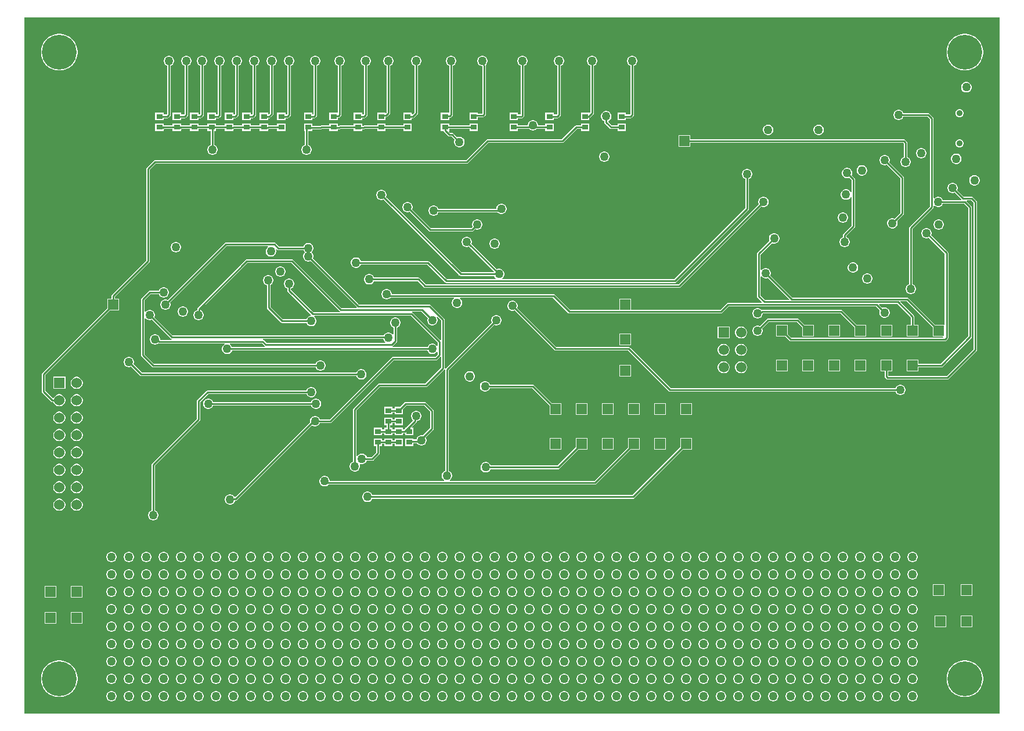
<source format=gbl>
G04*
G04 #@! TF.GenerationSoftware,Altium Limited,Altium Designer,22.3.1 (43)*
G04*
G04 Layer_Physical_Order=4*
G04 Layer_Color=16711680*
%FSLAX25Y25*%
%MOIN*%
G70*
G04*
G04 #@! TF.SameCoordinates,3349D2AC-C315-450D-AF27-8CF08F727A17*
G04*
G04*
G04 #@! TF.FilePolarity,Positive*
G04*
G01*
G75*
%ADD12C,0.01000*%
%ADD21R,0.03740X0.03150*%
%ADD43R,0.05906X0.05906*%
%ADD44C,0.03543*%
%ADD45C,0.05906*%
%ADD46R,0.05906X0.05906*%
%ADD47C,0.06000*%
%ADD48R,0.06000X0.06000*%
%ADD49C,0.20000*%
%ADD50C,0.05000*%
G36*
X560000D02*
X0D01*
Y400000D01*
X560000D01*
Y0D01*
D02*
G37*
%LPC*%
G36*
X540826Y390500D02*
X539174D01*
X537541Y390242D01*
X535969Y389731D01*
X534497Y388980D01*
X533160Y388009D01*
X531991Y386840D01*
X531020Y385503D01*
X530269Y384031D01*
X529759Y382459D01*
X529500Y380826D01*
Y379174D01*
X529759Y377541D01*
X530269Y375969D01*
X531020Y374497D01*
X531991Y373160D01*
X533160Y371991D01*
X534497Y371020D01*
X535969Y370269D01*
X537541Y369759D01*
X539174Y369500D01*
X540826D01*
X542459Y369759D01*
X544031Y370269D01*
X545503Y371020D01*
X546840Y371991D01*
X548009Y373160D01*
X548980Y374497D01*
X549731Y375969D01*
X550242Y377541D01*
X550500Y379174D01*
Y380826D01*
X550242Y382459D01*
X549731Y384031D01*
X548980Y385503D01*
X548009Y386840D01*
X546840Y388009D01*
X545503Y388980D01*
X544031Y389731D01*
X542459Y390242D01*
X540826Y390500D01*
D02*
G37*
G36*
X20826D02*
X19174D01*
X17541Y390242D01*
X15969Y389731D01*
X14497Y388980D01*
X13160Y388009D01*
X11991Y386840D01*
X11020Y385503D01*
X10269Y384031D01*
X9759Y382459D01*
X9500Y380826D01*
Y379174D01*
X9759Y377541D01*
X10269Y375969D01*
X11020Y374497D01*
X11991Y373160D01*
X13160Y371991D01*
X14497Y371020D01*
X15969Y370269D01*
X17541Y369759D01*
X19174Y369500D01*
X20826D01*
X22459Y369759D01*
X24031Y370269D01*
X25503Y371020D01*
X26840Y371991D01*
X28009Y373160D01*
X28980Y374497D01*
X29731Y375969D01*
X30242Y377541D01*
X30500Y379174D01*
Y380826D01*
X30242Y382459D01*
X29731Y384031D01*
X28980Y385503D01*
X28009Y386840D01*
X26840Y388009D01*
X25503Y388980D01*
X24031Y389731D01*
X22459Y390242D01*
X20826Y390500D01*
D02*
G37*
G36*
X541285Y362858D02*
X540495D01*
X539732Y362654D01*
X539047Y362259D01*
X538489Y361700D01*
X538094Y361016D01*
X537890Y360253D01*
Y359463D01*
X538094Y358700D01*
X538489Y358016D01*
X539047Y357458D01*
X539732Y357063D01*
X540495Y356858D01*
X541285D01*
X542048Y357063D01*
X542732Y357458D01*
X543290Y358016D01*
X543685Y358700D01*
X543890Y359463D01*
Y360253D01*
X543685Y361016D01*
X543290Y361700D01*
X542732Y362259D01*
X542048Y362654D01*
X541285Y362858D01*
D02*
G37*
G36*
X209395Y378000D02*
X208605D01*
X207842Y377796D01*
X207158Y377401D01*
X206599Y376842D01*
X206204Y376158D01*
X206000Y375395D01*
Y374605D01*
X206204Y373842D01*
X206599Y373158D01*
X207158Y372599D01*
X207842Y372204D01*
X207980Y372167D01*
Y345438D01*
X207602Y345128D01*
X207370Y345224D01*
Y345224D01*
X202630D01*
Y341075D01*
X207370D01*
Y342765D01*
X207784D01*
X208174Y342842D01*
X208505Y343063D01*
X209721Y344279D01*
X209942Y344610D01*
X210020Y345000D01*
Y372167D01*
X210158Y372204D01*
X210842Y372599D01*
X211401Y373158D01*
X211796Y373842D01*
X212000Y374605D01*
Y375395D01*
X211796Y376158D01*
X211401Y376842D01*
X210842Y377401D01*
X210158Y377796D01*
X209395Y378000D01*
D02*
G37*
G36*
X263395D02*
X262605D01*
X261842Y377796D01*
X261158Y377401D01*
X260599Y376842D01*
X260204Y376158D01*
X260000Y375395D01*
Y374605D01*
X260204Y373842D01*
X260599Y373158D01*
X261158Y372599D01*
X261842Y372204D01*
X262605Y372000D01*
X262980D01*
Y344804D01*
X260370D01*
Y345224D01*
X255630D01*
Y341075D01*
X260370D01*
Y342765D01*
X263414D01*
X263804Y342842D01*
X264135Y343063D01*
X264721Y343649D01*
X264942Y343980D01*
X265020Y344370D01*
Y372414D01*
X264959Y372717D01*
X265401Y373158D01*
X265796Y373842D01*
X266000Y374605D01*
Y375395D01*
X265796Y376158D01*
X265401Y376842D01*
X264842Y377401D01*
X264158Y377796D01*
X263395Y378000D01*
D02*
G37*
G36*
X142395D02*
X141605D01*
X140842Y377796D01*
X140158Y377401D01*
X139599Y376842D01*
X139204Y376158D01*
X139000Y375395D01*
Y374605D01*
X139204Y373842D01*
X139599Y373158D01*
X140158Y372599D01*
X140842Y372204D01*
X140980Y372167D01*
Y345008D01*
X140370Y344398D01*
X139870Y344605D01*
Y345224D01*
X135130D01*
Y341075D01*
X139870D01*
Y342130D01*
X140564D01*
X140954Y342208D01*
X141285Y342429D01*
X142721Y343865D01*
X142942Y344196D01*
X143020Y344586D01*
Y372167D01*
X143158Y372204D01*
X143842Y372599D01*
X144401Y373158D01*
X144796Y373842D01*
X145000Y374605D01*
Y375395D01*
X144796Y376158D01*
X144401Y376842D01*
X143842Y377401D01*
X143158Y377796D01*
X142395Y378000D01*
D02*
G37*
G36*
X225395D02*
X224605D01*
X223842Y377796D01*
X223158Y377401D01*
X222599Y376842D01*
X222204Y376158D01*
X222000Y375395D01*
Y374605D01*
X222204Y373842D01*
X222599Y373158D01*
X223158Y372599D01*
X223842Y372204D01*
X223980Y372167D01*
Y345422D01*
X222870Y344312D01*
X222370Y344514D01*
Y345224D01*
X217630D01*
Y341075D01*
X222370D01*
Y342130D01*
X223150D01*
X223540Y342208D01*
X223871Y342429D01*
X225721Y344279D01*
X225942Y344610D01*
X226020Y345000D01*
Y372167D01*
X226158Y372204D01*
X226842Y372599D01*
X227401Y373158D01*
X227796Y373842D01*
X228000Y374605D01*
Y375395D01*
X227796Y376158D01*
X227401Y376842D01*
X226842Y377401D01*
X226158Y377796D01*
X225395Y378000D01*
D02*
G37*
G36*
X349395D02*
X348605D01*
X347842Y377796D01*
X347158Y377401D01*
X346599Y376842D01*
X346204Y376158D01*
X346000Y375395D01*
Y374605D01*
X346204Y373842D01*
X346599Y373158D01*
X347158Y372599D01*
X347842Y372204D01*
X347980Y372167D01*
Y344422D01*
X347727Y344169D01*
X345370D01*
Y345224D01*
X340630D01*
Y341075D01*
X345370D01*
Y342130D01*
X348150D01*
X348540Y342208D01*
X348871Y342429D01*
X349721Y343279D01*
X349942Y343610D01*
X350020Y344000D01*
Y372167D01*
X350158Y372204D01*
X350842Y372599D01*
X351401Y373158D01*
X351796Y373842D01*
X352000Y374605D01*
Y375395D01*
X351796Y376158D01*
X351401Y376842D01*
X350842Y377401D01*
X350158Y377796D01*
X349395Y378000D01*
D02*
G37*
G36*
X307395D02*
X306605D01*
X305842Y377796D01*
X305158Y377401D01*
X304599Y376842D01*
X304204Y376158D01*
X304000Y375395D01*
Y374605D01*
X304204Y373842D01*
X304599Y373158D01*
X305158Y372599D01*
X305842Y372204D01*
X305980Y372167D01*
Y344422D01*
X305727Y344169D01*
X303870D01*
Y345224D01*
X299130D01*
Y341075D01*
X303870D01*
Y342130D01*
X306150D01*
X306540Y342208D01*
X306871Y342429D01*
X307721Y343279D01*
X307942Y343610D01*
X308020Y344000D01*
Y372167D01*
X308158Y372204D01*
X308842Y372599D01*
X309401Y373158D01*
X309796Y373842D01*
X310000Y374605D01*
Y375395D01*
X309796Y376158D01*
X309401Y376842D01*
X308842Y377401D01*
X308158Y377796D01*
X307395Y378000D01*
D02*
G37*
G36*
X286395D02*
X285605D01*
X284842Y377796D01*
X284158Y377401D01*
X283599Y376842D01*
X283204Y376158D01*
X283000Y375395D01*
Y374605D01*
X283204Y373842D01*
X283599Y373158D01*
X284158Y372599D01*
X284842Y372204D01*
X284980Y372167D01*
Y344169D01*
X283370D01*
Y345224D01*
X278630D01*
Y341075D01*
X283370D01*
Y342130D01*
X285564D01*
X285954Y342208D01*
X286285Y342429D01*
X286721Y342865D01*
X286942Y343196D01*
X287020Y343586D01*
Y372167D01*
X287158Y372204D01*
X287842Y372599D01*
X288401Y373158D01*
X288796Y373842D01*
X289000Y374605D01*
Y375395D01*
X288796Y376158D01*
X288401Y376842D01*
X287842Y377401D01*
X287158Y377796D01*
X286395Y378000D01*
D02*
G37*
G36*
X196395D02*
X195605D01*
X194842Y377796D01*
X194158Y377401D01*
X193599Y376842D01*
X193204Y376158D01*
X193000Y375395D01*
Y374605D01*
X193204Y373842D01*
X193599Y373158D01*
X194158Y372599D01*
X194842Y372204D01*
X194980Y372167D01*
Y344422D01*
X194727Y344169D01*
X193870D01*
Y345224D01*
X189130D01*
Y341075D01*
X193870D01*
Y342130D01*
X195150D01*
X195540Y342208D01*
X195871Y342429D01*
X196721Y343279D01*
X196942Y343610D01*
X197020Y344000D01*
Y372167D01*
X197158Y372204D01*
X197842Y372599D01*
X198401Y373158D01*
X198796Y373842D01*
X199000Y374605D01*
Y375395D01*
X198796Y376158D01*
X198401Y376842D01*
X197842Y377401D01*
X197158Y377796D01*
X196395Y378000D01*
D02*
G37*
G36*
X167395D02*
X166605D01*
X165842Y377796D01*
X165158Y377401D01*
X164599Y376842D01*
X164204Y376158D01*
X164000Y375395D01*
Y374605D01*
X164204Y373842D01*
X164599Y373158D01*
X165158Y372599D01*
X165842Y372204D01*
X165980Y372167D01*
Y344169D01*
X165370D01*
Y345224D01*
X160630D01*
Y341075D01*
X165370D01*
Y342130D01*
X166414D01*
X166804Y342208D01*
X167135Y342429D01*
X167721Y343014D01*
X167942Y343345D01*
X168020Y343735D01*
Y372167D01*
X168158Y372204D01*
X168842Y372599D01*
X169401Y373158D01*
X169796Y373842D01*
X170000Y374605D01*
Y375395D01*
X169796Y376158D01*
X169401Y376842D01*
X168842Y377401D01*
X168158Y377796D01*
X167395Y378000D01*
D02*
G37*
G36*
X152395D02*
X151605D01*
X150842Y377796D01*
X150158Y377401D01*
X149599Y376842D01*
X149204Y376158D01*
X149000Y375395D01*
Y374605D01*
X149204Y373842D01*
X149599Y373158D01*
X150158Y372599D01*
X150842Y372204D01*
X150980Y372167D01*
Y344422D01*
X150727Y344169D01*
X149870D01*
Y345224D01*
X145130D01*
Y341075D01*
X149870D01*
Y342130D01*
X151150D01*
X151540Y342208D01*
X151871Y342429D01*
X152721Y343279D01*
X152942Y343610D01*
X153020Y344000D01*
Y372167D01*
X153158Y372204D01*
X153842Y372599D01*
X154401Y373158D01*
X154796Y373842D01*
X155000Y374605D01*
Y375395D01*
X154796Y376158D01*
X154401Y376842D01*
X153842Y377401D01*
X153158Y377796D01*
X152395Y378000D01*
D02*
G37*
G36*
X132395D02*
X131605D01*
X130842Y377796D01*
X130158Y377401D01*
X129599Y376842D01*
X129204Y376158D01*
X129000Y375395D01*
Y374605D01*
X129204Y373842D01*
X129599Y373158D01*
X130158Y372599D01*
X130842Y372204D01*
X130980Y372167D01*
Y344422D01*
X130727Y344169D01*
X129870D01*
Y345224D01*
X125130D01*
Y341075D01*
X129870D01*
Y342130D01*
X131150D01*
X131540Y342208D01*
X131871Y342429D01*
X132721Y343279D01*
X132942Y343610D01*
X133020Y344000D01*
Y372167D01*
X133158Y372204D01*
X133842Y372599D01*
X134401Y373158D01*
X134796Y373842D01*
X135000Y374605D01*
Y375395D01*
X134796Y376158D01*
X134401Y376842D01*
X133842Y377401D01*
X133158Y377796D01*
X132395Y378000D01*
D02*
G37*
G36*
X122395D02*
X121605D01*
X120842Y377796D01*
X120158Y377401D01*
X119599Y376842D01*
X119204Y376158D01*
X119000Y375395D01*
Y374605D01*
X119204Y373842D01*
X119599Y373158D01*
X120158Y372599D01*
X120842Y372204D01*
X120980Y372167D01*
Y344422D01*
X120727Y344169D01*
X119870D01*
Y345224D01*
X115130D01*
Y341075D01*
X119870D01*
Y342130D01*
X121150D01*
X121540Y342208D01*
X121871Y342429D01*
X122721Y343279D01*
X122942Y343610D01*
X123020Y344000D01*
Y372167D01*
X123158Y372204D01*
X123842Y372599D01*
X124401Y373158D01*
X124796Y373842D01*
X125000Y374605D01*
Y375395D01*
X124796Y376158D01*
X124401Y376842D01*
X123842Y377401D01*
X123158Y377796D01*
X122395Y378000D01*
D02*
G37*
G36*
X112395D02*
X111605D01*
X110842Y377796D01*
X110158Y377401D01*
X109599Y376842D01*
X109204Y376158D01*
X109000Y375395D01*
Y374605D01*
X109204Y373842D01*
X109599Y373158D01*
X110158Y372599D01*
X110842Y372204D01*
X110980Y372167D01*
Y344292D01*
X110857Y344169D01*
X109870D01*
Y345224D01*
X105130D01*
Y341075D01*
X109870D01*
Y342130D01*
X111280D01*
X111670Y342208D01*
X112001Y342429D01*
X112721Y343149D01*
X112942Y343480D01*
X113020Y343870D01*
Y372167D01*
X113158Y372204D01*
X113842Y372599D01*
X114401Y373158D01*
X114796Y373842D01*
X115000Y374605D01*
Y375395D01*
X114796Y376158D01*
X114401Y376842D01*
X113842Y377401D01*
X113158Y377796D01*
X112395Y378000D01*
D02*
G37*
G36*
X102395D02*
X101605D01*
X100842Y377796D01*
X100158Y377401D01*
X99599Y376842D01*
X99204Y376158D01*
X99000Y375395D01*
Y374605D01*
X99204Y373842D01*
X99599Y373158D01*
X100158Y372599D01*
X100842Y372204D01*
X100980Y372167D01*
Y344422D01*
X100727Y344169D01*
X99870D01*
Y345224D01*
X95130D01*
Y341075D01*
X99870D01*
Y342130D01*
X101150D01*
X101540Y342208D01*
X101871Y342429D01*
X102721Y343279D01*
X102942Y343610D01*
X103020Y344000D01*
Y372167D01*
X103158Y372204D01*
X103842Y372599D01*
X104401Y373158D01*
X104796Y373842D01*
X105000Y374605D01*
Y375395D01*
X104796Y376158D01*
X104401Y376842D01*
X103842Y377401D01*
X103158Y377796D01*
X102395Y378000D01*
D02*
G37*
G36*
X93395D02*
X92605D01*
X91842Y377796D01*
X91158Y377401D01*
X90599Y376842D01*
X90204Y376158D01*
X90000Y375395D01*
Y374605D01*
X90204Y373842D01*
X90599Y373158D01*
X91158Y372599D01*
X91842Y372204D01*
X91980Y372167D01*
Y344422D01*
X91727Y344169D01*
X89870D01*
Y345224D01*
X85130D01*
Y341075D01*
X89870D01*
Y342130D01*
X92150D01*
X92540Y342208D01*
X92871Y342429D01*
X93721Y343279D01*
X93942Y343610D01*
X94020Y344000D01*
Y372167D01*
X94158Y372204D01*
X94842Y372599D01*
X95401Y373158D01*
X95796Y373842D01*
X96000Y374605D01*
Y375395D01*
X95796Y376158D01*
X95401Y376842D01*
X94842Y377401D01*
X94158Y377796D01*
X93395Y378000D01*
D02*
G37*
G36*
X83395D02*
X82605D01*
X81842Y377796D01*
X81158Y377401D01*
X80599Y376842D01*
X80204Y376158D01*
X80000Y375395D01*
Y374605D01*
X80204Y373842D01*
X80599Y373158D01*
X81158Y372599D01*
X81842Y372204D01*
X81980Y372167D01*
Y344422D01*
X81727Y344169D01*
X79870D01*
Y345224D01*
X75130D01*
Y341075D01*
X79870D01*
Y342130D01*
X82150D01*
X82540Y342208D01*
X82871Y342429D01*
X83721Y343279D01*
X83942Y343610D01*
X84020Y344000D01*
Y372167D01*
X84158Y372204D01*
X84842Y372599D01*
X85401Y373158D01*
X85796Y373842D01*
X86000Y374605D01*
Y375395D01*
X85796Y376158D01*
X85401Y376842D01*
X84842Y377401D01*
X84158Y377796D01*
X83395Y378000D01*
D02*
G37*
G36*
X537452Y347272D02*
X536548D01*
X535713Y346926D01*
X535074Y346287D01*
X534728Y345452D01*
Y344548D01*
X535074Y343713D01*
X535713Y343074D01*
X536548Y342728D01*
X537452D01*
X538287Y343074D01*
X538926Y343713D01*
X539272Y344548D01*
Y345452D01*
X538926Y346287D01*
X538287Y346926D01*
X537452Y347272D01*
D02*
G37*
G36*
X326395Y378000D02*
X325605D01*
X324842Y377796D01*
X324158Y377401D01*
X323599Y376842D01*
X323204Y376158D01*
X323000Y375395D01*
Y374605D01*
X323204Y373842D01*
X323599Y373158D01*
X324158Y372599D01*
X324842Y372204D01*
X324980Y372167D01*
Y345572D01*
X324809Y345401D01*
X324370Y345224D01*
Y345224D01*
X324370Y345224D01*
X319630D01*
Y341075D01*
X324370D01*
Y342204D01*
X324390Y342208D01*
X324721Y342429D01*
X326721Y344429D01*
X326942Y344759D01*
X327020Y345150D01*
Y372167D01*
X327158Y372204D01*
X327842Y372599D01*
X328401Y373158D01*
X328796Y373842D01*
X329000Y374605D01*
Y375395D01*
X328796Y376158D01*
X328401Y376842D01*
X327842Y377401D01*
X327158Y377796D01*
X326395Y378000D01*
D02*
G37*
G36*
X245395D02*
X244605D01*
X243842Y377796D01*
X243158Y377401D01*
X242599Y376842D01*
X242204Y376158D01*
X242000Y375395D01*
Y374605D01*
X242204Y373842D01*
X242599Y373158D01*
X243158Y372599D01*
X243842Y372204D01*
X243980Y372167D01*
Y345679D01*
X243870Y345224D01*
X239130D01*
Y341075D01*
X243870D01*
Y342414D01*
X244284D01*
X244674Y342492D01*
X245005Y342713D01*
X245721Y343429D01*
X245942Y343759D01*
X246020Y344150D01*
Y372167D01*
X246158Y372204D01*
X246842Y372599D01*
X247401Y373158D01*
X247796Y373842D01*
X248000Y374605D01*
Y375395D01*
X247796Y376158D01*
X247401Y376842D01*
X246842Y377401D01*
X246158Y377796D01*
X245395Y378000D01*
D02*
G37*
G36*
X181395D02*
X180605D01*
X179842Y377796D01*
X179158Y377401D01*
X178599Y376842D01*
X178204Y376158D01*
X178000Y375395D01*
Y374605D01*
X178204Y373842D01*
X178599Y373158D01*
X179158Y372599D01*
X179842Y372204D01*
X179980Y372167D01*
Y345679D01*
X179870Y345224D01*
X175130D01*
Y341075D01*
X179870D01*
Y342265D01*
X180284D01*
X180675Y342342D01*
X181005Y342563D01*
X181721Y343279D01*
X181942Y343610D01*
X182020Y344000D01*
Y372167D01*
X182158Y372204D01*
X182842Y372599D01*
X183401Y373158D01*
X183796Y373842D01*
X184000Y374605D01*
Y375395D01*
X183796Y376158D01*
X183401Y376842D01*
X182842Y377401D01*
X182158Y377796D01*
X181395Y378000D01*
D02*
G37*
G36*
X222370Y338925D02*
X217630D01*
Y337920D01*
X207370D01*
Y338925D01*
X202630D01*
Y337870D01*
X195000D01*
X194747Y337820D01*
X193870D01*
Y338925D01*
X189130D01*
Y337870D01*
X181100D01*
X180847Y337820D01*
X179870D01*
Y338925D01*
X175130D01*
Y337870D01*
X170300D01*
X170047Y337820D01*
X165370D01*
Y338925D01*
X160630D01*
Y334776D01*
X160980D01*
Y326833D01*
X160842Y326796D01*
X160158Y326401D01*
X159599Y325842D01*
X159204Y325158D01*
X159000Y324395D01*
Y323605D01*
X159204Y322842D01*
X159599Y322158D01*
X160158Y321599D01*
X160842Y321204D01*
X161605Y321000D01*
X162395D01*
X163158Y321204D01*
X163842Y321599D01*
X164401Y322158D01*
X164796Y322842D01*
X165000Y323605D01*
Y324395D01*
X164796Y325158D01*
X164401Y325842D01*
X163842Y326401D01*
X163158Y326796D01*
X163020Y326833D01*
Y334776D01*
X165370D01*
Y335780D01*
X170250D01*
X170503Y335831D01*
X175130D01*
Y334776D01*
X179870D01*
Y335780D01*
X181050D01*
X181303Y335831D01*
X189130D01*
Y334776D01*
X193870D01*
Y335780D01*
X194950D01*
X195203Y335831D01*
X202630D01*
Y334776D01*
X207370D01*
Y335880D01*
X217630D01*
Y334776D01*
X222370D01*
Y338925D01*
D02*
G37*
G36*
X292395Y341000D02*
X291605D01*
X290842Y340796D01*
X290158Y340401D01*
X289599Y339842D01*
X289204Y339158D01*
X289000Y338395D01*
Y337870D01*
X283370D01*
Y338925D01*
X278630D01*
Y334776D01*
X283370D01*
Y335831D01*
X289768D01*
X289900Y335857D01*
X290158Y335599D01*
X290842Y335204D01*
X291605Y335000D01*
X292395D01*
X293158Y335204D01*
X293842Y335599D01*
X294100Y335857D01*
X294232Y335831D01*
X299130D01*
Y334776D01*
X303870D01*
Y338925D01*
X299130D01*
Y337870D01*
X295000D01*
Y338395D01*
X294796Y339158D01*
X294401Y339842D01*
X293842Y340401D01*
X293158Y340796D01*
X292395Y341000D01*
D02*
G37*
G36*
X260370Y338925D02*
X255630D01*
Y337870D01*
X243870D01*
Y338925D01*
X239130D01*
Y334776D01*
X240545D01*
X240558Y334710D01*
X240779Y334379D01*
X243279Y331879D01*
X243610Y331658D01*
X244000Y331580D01*
X245178D01*
X247076Y329682D01*
X247004Y329558D01*
X246800Y328795D01*
Y328005D01*
X247004Y327242D01*
X247399Y326558D01*
X247958Y325999D01*
X248642Y325604D01*
X249405Y325400D01*
X250195D01*
X250958Y325604D01*
X251642Y325999D01*
X252201Y326558D01*
X252596Y327242D01*
X252800Y328005D01*
Y328795D01*
X252596Y329558D01*
X252201Y330242D01*
X251642Y330801D01*
X250958Y331196D01*
X250195Y331400D01*
X249405D01*
X248642Y331196D01*
X248518Y331124D01*
X246321Y333321D01*
X245990Y333542D01*
X245600Y333620D01*
X244422D01*
X243693Y334349D01*
X243870Y334776D01*
X243870D01*
Y335831D01*
X255630D01*
Y334776D01*
X260370D01*
Y338925D01*
D02*
G37*
G36*
X149870D02*
X145130D01*
Y337870D01*
X140100D01*
X139870Y338059D01*
Y338925D01*
X135130D01*
Y337870D01*
X129870D01*
Y338925D01*
X125130D01*
Y337870D01*
X120100D01*
X119870Y338059D01*
Y338925D01*
X115130D01*
Y337870D01*
X109870D01*
Y338925D01*
X105130D01*
Y337870D01*
X99870D01*
Y338925D01*
X95130D01*
Y337870D01*
X89870D01*
Y338925D01*
X85130D01*
Y337870D01*
X79870D01*
Y338925D01*
X75130D01*
Y334776D01*
X79870D01*
Y335780D01*
X80050D01*
X80303Y335831D01*
X85130D01*
Y334776D01*
X89870D01*
Y335780D01*
X90050D01*
X90303Y335831D01*
X95130D01*
Y334776D01*
X99870D01*
Y335831D01*
X105130D01*
Y334776D01*
X106980D01*
Y326833D01*
X106842Y326796D01*
X106158Y326401D01*
X105599Y325842D01*
X105204Y325158D01*
X105000Y324395D01*
Y323605D01*
X105204Y322842D01*
X105599Y322158D01*
X106158Y321599D01*
X106842Y321204D01*
X107605Y321000D01*
X108395D01*
X109158Y321204D01*
X109842Y321599D01*
X110401Y322158D01*
X110796Y322842D01*
X111000Y323605D01*
Y324395D01*
X110796Y325158D01*
X110401Y325842D01*
X109842Y326401D01*
X109158Y326796D01*
X109020Y326833D01*
Y334776D01*
X109870D01*
Y335831D01*
X115130D01*
Y334776D01*
X119870D01*
Y335780D01*
X120050D01*
X120303Y335831D01*
X125130D01*
Y334776D01*
X129870D01*
Y335831D01*
X135130D01*
Y334776D01*
X139870D01*
Y335780D01*
X140050D01*
X140303Y335831D01*
X145130D01*
Y334776D01*
X149870D01*
Y338925D01*
D02*
G37*
G36*
X334454Y346200D02*
X333664D01*
X332901Y345996D01*
X332217Y345601D01*
X331658Y345042D01*
X331263Y344358D01*
X331059Y343595D01*
Y342805D01*
X331263Y342042D01*
X331658Y341358D01*
X332217Y340799D01*
X332901Y340404D01*
X333039Y340367D01*
Y339679D01*
X333117Y339289D01*
X333338Y338958D01*
X336166Y336129D01*
X336497Y335908D01*
X336887Y335831D01*
X340630D01*
Y334776D01*
X345370D01*
Y338925D01*
X340630D01*
Y337870D01*
X337309D01*
X335277Y339903D01*
X335260Y340041D01*
X335357Y340486D01*
X335901Y340799D01*
X336459Y341358D01*
X336854Y342042D01*
X337059Y342805D01*
Y343595D01*
X336854Y344358D01*
X336459Y345042D01*
X335901Y345601D01*
X335217Y345996D01*
X334454Y346200D01*
D02*
G37*
G36*
X324370Y338925D02*
X319630D01*
Y337870D01*
X316850D01*
X316460Y337792D01*
X316129Y337571D01*
X308578Y330020D01*
X266000D01*
X265610Y329942D01*
X265279Y329721D01*
X253578Y318020D01*
X75000D01*
X74610Y317942D01*
X74279Y317721D01*
X70279Y313721D01*
X70058Y313390D01*
X69980Y313000D01*
Y260422D01*
X50279Y240721D01*
X50058Y240390D01*
X49980Y240000D01*
Y238453D01*
X47547D01*
Y232989D01*
X10279Y195721D01*
X10058Y195390D01*
X9980Y195000D01*
Y185000D01*
X10058Y184610D01*
X10279Y184279D01*
X15279Y179279D01*
X15610Y179058D01*
X16000Y178980D01*
X16650D01*
X16738Y178649D01*
X17199Y177851D01*
X17851Y177199D01*
X18649Y176739D01*
X19539Y176500D01*
X20461D01*
X21351Y176739D01*
X22149Y177199D01*
X22801Y177851D01*
X23261Y178649D01*
X23500Y179539D01*
Y180461D01*
X23261Y181351D01*
X22801Y182149D01*
X22149Y182801D01*
X21351Y183262D01*
X20461Y183500D01*
X19539D01*
X18649Y183262D01*
X17851Y182801D01*
X17199Y182149D01*
X16760Y181389D01*
X16707Y181345D01*
X16193Y181248D01*
X12020Y185422D01*
Y194578D01*
X48989Y231547D01*
X54453D01*
Y238453D01*
X52020D01*
Y239578D01*
X71721Y259279D01*
X71942Y259610D01*
X72020Y260000D01*
Y312578D01*
X75422Y315980D01*
X254000D01*
X254390Y316058D01*
X254721Y316279D01*
X266422Y327980D01*
X309000D01*
X309390Y328058D01*
X309721Y328279D01*
X317273Y335831D01*
X319630D01*
Y334776D01*
X324370D01*
Y338925D01*
D02*
G37*
G36*
X456454Y338400D02*
X455664D01*
X454901Y338196D01*
X454217Y337801D01*
X453658Y337242D01*
X453263Y336558D01*
X453059Y335795D01*
Y335005D01*
X453263Y334242D01*
X453658Y333558D01*
X454217Y332999D01*
X454901Y332604D01*
X455664Y332400D01*
X456454D01*
X457217Y332604D01*
X457901Y332999D01*
X458459Y333558D01*
X458854Y334242D01*
X459059Y335005D01*
Y335795D01*
X458854Y336558D01*
X458459Y337242D01*
X457901Y337801D01*
X457217Y338196D01*
X456454Y338400D01*
D02*
G37*
G36*
X427454D02*
X426664D01*
X425901Y338196D01*
X425217Y337801D01*
X424658Y337242D01*
X424263Y336558D01*
X424059Y335795D01*
Y335005D01*
X424263Y334242D01*
X424658Y333558D01*
X425217Y332999D01*
X425901Y332604D01*
X426664Y332400D01*
X427454D01*
X428217Y332604D01*
X428901Y332999D01*
X429459Y333558D01*
X429854Y334242D01*
X430059Y335005D01*
Y335795D01*
X429854Y336558D01*
X429459Y337242D01*
X428901Y337801D01*
X428217Y338196D01*
X427454Y338400D01*
D02*
G37*
G36*
X537452Y329949D02*
X536548D01*
X535713Y329603D01*
X535074Y328964D01*
X534728Y328129D01*
Y327225D01*
X535074Y326390D01*
X535713Y325751D01*
X536548Y325406D01*
X537452D01*
X538287Y325751D01*
X538926Y326390D01*
X539272Y327225D01*
Y328129D01*
X538926Y328964D01*
X538287Y329603D01*
X537452Y329949D01*
D02*
G37*
G36*
X515395Y325000D02*
X514605D01*
X513842Y324796D01*
X513158Y324401D01*
X512599Y323842D01*
X512204Y323158D01*
X512000Y322395D01*
Y321605D01*
X512204Y320842D01*
X512599Y320158D01*
X513158Y319599D01*
X513842Y319204D01*
X514605Y319000D01*
X515395D01*
X516158Y319204D01*
X516842Y319599D01*
X517401Y320158D01*
X517796Y320842D01*
X518000Y321605D01*
Y322395D01*
X517796Y323158D01*
X517401Y323842D01*
X516842Y324401D01*
X516158Y324796D01*
X515395Y325000D01*
D02*
G37*
G36*
X333395Y323000D02*
X332605D01*
X331842Y322796D01*
X331158Y322401D01*
X330599Y321842D01*
X330204Y321158D01*
X330000Y320395D01*
Y319605D01*
X330204Y318842D01*
X330599Y318158D01*
X331158Y317599D01*
X331842Y317204D01*
X332605Y317000D01*
X333395D01*
X334158Y317204D01*
X334842Y317599D01*
X335401Y318158D01*
X335796Y318842D01*
X336000Y319605D01*
Y320395D01*
X335796Y321158D01*
X335401Y321842D01*
X334842Y322401D01*
X334158Y322796D01*
X333395Y323000D01*
D02*
G37*
G36*
X535474Y321819D02*
X534684D01*
X533921Y321615D01*
X533237Y321220D01*
X532678Y320661D01*
X532283Y319977D01*
X532079Y319214D01*
Y318424D01*
X532283Y317661D01*
X532678Y316977D01*
X533237Y316418D01*
X533921Y316023D01*
X534684Y315819D01*
X535474D01*
X536237Y316023D01*
X536921Y316418D01*
X537479Y316977D01*
X537874Y317661D01*
X538079Y318424D01*
Y319214D01*
X537874Y319977D01*
X537479Y320661D01*
X536921Y321220D01*
X536237Y321615D01*
X535474Y321819D01*
D02*
G37*
G36*
X382453Y332453D02*
X375547D01*
Y325547D01*
X382453D01*
Y327980D01*
X504578D01*
X504980Y327578D01*
Y319833D01*
X504842Y319796D01*
X504158Y319401D01*
X503599Y318842D01*
X503204Y318158D01*
X503000Y317395D01*
Y316605D01*
X503204Y315842D01*
X503599Y315158D01*
X504158Y314599D01*
X504842Y314204D01*
X505605Y314000D01*
X506395D01*
X507158Y314204D01*
X507842Y314599D01*
X508401Y315158D01*
X508796Y315842D01*
X509000Y316605D01*
Y317395D01*
X508796Y318158D01*
X508401Y318842D01*
X507842Y319401D01*
X507158Y319796D01*
X507020Y319833D01*
Y328000D01*
X506942Y328390D01*
X506721Y328721D01*
X505721Y329721D01*
X505390Y329942D01*
X505000Y330020D01*
X382453D01*
Y332453D01*
D02*
G37*
G36*
X481295Y315100D02*
X480505D01*
X479742Y314896D01*
X479058Y314501D01*
X478499Y313942D01*
X478104Y313258D01*
X477900Y312495D01*
Y311705D01*
X478104Y310942D01*
X478499Y310258D01*
X479058Y309699D01*
X479742Y309304D01*
X480505Y309100D01*
X481295D01*
X482058Y309304D01*
X482742Y309699D01*
X483301Y310258D01*
X483696Y310942D01*
X483900Y311705D01*
Y312495D01*
X483696Y313258D01*
X483301Y313942D01*
X482742Y314501D01*
X482058Y314896D01*
X481295Y315100D01*
D02*
G37*
G36*
X545895Y309400D02*
X545105D01*
X544342Y309196D01*
X543658Y308801D01*
X543099Y308242D01*
X542704Y307558D01*
X542500Y306795D01*
Y306005D01*
X542704Y305242D01*
X543099Y304558D01*
X543658Y303999D01*
X544342Y303604D01*
X545105Y303400D01*
X545895D01*
X546658Y303604D01*
X547342Y303999D01*
X547901Y304558D01*
X548296Y305242D01*
X548500Y306005D01*
Y306795D01*
X548296Y307558D01*
X547901Y308242D01*
X547342Y308801D01*
X546658Y309196D01*
X545895Y309400D01*
D02*
G37*
G36*
X472795Y313600D02*
X472005D01*
X471242Y313396D01*
X470558Y313001D01*
X469999Y312442D01*
X469604Y311758D01*
X469400Y310995D01*
Y310205D01*
X469604Y309442D01*
X469999Y308758D01*
X470558Y308199D01*
X471242Y307804D01*
X472005Y307600D01*
X472795D01*
X473558Y307804D01*
X473682Y307876D01*
X474980Y306578D01*
Y299691D01*
X474480Y299557D01*
X474201Y300042D01*
X473642Y300601D01*
X472958Y300996D01*
X472195Y301200D01*
X471405D01*
X470642Y300996D01*
X469958Y300601D01*
X469399Y300042D01*
X469004Y299358D01*
X468800Y298595D01*
Y297805D01*
X469004Y297042D01*
X469399Y296358D01*
X469958Y295799D01*
X470642Y295404D01*
X471405Y295200D01*
X472195D01*
X472958Y295404D01*
X473642Y295799D01*
X474201Y296358D01*
X474480Y296843D01*
X474980Y296709D01*
Y280422D01*
X470279Y275721D01*
X470058Y275390D01*
X469980Y275000D01*
Y273833D01*
X469842Y273796D01*
X469158Y273401D01*
X468599Y272842D01*
X468204Y272158D01*
X468000Y271395D01*
Y270605D01*
X468204Y269842D01*
X468599Y269158D01*
X469158Y268599D01*
X469842Y268204D01*
X470605Y268000D01*
X471395D01*
X472158Y268204D01*
X472842Y268599D01*
X473401Y269158D01*
X473796Y269842D01*
X474000Y270605D01*
Y271395D01*
X473796Y272158D01*
X473401Y272842D01*
X472842Y273401D01*
X472158Y273796D01*
X472020Y273833D01*
Y274578D01*
X476721Y279279D01*
X476942Y279610D01*
X477020Y280000D01*
Y307000D01*
X476942Y307390D01*
X476721Y307721D01*
X475124Y309318D01*
X475196Y309442D01*
X475400Y310205D01*
Y310995D01*
X475196Y311758D01*
X474801Y312442D01*
X474242Y313001D01*
X473558Y313396D01*
X472795Y313600D01*
D02*
G37*
G36*
X424795Y297000D02*
X424005D01*
X423242Y296796D01*
X422558Y296401D01*
X421999Y295842D01*
X421604Y295158D01*
X421400Y294395D01*
Y293605D01*
X421604Y292842D01*
X421676Y292718D01*
X375678Y246720D01*
X230522D01*
X227021Y250221D01*
X226690Y250442D01*
X226300Y250520D01*
X200833D01*
X200796Y250658D01*
X200401Y251342D01*
X199842Y251901D01*
X199158Y252296D01*
X198395Y252500D01*
X197605D01*
X196842Y252296D01*
X196158Y251901D01*
X195599Y251342D01*
X195204Y250658D01*
X195000Y249895D01*
Y249105D01*
X195204Y248342D01*
X195599Y247658D01*
X196158Y247099D01*
X196842Y246704D01*
X197605Y246500D01*
X198395D01*
X199158Y246704D01*
X199842Y247099D01*
X200401Y247658D01*
X200796Y248342D01*
X200833Y248480D01*
X225878D01*
X229379Y244979D01*
X229710Y244758D01*
X230100Y244680D01*
X376100D01*
X376490Y244758D01*
X376821Y244979D01*
X423118Y291276D01*
X423242Y291204D01*
X424005Y291000D01*
X424795D01*
X425558Y291204D01*
X426242Y291599D01*
X426801Y292158D01*
X427196Y292842D01*
X427400Y293605D01*
Y294395D01*
X427196Y295158D01*
X426801Y295842D01*
X426242Y296401D01*
X425558Y296796D01*
X424795Y297000D01*
D02*
G37*
G36*
X274313Y293000D02*
X273523D01*
X272760Y292796D01*
X272076Y292401D01*
X271517Y291842D01*
X271122Y291158D01*
X270918Y290395D01*
Y290020D01*
X237833D01*
X237796Y290158D01*
X237401Y290842D01*
X236842Y291401D01*
X236158Y291796D01*
X235395Y292000D01*
X234605D01*
X233842Y291796D01*
X233158Y291401D01*
X232599Y290842D01*
X232204Y290158D01*
X232000Y289395D01*
Y288605D01*
X232204Y287842D01*
X232599Y287158D01*
X233158Y286599D01*
X233842Y286204D01*
X234605Y286000D01*
X235395D01*
X236158Y286204D01*
X236842Y286599D01*
X237401Y287158D01*
X237796Y287842D01*
X237833Y287980D01*
X271694D01*
X272076Y287599D01*
X272760Y287204D01*
X273523Y287000D01*
X274313D01*
X275076Y287204D01*
X275760Y287599D01*
X276318Y288158D01*
X276713Y288842D01*
X276918Y289605D01*
Y290395D01*
X276713Y291158D01*
X276318Y291842D01*
X275760Y292401D01*
X275076Y292796D01*
X274313Y293000D01*
D02*
G37*
G36*
X494395Y321000D02*
X493605D01*
X492842Y320796D01*
X492158Y320401D01*
X491599Y319842D01*
X491204Y319158D01*
X491000Y318395D01*
Y317605D01*
X491204Y316842D01*
X491599Y316158D01*
X492158Y315599D01*
X492842Y315204D01*
X493605Y315000D01*
X494395D01*
X495158Y315204D01*
X495282Y315276D01*
X503080Y307478D01*
Y287822D01*
X499682Y284424D01*
X499558Y284496D01*
X498795Y284700D01*
X498005D01*
X497242Y284496D01*
X496558Y284101D01*
X495999Y283542D01*
X495604Y282858D01*
X495400Y282095D01*
Y281305D01*
X495604Y280542D01*
X495999Y279858D01*
X496558Y279299D01*
X497242Y278904D01*
X498005Y278700D01*
X498795D01*
X499558Y278904D01*
X500242Y279299D01*
X500801Y279858D01*
X501196Y280542D01*
X501400Y281305D01*
Y282095D01*
X501196Y282858D01*
X501124Y282982D01*
X504821Y286679D01*
X505042Y287010D01*
X505120Y287400D01*
Y307900D01*
X505042Y308290D01*
X504821Y308621D01*
X496724Y316718D01*
X496796Y316842D01*
X497000Y317605D01*
Y318395D01*
X496796Y319158D01*
X496401Y319842D01*
X495842Y320401D01*
X495158Y320796D01*
X494395Y321000D01*
D02*
G37*
G36*
X470395Y288000D02*
X469605D01*
X468842Y287796D01*
X468158Y287401D01*
X467599Y286842D01*
X467204Y286158D01*
X467000Y285395D01*
Y284605D01*
X467204Y283842D01*
X467599Y283158D01*
X468158Y282599D01*
X468842Y282204D01*
X469605Y282000D01*
X470395D01*
X471158Y282204D01*
X471842Y282599D01*
X472401Y283158D01*
X472796Y283842D01*
X473000Y284605D01*
Y285395D01*
X472796Y286158D01*
X472401Y286842D01*
X471842Y287401D01*
X471158Y287796D01*
X470395Y288000D01*
D02*
G37*
G36*
X525395Y284000D02*
X524605D01*
X523842Y283796D01*
X523158Y283401D01*
X522599Y282842D01*
X522204Y282158D01*
X522000Y281395D01*
Y280605D01*
X522204Y279842D01*
X522599Y279158D01*
X523158Y278599D01*
X523842Y278204D01*
X524605Y278000D01*
X525395D01*
X526158Y278204D01*
X526842Y278599D01*
X527401Y279158D01*
X527796Y279842D01*
X528000Y280605D01*
Y281395D01*
X527796Y282158D01*
X527401Y282842D01*
X526842Y283401D01*
X526158Y283796D01*
X525395Y284000D01*
D02*
G37*
G36*
X220395Y294000D02*
X219605D01*
X218842Y293796D01*
X218158Y293401D01*
X217599Y292842D01*
X217204Y292158D01*
X217000Y291395D01*
Y290605D01*
X217204Y289842D01*
X217599Y289158D01*
X218158Y288599D01*
X218842Y288204D01*
X219605Y288000D01*
X220395D01*
X221158Y288204D01*
X221282Y288276D01*
X232279Y277279D01*
X232610Y277058D01*
X233000Y276980D01*
X257000D01*
X257390Y277058D01*
X257721Y277279D01*
X258718Y278276D01*
X258842Y278204D01*
X259605Y278000D01*
X260395D01*
X261158Y278204D01*
X261842Y278599D01*
X262401Y279158D01*
X262796Y279842D01*
X263000Y280605D01*
Y281395D01*
X262796Y282158D01*
X262401Y282842D01*
X261842Y283401D01*
X261158Y283796D01*
X260395Y284000D01*
X259605D01*
X258842Y283796D01*
X258158Y283401D01*
X257599Y282842D01*
X257204Y282158D01*
X257000Y281395D01*
Y280605D01*
X257204Y279842D01*
X257276Y279718D01*
X256578Y279020D01*
X233422D01*
X222724Y289718D01*
X222796Y289842D01*
X223000Y290605D01*
Y291395D01*
X222796Y292158D01*
X222401Y292842D01*
X221842Y293401D01*
X221158Y293796D01*
X220395Y294000D01*
D02*
G37*
G36*
X518395Y279000D02*
X517605D01*
X516842Y278796D01*
X516158Y278401D01*
X515599Y277842D01*
X515204Y277158D01*
X515000Y276395D01*
Y275605D01*
X515204Y274842D01*
X515599Y274158D01*
X516158Y273599D01*
X516842Y273204D01*
X517605Y273000D01*
X518395D01*
X519158Y273204D01*
X519282Y273276D01*
X528480Y264078D01*
Y223941D01*
X528453Y223453D01*
X527980Y223453D01*
X522989D01*
X507721Y238721D01*
X507390Y238942D01*
X507000Y239020D01*
X441122D01*
X428424Y251718D01*
X428496Y251842D01*
X428700Y252605D01*
Y253395D01*
X428496Y254158D01*
X428101Y254842D01*
X427542Y255401D01*
X426858Y255796D01*
X426095Y256000D01*
X425305D01*
X424542Y255796D01*
X423858Y255401D01*
X423299Y254842D01*
X423220Y254704D01*
X422720Y254838D01*
Y263778D01*
X429218Y270276D01*
X429342Y270204D01*
X430105Y270000D01*
X430895D01*
X431658Y270204D01*
X432342Y270599D01*
X432901Y271158D01*
X433296Y271842D01*
X433500Y272605D01*
Y273395D01*
X433296Y274158D01*
X432901Y274842D01*
X432342Y275401D01*
X431658Y275796D01*
X430895Y276000D01*
X430105D01*
X429342Y275796D01*
X428658Y275401D01*
X428099Y274842D01*
X427704Y274158D01*
X427500Y273395D01*
Y272605D01*
X427704Y271842D01*
X427776Y271718D01*
X420979Y264921D01*
X420758Y264590D01*
X420680Y264200D01*
Y239700D01*
X420758Y239310D01*
X420979Y238979D01*
X423477Y236481D01*
X423285Y236020D01*
X404012D01*
X403621Y235942D01*
X403291Y235721D01*
X399637Y232067D01*
X348453D01*
Y238453D01*
X341547D01*
Y232067D01*
X313275D01*
X304621Y240721D01*
X304290Y240942D01*
X303900Y241020D01*
X211000D01*
Y241395D01*
X210796Y242158D01*
X210401Y242842D01*
X209842Y243401D01*
X209158Y243796D01*
X208395Y244000D01*
X207605D01*
X206842Y243796D01*
X206158Y243401D01*
X205599Y242842D01*
X205204Y242158D01*
X205000Y241395D01*
Y240605D01*
X205204Y239842D01*
X205599Y239158D01*
X206158Y238599D01*
X206842Y238204D01*
X207605Y238000D01*
X208395D01*
X209158Y238204D01*
X209842Y238599D01*
X210223Y238980D01*
X246570D01*
X246704Y238480D01*
X246566Y238401D01*
X246007Y237842D01*
X245612Y237158D01*
X245408Y236395D01*
Y235605D01*
X245612Y234842D01*
X246007Y234158D01*
X246566Y233599D01*
X247250Y233204D01*
X248013Y233000D01*
X248803D01*
X249566Y233204D01*
X250250Y233599D01*
X250808Y234158D01*
X251203Y234842D01*
X251408Y235605D01*
Y236395D01*
X251203Y237158D01*
X250808Y237842D01*
X250250Y238401D01*
X250112Y238480D01*
X250246Y238980D01*
X303478D01*
X312132Y230326D01*
X312463Y230105D01*
X312853Y230028D01*
X400059D01*
X400449Y230105D01*
X400780Y230326D01*
X404434Y233980D01*
X488878D01*
X491176Y231682D01*
X491104Y231558D01*
X490900Y230795D01*
Y230005D01*
X491104Y229242D01*
X491499Y228558D01*
X492058Y227999D01*
X492742Y227604D01*
X493505Y227400D01*
X494295D01*
X495058Y227604D01*
X495742Y227999D01*
X496301Y228558D01*
X496696Y229242D01*
X496900Y230005D01*
Y230795D01*
X496696Y231558D01*
X496301Y232242D01*
X495742Y232801D01*
X495058Y233196D01*
X494295Y233400D01*
X493505D01*
X492742Y233196D01*
X492618Y233124D01*
X490723Y235018D01*
X490915Y235480D01*
X501078D01*
X508980Y227578D01*
Y223453D01*
X506547D01*
Y216547D01*
X513453D01*
Y223453D01*
X511020D01*
Y228000D01*
X510942Y228390D01*
X510721Y228721D01*
X502923Y236519D01*
X503115Y236980D01*
X506578D01*
X521547Y222011D01*
Y216547D01*
X527327D01*
X527594Y216047D01*
X527576Y216020D01*
X440422D01*
X438453Y217989D01*
Y223453D01*
X431547D01*
Y216547D01*
X437011D01*
X439279Y214279D01*
X439610Y214058D01*
X440000Y213980D01*
X528500D01*
X528890Y214058D01*
X529221Y214279D01*
X530221Y215279D01*
X530442Y215610D01*
X530520Y216000D01*
Y264500D01*
X530442Y264890D01*
X530221Y265221D01*
X520724Y274718D01*
X520796Y274842D01*
X521000Y275605D01*
Y276395D01*
X520796Y277158D01*
X520401Y277842D01*
X519842Y278401D01*
X519158Y278796D01*
X518395Y279000D01*
D02*
G37*
G36*
X270395Y273000D02*
X269605D01*
X268842Y272796D01*
X268158Y272401D01*
X267599Y271842D01*
X267204Y271158D01*
X267000Y270395D01*
Y269605D01*
X267204Y268842D01*
X267599Y268158D01*
X268158Y267599D01*
X268842Y267204D01*
X269605Y267000D01*
X270395D01*
X271158Y267204D01*
X271842Y267599D01*
X272401Y268158D01*
X272796Y268842D01*
X273000Y269605D01*
Y270395D01*
X272796Y271158D01*
X272401Y271842D01*
X271842Y272401D01*
X271158Y272796D01*
X270395Y273000D01*
D02*
G37*
G36*
X87395Y271000D02*
X86605D01*
X85842Y270796D01*
X85158Y270401D01*
X84599Y269842D01*
X84204Y269158D01*
X84000Y268395D01*
Y267605D01*
X84204Y266842D01*
X84599Y266158D01*
X85158Y265599D01*
X85842Y265204D01*
X86605Y265000D01*
X87395D01*
X88158Y265204D01*
X88842Y265599D01*
X89401Y266158D01*
X89796Y266842D01*
X90000Y267605D01*
Y268395D01*
X89796Y269158D01*
X89401Y269842D01*
X88842Y270401D01*
X88158Y270796D01*
X87395Y271000D01*
D02*
G37*
G36*
X476195Y259300D02*
X475405D01*
X474642Y259096D01*
X473958Y258701D01*
X473399Y258142D01*
X473004Y257458D01*
X472800Y256695D01*
Y255905D01*
X473004Y255142D01*
X473399Y254458D01*
X473958Y253899D01*
X474642Y253504D01*
X475405Y253300D01*
X476195D01*
X476958Y253504D01*
X477642Y253899D01*
X478201Y254458D01*
X478596Y255142D01*
X478800Y255905D01*
Y256695D01*
X478596Y257458D01*
X478201Y258142D01*
X477642Y258701D01*
X476958Y259096D01*
X476195Y259300D01*
D02*
G37*
G36*
X147395Y257000D02*
X146605D01*
X145842Y256796D01*
X145158Y256401D01*
X144599Y255842D01*
X144204Y255158D01*
X144000Y254395D01*
Y253605D01*
X144204Y252842D01*
X144599Y252158D01*
X145158Y251599D01*
X145842Y251204D01*
X146605Y251000D01*
X147395D01*
X148158Y251204D01*
X148842Y251599D01*
X149401Y252158D01*
X149796Y252842D01*
X150000Y253605D01*
Y254395D01*
X149796Y255158D01*
X149401Y255842D01*
X148842Y256401D01*
X148158Y256796D01*
X147395Y257000D01*
D02*
G37*
G36*
X415395Y313000D02*
X414605D01*
X413842Y312796D01*
X413158Y312401D01*
X412599Y311842D01*
X412204Y311158D01*
X412000Y310395D01*
Y309605D01*
X412204Y308842D01*
X412599Y308158D01*
X413158Y307599D01*
X413842Y307204D01*
X413980Y307167D01*
Y290422D01*
X373078Y249520D01*
X274338D01*
X274204Y250020D01*
X274342Y250099D01*
X274901Y250658D01*
X275296Y251342D01*
X275500Y252105D01*
Y252895D01*
X275296Y253658D01*
X274901Y254342D01*
X274342Y254901D01*
X273658Y255296D01*
X272895Y255500D01*
X272105D01*
X271342Y255296D01*
X271218Y255224D01*
X256724Y269718D01*
X256796Y269842D01*
X257000Y270605D01*
Y271395D01*
X256796Y272158D01*
X256401Y272842D01*
X255842Y273401D01*
X255158Y273796D01*
X254395Y274000D01*
X253605D01*
X252842Y273796D01*
X252158Y273401D01*
X251599Y272842D01*
X251204Y272158D01*
X251000Y271395D01*
Y270605D01*
X251204Y269842D01*
X251599Y269158D01*
X252158Y268599D01*
X252842Y268204D01*
X253605Y268000D01*
X254395D01*
X255158Y268204D01*
X255282Y268276D01*
X269538Y254020D01*
X269331Y253520D01*
X250922D01*
X207724Y296718D01*
X207796Y296842D01*
X208000Y297605D01*
Y298395D01*
X207796Y299158D01*
X207401Y299842D01*
X206842Y300401D01*
X206158Y300796D01*
X205395Y301000D01*
X204605D01*
X203842Y300796D01*
X203158Y300401D01*
X202599Y299842D01*
X202204Y299158D01*
X202000Y298395D01*
Y297605D01*
X202204Y296842D01*
X202599Y296158D01*
X203158Y295599D01*
X203842Y295204D01*
X204605Y295000D01*
X205395D01*
X206158Y295204D01*
X206282Y295276D01*
X249779Y251779D01*
X250110Y251558D01*
X250500Y251480D01*
X269667D01*
X269704Y251342D01*
X270099Y250658D01*
X270658Y250099D01*
X270796Y250020D01*
X270662Y249520D01*
X242622D01*
X232321Y259821D01*
X231990Y260042D01*
X231600Y260120D01*
X193233D01*
X193196Y260258D01*
X192801Y260942D01*
X192242Y261501D01*
X191558Y261896D01*
X190795Y262100D01*
X190005D01*
X189242Y261896D01*
X188558Y261501D01*
X187999Y260942D01*
X187604Y260258D01*
X187400Y259495D01*
Y258705D01*
X187604Y257942D01*
X187999Y257258D01*
X188558Y256699D01*
X189242Y256304D01*
X190005Y256100D01*
X190795D01*
X191558Y256304D01*
X192242Y256699D01*
X192801Y257258D01*
X193196Y257942D01*
X193233Y258080D01*
X231178D01*
X241479Y247779D01*
X241810Y247558D01*
X242200Y247480D01*
X373500D01*
X373890Y247558D01*
X374221Y247779D01*
X415721Y289279D01*
X415942Y289610D01*
X416020Y290000D01*
Y307167D01*
X416158Y307204D01*
X416842Y307599D01*
X417401Y308158D01*
X417796Y308842D01*
X418000Y309605D01*
Y310395D01*
X417796Y311158D01*
X417401Y311842D01*
X416842Y312401D01*
X416158Y312796D01*
X415395Y313000D01*
D02*
G37*
G36*
X484395Y253000D02*
X483605D01*
X482842Y252796D01*
X482158Y252401D01*
X481599Y251842D01*
X481204Y251158D01*
X481000Y250395D01*
Y249605D01*
X481204Y248842D01*
X481599Y248158D01*
X482158Y247599D01*
X482842Y247204D01*
X483605Y247000D01*
X484395D01*
X485158Y247204D01*
X485842Y247599D01*
X486401Y248158D01*
X486796Y248842D01*
X487000Y249605D01*
Y250395D01*
X486796Y251158D01*
X486401Y251842D01*
X485842Y252401D01*
X485158Y252796D01*
X484395Y253000D01*
D02*
G37*
G36*
X143600Y270620D02*
X115600D01*
X115210Y270542D01*
X114879Y270321D01*
X82282Y237724D01*
X82158Y237796D01*
X81395Y238000D01*
X80605D01*
X79842Y237796D01*
X79158Y237401D01*
X78599Y236842D01*
X78204Y236158D01*
X78000Y235395D01*
Y234605D01*
X78204Y233842D01*
X78599Y233158D01*
X79158Y232599D01*
X79842Y232204D01*
X80605Y232000D01*
X81395D01*
X82158Y232204D01*
X82842Y232599D01*
X83401Y233158D01*
X83796Y233842D01*
X84000Y234605D01*
Y235395D01*
X83796Y236158D01*
X83724Y236282D01*
X116022Y268580D01*
X139753D01*
X139887Y268080D01*
X139749Y268001D01*
X139190Y267442D01*
X138795Y266758D01*
X138591Y265995D01*
Y265205D01*
X138795Y264442D01*
X139190Y263758D01*
X139749Y263199D01*
X140433Y262804D01*
X141196Y262600D01*
X141986D01*
X142749Y262804D01*
X143433Y263199D01*
X143992Y263758D01*
X144387Y264442D01*
X144591Y265205D01*
Y265995D01*
X144421Y266630D01*
X144866Y266893D01*
X145079Y266679D01*
X145410Y266458D01*
X145800Y266380D01*
X160167D01*
X160204Y266242D01*
X160599Y265558D01*
X161057Y265100D01*
X160599Y264642D01*
X160204Y263958D01*
X160000Y263195D01*
Y262405D01*
X160204Y261642D01*
X160599Y260958D01*
X161158Y260399D01*
X161842Y260004D01*
X162605Y259800D01*
X163395D01*
X164158Y260004D01*
X164282Y260076D01*
X190839Y233520D01*
X190640Y233020D01*
X182122D01*
X154421Y260721D01*
X154090Y260942D01*
X153700Y261020D01*
X127800D01*
X127410Y260942D01*
X127079Y260721D01*
X99493Y233135D01*
X99272Y232804D01*
X99195Y232414D01*
Y231890D01*
X98842Y231796D01*
X98158Y231401D01*
X97599Y230842D01*
X97204Y230158D01*
X97000Y229395D01*
Y228605D01*
X97204Y227842D01*
X97599Y227158D01*
X98158Y226599D01*
X98842Y226204D01*
X99605Y226000D01*
X100395D01*
X101158Y226204D01*
X101842Y226599D01*
X102401Y227158D01*
X102796Y227842D01*
X103000Y228605D01*
Y229395D01*
X102796Y230158D01*
X102401Y230842D01*
X101842Y231401D01*
X101496Y231600D01*
X101433Y232191D01*
X128222Y258980D01*
X153278D01*
X180979Y231279D01*
X181310Y231058D01*
X181396Y231041D01*
X181347Y230541D01*
X166001D01*
X153020Y243522D01*
Y244167D01*
X153158Y244204D01*
X153842Y244599D01*
X154401Y245158D01*
X154796Y245842D01*
X155000Y246605D01*
Y247395D01*
X154796Y248158D01*
X154401Y248842D01*
X153842Y249401D01*
X153158Y249796D01*
X152395Y250000D01*
X151605D01*
X150842Y249796D01*
X150158Y249401D01*
X149599Y248842D01*
X149204Y248158D01*
X149000Y247395D01*
Y246605D01*
X149204Y245842D01*
X149599Y245158D01*
X150158Y244599D01*
X150842Y244204D01*
X150980Y244167D01*
Y243100D01*
X151058Y242710D01*
X151279Y242379D01*
X164658Y229000D01*
X164451Y228500D01*
X164305D01*
X163542Y228296D01*
X162858Y227901D01*
X162299Y227342D01*
X161904Y226658D01*
X161867Y226520D01*
X148422D01*
X141229Y233713D01*
Y246246D01*
X141842Y246599D01*
X142401Y247158D01*
X142796Y247842D01*
X143000Y248605D01*
Y249395D01*
X142796Y250158D01*
X142401Y250842D01*
X141842Y251401D01*
X141158Y251796D01*
X140395Y252000D01*
X139605D01*
X138842Y251796D01*
X138158Y251401D01*
X137599Y250842D01*
X137204Y250158D01*
X137000Y249395D01*
Y248605D01*
X137204Y247842D01*
X137599Y247158D01*
X138158Y246599D01*
X138842Y246204D01*
X139190Y246111D01*
Y233290D01*
X139268Y232900D01*
X139489Y232570D01*
X147279Y224779D01*
X147610Y224558D01*
X148000Y224480D01*
X161867D01*
X161904Y224342D01*
X162299Y223658D01*
X162858Y223099D01*
X163542Y222704D01*
X164305Y222500D01*
X165095D01*
X165858Y222704D01*
X166542Y223099D01*
X167101Y223658D01*
X167496Y224342D01*
X167700Y225105D01*
Y225895D01*
X167496Y226658D01*
X167101Y227342D01*
X166542Y227901D01*
X166367Y228002D01*
X166501Y228502D01*
X221956D01*
X237280Y213178D01*
Y211438D01*
X236780Y211304D01*
X236701Y211442D01*
X236142Y212001D01*
X235458Y212396D01*
X234695Y212600D01*
X233905D01*
X233142Y212396D01*
X232458Y212001D01*
X231899Y211442D01*
X231504Y210758D01*
X231467Y210620D01*
X211565D01*
X211547Y210665D01*
X211482Y211120D01*
X211721Y211279D01*
X213721Y213279D01*
X213942Y213610D01*
X214020Y214000D01*
Y221767D01*
X214158Y221804D01*
X214842Y222199D01*
X215401Y222758D01*
X215796Y223442D01*
X216000Y224205D01*
Y224995D01*
X215796Y225758D01*
X215401Y226442D01*
X214842Y227001D01*
X214158Y227396D01*
X213395Y227600D01*
X212605D01*
X211842Y227396D01*
X211158Y227001D01*
X210599Y226442D01*
X210204Y225758D01*
X210000Y224995D01*
Y224205D01*
X210204Y223442D01*
X210599Y222758D01*
X211158Y222199D01*
X211842Y221804D01*
X211980Y221767D01*
Y217838D01*
X211480Y217704D01*
X211401Y217842D01*
X210842Y218401D01*
X210158Y218796D01*
X209395Y219000D01*
X208605D01*
X207842Y218796D01*
X207158Y218401D01*
X206599Y217842D01*
X206298Y217320D01*
X85122D01*
X74724Y227718D01*
X74796Y227842D01*
X75000Y228605D01*
Y229395D01*
X74796Y230158D01*
X74401Y230842D01*
X73842Y231401D01*
X73158Y231796D01*
X72395Y232000D01*
X71605D01*
X70842Y231796D01*
X70158Y231401D01*
X69599Y230842D01*
X69520Y230704D01*
X69020Y230838D01*
Y237578D01*
X72422Y240980D01*
X77167D01*
X77204Y240842D01*
X77599Y240158D01*
X78158Y239599D01*
X78842Y239204D01*
X79605Y239000D01*
X80395D01*
X81158Y239204D01*
X81842Y239599D01*
X82401Y240158D01*
X82796Y240842D01*
X83000Y241605D01*
Y242395D01*
X82796Y243158D01*
X82401Y243842D01*
X81842Y244401D01*
X81158Y244796D01*
X80395Y245000D01*
X79605D01*
X78842Y244796D01*
X78158Y244401D01*
X77599Y243842D01*
X77204Y243158D01*
X77167Y243020D01*
X72000D01*
X71610Y242942D01*
X71279Y242721D01*
X67279Y238721D01*
X67058Y238390D01*
X66980Y238000D01*
Y206000D01*
X67058Y205610D01*
X67279Y205279D01*
X73279Y199279D01*
X73610Y199058D01*
X74000Y198980D01*
X167167D01*
X167204Y198842D01*
X167599Y198158D01*
X168158Y197599D01*
X168842Y197204D01*
X169605Y197000D01*
X170395D01*
X171158Y197204D01*
X171842Y197599D01*
X172401Y198158D01*
X172796Y198842D01*
X173000Y199605D01*
Y200395D01*
X172796Y201158D01*
X172401Y201842D01*
X171842Y202401D01*
X171158Y202796D01*
X170395Y203000D01*
X169605D01*
X168842Y202796D01*
X168158Y202401D01*
X167599Y201842D01*
X167204Y201158D01*
X167167Y201020D01*
X74422D01*
X69020Y206422D01*
Y227162D01*
X69520Y227296D01*
X69599Y227158D01*
X70158Y226599D01*
X70842Y226204D01*
X71605Y226000D01*
X72395D01*
X73158Y226204D01*
X73282Y226276D01*
X83979Y215579D01*
X84310Y215358D01*
X84503Y215320D01*
X84454Y214820D01*
X78000D01*
Y215395D01*
X77796Y216158D01*
X77401Y216842D01*
X76842Y217401D01*
X76158Y217796D01*
X75395Y218000D01*
X74605D01*
X73842Y217796D01*
X73158Y217401D01*
X72599Y216842D01*
X72204Y216158D01*
X72000Y215395D01*
Y214605D01*
X72204Y213842D01*
X72599Y213158D01*
X73158Y212599D01*
X73842Y212204D01*
X74605Y212000D01*
X75395D01*
X76158Y212204D01*
X76842Y212599D01*
X77066Y212823D01*
X77282Y212780D01*
X114909D01*
X115043Y212280D01*
X114558Y212001D01*
X113999Y211442D01*
X113604Y210758D01*
X113400Y209995D01*
Y209205D01*
X113604Y208442D01*
X113999Y207758D01*
X114558Y207199D01*
X115242Y206804D01*
X116005Y206600D01*
X116795D01*
X117558Y206804D01*
X118242Y207199D01*
X118801Y207758D01*
X119196Y208442D01*
X119233Y208580D01*
X231467D01*
X231504Y208442D01*
X231899Y207758D01*
X232458Y207199D01*
X233142Y206804D01*
X233905Y206600D01*
X234695D01*
X235458Y206804D01*
X236142Y207199D01*
X236701Y207758D01*
X236780Y207896D01*
X237280Y207762D01*
Y206422D01*
X235878Y205020D01*
X211700D01*
X211310Y204942D01*
X210979Y204721D01*
X175278Y169020D01*
X169733D01*
X169696Y169158D01*
X169301Y169842D01*
X168742Y170401D01*
X168058Y170796D01*
X167295Y171000D01*
X166505D01*
X165742Y170796D01*
X165058Y170401D01*
X164499Y169842D01*
X164104Y169158D01*
X163900Y168395D01*
Y167605D01*
X163956Y167397D01*
X121181Y124623D01*
X120571Y124691D01*
X120490Y124832D01*
X119932Y125390D01*
X119248Y125785D01*
X118485Y125990D01*
X117695D01*
X116932Y125785D01*
X116248Y125390D01*
X115689Y124832D01*
X115294Y124148D01*
X115090Y123385D01*
Y122595D01*
X115294Y121832D01*
X115689Y121148D01*
X116248Y120589D01*
X116932Y120194D01*
X117695Y119990D01*
X118485D01*
X119248Y120194D01*
X119932Y120589D01*
X120490Y121148D01*
X120885Y121832D01*
X121024Y122348D01*
X121368D01*
X121758Y122426D01*
X122089Y122647D01*
X165050Y165608D01*
X165058Y165599D01*
X165742Y165204D01*
X166505Y165000D01*
X167295D01*
X168058Y165204D01*
X168742Y165599D01*
X169301Y166158D01*
X169696Y166842D01*
X169733Y166980D01*
X175700D01*
X176090Y167058D01*
X176421Y167279D01*
X212122Y202980D01*
X236300D01*
X236690Y203058D01*
X237021Y203279D01*
X238780Y205038D01*
X239280Y204831D01*
Y198822D01*
X230078Y189620D01*
X203700D01*
X203310Y189542D01*
X202979Y189321D01*
X188979Y175321D01*
X188758Y174990D01*
X188680Y174600D01*
Y144833D01*
X188542Y144796D01*
X187858Y144401D01*
X187299Y143842D01*
X186904Y143158D01*
X186700Y142395D01*
Y141605D01*
X186904Y140842D01*
X187299Y140158D01*
X187858Y139599D01*
X188542Y139204D01*
X189305Y139000D01*
X190095D01*
X190858Y139204D01*
X191542Y139599D01*
X192101Y140158D01*
X192496Y140842D01*
X192700Y141605D01*
Y142395D01*
X192503Y143129D01*
X192565Y143235D01*
X192847Y143550D01*
X193405Y143400D01*
X194195D01*
X194958Y143604D01*
X195642Y143999D01*
X196201Y144558D01*
X196596Y145242D01*
X196633Y145380D01*
X199800D01*
X200190Y145458D01*
X200521Y145679D01*
X203721Y148879D01*
X203942Y149210D01*
X204020Y149600D01*
Y153776D01*
X205370D01*
Y154831D01*
X206630D01*
Y153776D01*
X211370D01*
Y154880D01*
X212451D01*
X212630Y154845D01*
Y153776D01*
X217370D01*
Y157925D01*
X212630D01*
Y156920D01*
X211370D01*
Y157925D01*
X206630D01*
Y156870D01*
X205370D01*
Y157925D01*
X200630D01*
Y153776D01*
X201980D01*
Y150022D01*
X199378Y147420D01*
X196633D01*
X196596Y147558D01*
X196201Y148242D01*
X195642Y148801D01*
X194958Y149196D01*
X194195Y149400D01*
X193405D01*
X192642Y149196D01*
X191958Y148801D01*
X191399Y148242D01*
X191220Y147931D01*
X190720Y148065D01*
Y174178D01*
X204122Y187580D01*
X230500D01*
X230890Y187658D01*
X231221Y187879D01*
X241021Y197679D01*
X241114Y197818D01*
X241585Y197623D01*
X241580Y197600D01*
Y139533D01*
X241442Y139496D01*
X240758Y139101D01*
X240199Y138542D01*
X239804Y137858D01*
X239600Y137095D01*
Y136305D01*
X239804Y135542D01*
X240199Y134858D01*
X240758Y134299D01*
X240982Y134170D01*
X240848Y133670D01*
X175350D01*
Y133945D01*
X175146Y134708D01*
X174751Y135392D01*
X174193Y135950D01*
X173508Y136345D01*
X172745Y136550D01*
X171955D01*
X171192Y136345D01*
X170508Y135950D01*
X169950Y135392D01*
X169555Y134708D01*
X169350Y133945D01*
Y133155D01*
X169555Y132392D01*
X169950Y131708D01*
X170508Y131149D01*
X171192Y130754D01*
X171955Y130550D01*
X172745D01*
X173508Y130754D01*
X174193Y131149D01*
X174674Y131631D01*
X327650D01*
X328041Y131708D01*
X328371Y131929D01*
X347989Y151547D01*
X353453D01*
Y158453D01*
X346547D01*
Y152989D01*
X327228Y133670D01*
X244352D01*
X244218Y134170D01*
X244442Y134299D01*
X245001Y134858D01*
X245396Y135542D01*
X245600Y136305D01*
Y137095D01*
X245396Y137858D01*
X245001Y138542D01*
X244442Y139101D01*
X243758Y139496D01*
X243620Y139533D01*
Y197178D01*
X269718Y223276D01*
X269842Y223204D01*
X270605Y223000D01*
X271395D01*
X272158Y223204D01*
X272842Y223599D01*
X273401Y224158D01*
X273796Y224842D01*
X274000Y225605D01*
Y226395D01*
X273796Y227158D01*
X273401Y227842D01*
X272842Y228401D01*
X272158Y228796D01*
X271395Y229000D01*
X270605D01*
X269842Y228796D01*
X269158Y228401D01*
X268599Y227842D01*
X268204Y227158D01*
X268000Y226395D01*
Y225605D01*
X268204Y224842D01*
X268276Y224718D01*
X241879Y198321D01*
X241786Y198182D01*
X241315Y198377D01*
X241320Y198400D01*
Y226300D01*
X241242Y226690D01*
X241021Y227021D01*
X233221Y234821D01*
X232890Y235042D01*
X232500Y235120D01*
X192122D01*
X165724Y261518D01*
X165796Y261642D01*
X166000Y262405D01*
Y263195D01*
X165796Y263958D01*
X165401Y264642D01*
X164943Y265100D01*
X165401Y265558D01*
X165796Y266242D01*
X166000Y267005D01*
Y267795D01*
X165796Y268558D01*
X165401Y269242D01*
X164842Y269801D01*
X164158Y270196D01*
X163395Y270400D01*
X162605D01*
X161842Y270196D01*
X161158Y269801D01*
X160599Y269242D01*
X160204Y268558D01*
X160167Y268420D01*
X146222D01*
X144321Y270321D01*
X143990Y270542D01*
X143600Y270620D01*
D02*
G37*
G36*
X91395Y234000D02*
X90605D01*
X89842Y233796D01*
X89158Y233401D01*
X88599Y232842D01*
X88204Y232158D01*
X88000Y231395D01*
Y230605D01*
X88204Y229842D01*
X88599Y229158D01*
X89158Y228599D01*
X89842Y228204D01*
X90605Y228000D01*
X91395D01*
X92158Y228204D01*
X92842Y228599D01*
X93401Y229158D01*
X93796Y229842D01*
X94000Y230605D01*
Y231395D01*
X93796Y232158D01*
X93401Y232842D01*
X92842Y233401D01*
X92158Y233796D01*
X91395Y234000D01*
D02*
G37*
G36*
X498453Y223453D02*
X491547D01*
Y216547D01*
X498453D01*
Y223453D01*
D02*
G37*
G36*
X421395Y233000D02*
X420605D01*
X419842Y232796D01*
X419158Y232401D01*
X418599Y231842D01*
X418204Y231158D01*
X418000Y230395D01*
Y229605D01*
X418204Y228842D01*
X418599Y228158D01*
X419158Y227599D01*
X419842Y227204D01*
X420605Y227000D01*
X421395D01*
X422158Y227204D01*
X422842Y227599D01*
X423401Y228158D01*
X423796Y228842D01*
X424000Y229605D01*
Y229980D01*
X468578D01*
X476547Y222011D01*
Y216547D01*
X483453D01*
Y223453D01*
X477989D01*
X469721Y231721D01*
X469390Y231942D01*
X469000Y232020D01*
X423586D01*
X423283Y231959D01*
X422842Y232401D01*
X422158Y232796D01*
X421395Y233000D01*
D02*
G37*
G36*
X468453Y223453D02*
X461547D01*
Y216547D01*
X468453D01*
Y223453D01*
D02*
G37*
G36*
X444000Y227020D02*
X427000D01*
X426610Y226942D01*
X426279Y226721D01*
X422282Y222724D01*
X422158Y222796D01*
X421395Y223000D01*
X420605D01*
X419842Y222796D01*
X419158Y222401D01*
X418599Y221842D01*
X418204Y221158D01*
X418000Y220395D01*
Y219605D01*
X418204Y218842D01*
X418599Y218158D01*
X419158Y217599D01*
X419842Y217204D01*
X420605Y217000D01*
X421395D01*
X422158Y217204D01*
X422842Y217599D01*
X423401Y218158D01*
X423796Y218842D01*
X424000Y219605D01*
Y220395D01*
X423796Y221158D01*
X423724Y221282D01*
X427422Y224980D01*
X443578D01*
X446547Y222011D01*
Y216547D01*
X453453D01*
Y223453D01*
X447989D01*
X444721Y226721D01*
X444390Y226942D01*
X444000Y227020D01*
D02*
G37*
G36*
X411955Y222453D02*
X411045D01*
X410167Y222217D01*
X409380Y221763D01*
X408737Y221120D01*
X408283Y220333D01*
X408047Y219455D01*
Y218545D01*
X408283Y217667D01*
X408737Y216880D01*
X409380Y216237D01*
X410167Y215782D01*
X411045Y215547D01*
X411955D01*
X412833Y215782D01*
X413620Y216237D01*
X414263Y216880D01*
X414717Y217667D01*
X414953Y218545D01*
Y219455D01*
X414717Y220333D01*
X414263Y221120D01*
X413620Y221763D01*
X412833Y222217D01*
X411955Y222453D01*
D02*
G37*
G36*
X404953D02*
X398047D01*
Y215547D01*
X404953D01*
Y222453D01*
D02*
G37*
G36*
X348453Y218453D02*
X341547D01*
Y211547D01*
X348453D01*
Y218453D01*
D02*
G37*
G36*
X411955Y212453D02*
X411045D01*
X410167Y212217D01*
X409380Y211763D01*
X408737Y211120D01*
X408283Y210333D01*
X408047Y209455D01*
Y208545D01*
X408283Y207667D01*
X408737Y206880D01*
X409380Y206237D01*
X410167Y205783D01*
X411045Y205547D01*
X411955D01*
X412833Y205783D01*
X413620Y206237D01*
X414263Y206880D01*
X414717Y207667D01*
X414953Y208545D01*
Y209455D01*
X414717Y210333D01*
X414263Y211120D01*
X413620Y211763D01*
X412833Y212217D01*
X411955Y212453D01*
D02*
G37*
G36*
X401955D02*
X401045D01*
X400167Y212217D01*
X399380Y211763D01*
X398737Y211120D01*
X398283Y210333D01*
X398047Y209455D01*
Y208545D01*
X398283Y207667D01*
X398737Y206880D01*
X399380Y206237D01*
X400167Y205783D01*
X401045Y205547D01*
X401955D01*
X402833Y205783D01*
X403620Y206237D01*
X404263Y206880D01*
X404717Y207667D01*
X404953Y208545D01*
Y209455D01*
X404717Y210333D01*
X404263Y211120D01*
X403620Y211763D01*
X402833Y212217D01*
X401955Y212453D01*
D02*
G37*
G36*
X483453Y203453D02*
X476547D01*
Y196547D01*
X483453D01*
Y203453D01*
D02*
G37*
G36*
X468453D02*
X461547D01*
Y196547D01*
X468453D01*
Y203453D01*
D02*
G37*
G36*
X453453D02*
X446547D01*
Y196547D01*
X453453D01*
Y203453D01*
D02*
G37*
G36*
X438453D02*
X431547D01*
Y196547D01*
X438453D01*
Y203453D01*
D02*
G37*
G36*
X411955Y202453D02*
X411045D01*
X410167Y202218D01*
X409380Y201763D01*
X408737Y201120D01*
X408283Y200333D01*
X408047Y199455D01*
Y198545D01*
X408283Y197667D01*
X408737Y196880D01*
X409380Y196237D01*
X410167Y195782D01*
X411045Y195547D01*
X411955D01*
X412833Y195782D01*
X413620Y196237D01*
X414263Y196880D01*
X414717Y197667D01*
X414953Y198545D01*
Y199455D01*
X414717Y200333D01*
X414263Y201120D01*
X413620Y201763D01*
X412833Y202218D01*
X411955Y202453D01*
D02*
G37*
G36*
X401955D02*
X401045D01*
X400167Y202218D01*
X399380Y201763D01*
X398737Y201120D01*
X398283Y200333D01*
X398047Y199455D01*
Y198545D01*
X398283Y197667D01*
X398737Y196880D01*
X399380Y196237D01*
X400167Y195782D01*
X401045Y195547D01*
X401955D01*
X402833Y195782D01*
X403620Y196237D01*
X404263Y196880D01*
X404717Y197667D01*
X404953Y198545D01*
Y199455D01*
X404717Y200333D01*
X404263Y201120D01*
X403620Y201763D01*
X402833Y202218D01*
X401955Y202453D01*
D02*
G37*
G36*
X502395Y347000D02*
X501605D01*
X500842Y346796D01*
X500158Y346401D01*
X499599Y345842D01*
X499204Y345158D01*
X499000Y344395D01*
Y343605D01*
X499204Y342842D01*
X499599Y342158D01*
X500158Y341599D01*
X500842Y341204D01*
X501605Y341000D01*
X502395D01*
X503158Y341204D01*
X503842Y341599D01*
X504401Y342158D01*
X504796Y342842D01*
X504833Y342980D01*
X518578D01*
X519980Y341578D01*
Y291422D01*
X508279Y279721D01*
X508058Y279390D01*
X507980Y279000D01*
Y246833D01*
X507842Y246796D01*
X507158Y246401D01*
X506599Y245842D01*
X506204Y245158D01*
X506000Y244395D01*
Y243605D01*
X506204Y242842D01*
X506599Y242158D01*
X507158Y241599D01*
X507842Y241204D01*
X508605Y241000D01*
X509395D01*
X510158Y241204D01*
X510842Y241599D01*
X511401Y242158D01*
X511796Y242842D01*
X512000Y243605D01*
Y244395D01*
X511796Y245158D01*
X511401Y245842D01*
X510842Y246401D01*
X510158Y246796D01*
X510020Y246833D01*
Y278578D01*
X521721Y290279D01*
X521942Y290610D01*
X522020Y291000D01*
Y291731D01*
X522520Y291938D01*
X522858Y291599D01*
X523542Y291204D01*
X524305Y291000D01*
X525095D01*
X525858Y291204D01*
X526542Y291599D01*
X527101Y292158D01*
X527496Y292842D01*
X527533Y292980D01*
X539578D01*
X541980Y290578D01*
Y216922D01*
X526078Y201020D01*
X513453D01*
Y203453D01*
X506547D01*
Y196547D01*
X513453D01*
Y198980D01*
X526500D01*
X526890Y199058D01*
X527221Y199279D01*
X543721Y215779D01*
X543942Y216110D01*
X544020Y216500D01*
Y291000D01*
X543942Y291390D01*
X543721Y291721D01*
X540962Y294480D01*
X541169Y294980D01*
X543578D01*
X544980Y293578D01*
Y209422D01*
X529578Y194020D01*
X496020D01*
Y196547D01*
X498453D01*
Y203453D01*
X491547D01*
Y196547D01*
X493980D01*
Y193586D01*
X494058Y193196D01*
X494279Y192865D01*
X494865Y192279D01*
X495196Y192058D01*
X495586Y191980D01*
X530000D01*
X530390Y192058D01*
X530721Y192279D01*
X546721Y208279D01*
X546942Y208610D01*
X547020Y209000D01*
Y294000D01*
X546942Y294390D01*
X546721Y294721D01*
X544721Y296721D01*
X544390Y296942D01*
X544000Y297020D01*
X539422D01*
X535724Y300718D01*
X535796Y300842D01*
X536000Y301605D01*
Y302395D01*
X535796Y303158D01*
X535401Y303842D01*
X534842Y304401D01*
X534158Y304796D01*
X533395Y305000D01*
X532605D01*
X531842Y304796D01*
X531158Y304401D01*
X530599Y303842D01*
X530204Y303158D01*
X530000Y302395D01*
Y301605D01*
X530204Y300842D01*
X530599Y300158D01*
X531158Y299599D01*
X531842Y299204D01*
X532605Y299000D01*
X533395D01*
X534158Y299204D01*
X534282Y299276D01*
X538038Y295520D01*
X537831Y295020D01*
X527533D01*
X527496Y295158D01*
X527101Y295842D01*
X526542Y296401D01*
X525858Y296796D01*
X525095Y297000D01*
X524305D01*
X523542Y296796D01*
X522858Y296401D01*
X522520Y296062D01*
X522020Y296269D01*
Y342000D01*
X521942Y342390D01*
X521721Y342721D01*
X519721Y344721D01*
X519390Y344942D01*
X519000Y345020D01*
X504833D01*
X504796Y345158D01*
X504401Y345842D01*
X503842Y346401D01*
X503158Y346796D01*
X502395Y347000D01*
D02*
G37*
G36*
X348453Y200453D02*
X341547D01*
Y193547D01*
X348453D01*
Y200453D01*
D02*
G37*
G36*
X60395Y205000D02*
X59605D01*
X58842Y204796D01*
X58158Y204401D01*
X57599Y203842D01*
X57204Y203158D01*
X57000Y202395D01*
Y201605D01*
X57204Y200842D01*
X57599Y200158D01*
X58158Y199599D01*
X58842Y199204D01*
X59605Y199000D01*
X60395D01*
X61158Y199204D01*
X61282Y199276D01*
X66379Y194179D01*
X66710Y193958D01*
X67100Y193880D01*
X190567D01*
X190604Y193742D01*
X190999Y193058D01*
X191558Y192499D01*
X192242Y192104D01*
X193005Y191900D01*
X193795D01*
X194558Y192104D01*
X195242Y192499D01*
X195801Y193058D01*
X196196Y193742D01*
X196400Y194505D01*
Y195295D01*
X196196Y196058D01*
X195801Y196742D01*
X195242Y197301D01*
X194558Y197696D01*
X193795Y197900D01*
X193005D01*
X192242Y197696D01*
X191558Y197301D01*
X190999Y196742D01*
X190604Y196058D01*
X190567Y195920D01*
X67522D01*
X62724Y200718D01*
X62796Y200842D01*
X63000Y201605D01*
Y202395D01*
X62796Y203158D01*
X62401Y203842D01*
X61842Y204401D01*
X61158Y204796D01*
X60395Y205000D01*
D02*
G37*
G36*
X256095Y196800D02*
X255305D01*
X254542Y196596D01*
X253858Y196201D01*
X253299Y195642D01*
X252904Y194958D01*
X252700Y194195D01*
Y193405D01*
X252904Y192642D01*
X253299Y191958D01*
X253858Y191399D01*
X254542Y191004D01*
X255305Y190800D01*
X256095D01*
X256858Y191004D01*
X257542Y191399D01*
X258101Y191958D01*
X258496Y192642D01*
X258700Y193405D01*
Y194195D01*
X258496Y194958D01*
X258101Y195642D01*
X257542Y196201D01*
X256858Y196596D01*
X256095Y196800D01*
D02*
G37*
G36*
X30461Y193500D02*
X29539D01*
X28649Y193262D01*
X27851Y192801D01*
X27199Y192149D01*
X26739Y191351D01*
X26500Y190461D01*
Y189539D01*
X26739Y188649D01*
X27199Y187851D01*
X27851Y187199D01*
X28649Y186739D01*
X29539Y186500D01*
X30461D01*
X31351Y186739D01*
X32149Y187199D01*
X32801Y187851D01*
X33261Y188649D01*
X33500Y189539D01*
Y190461D01*
X33261Y191351D01*
X32801Y192149D01*
X32149Y192801D01*
X31351Y193262D01*
X30461Y193500D01*
D02*
G37*
G36*
X23500D02*
X16500D01*
Y186500D01*
X23500D01*
Y193500D01*
D02*
G37*
G36*
X280695Y237300D02*
X279905D01*
X279142Y237096D01*
X278458Y236701D01*
X277899Y236142D01*
X277504Y235458D01*
X277300Y234695D01*
Y233905D01*
X277504Y233142D01*
X277899Y232458D01*
X278458Y231899D01*
X279142Y231504D01*
X279905Y231300D01*
X280695D01*
X281458Y231504D01*
X281582Y231576D01*
X304179Y208979D01*
X304510Y208758D01*
X304900Y208680D01*
X346678D01*
X370079Y185279D01*
X370410Y185058D01*
X370800Y184980D01*
X500167D01*
X500204Y184842D01*
X500599Y184158D01*
X501158Y183599D01*
X501842Y183204D01*
X502605Y183000D01*
X503395D01*
X504158Y183204D01*
X504842Y183599D01*
X505401Y184158D01*
X505796Y184842D01*
X506000Y185605D01*
Y186395D01*
X505796Y187158D01*
X505401Y187842D01*
X504842Y188401D01*
X504158Y188796D01*
X503395Y189000D01*
X502605D01*
X501842Y188796D01*
X501158Y188401D01*
X500599Y187842D01*
X500204Y187158D01*
X500167Y187020D01*
X371222D01*
X347821Y210421D01*
X347490Y210642D01*
X347100Y210720D01*
X305322D01*
X283024Y233018D01*
X283096Y233142D01*
X283300Y233905D01*
Y234695D01*
X283096Y235458D01*
X282701Y236142D01*
X282142Y236701D01*
X281458Y237096D01*
X280695Y237300D01*
D02*
G37*
G36*
X165095Y187700D02*
X164305D01*
X163542Y187496D01*
X162858Y187101D01*
X162299Y186542D01*
X161904Y185858D01*
X161867Y185720D01*
X105300D01*
X104910Y185642D01*
X104579Y185421D01*
X99379Y180221D01*
X99158Y179890D01*
X99080Y179500D01*
Y169422D01*
X73279Y143621D01*
X73058Y143290D01*
X72980Y142900D01*
Y116833D01*
X72842Y116796D01*
X72158Y116401D01*
X71599Y115842D01*
X71204Y115158D01*
X71000Y114395D01*
Y113605D01*
X71204Y112842D01*
X71599Y112158D01*
X72158Y111599D01*
X72842Y111204D01*
X73605Y111000D01*
X74395D01*
X75158Y111204D01*
X75842Y111599D01*
X76401Y112158D01*
X76796Y112842D01*
X77000Y113605D01*
Y114395D01*
X76796Y115158D01*
X76401Y115842D01*
X75842Y116401D01*
X75158Y116796D01*
X75020Y116833D01*
Y142478D01*
X100821Y168279D01*
X101042Y168610D01*
X101120Y169000D01*
Y179078D01*
X105722Y183680D01*
X161867D01*
X161904Y183542D01*
X162299Y182858D01*
X162858Y182299D01*
X163542Y181904D01*
X164305Y181700D01*
X165095D01*
X165858Y181904D01*
X166542Y182299D01*
X167101Y182858D01*
X167496Y183542D01*
X167700Y184305D01*
Y185095D01*
X167496Y185858D01*
X167101Y186542D01*
X166542Y187101D01*
X165858Y187496D01*
X165095Y187700D01*
D02*
G37*
G36*
X167795Y181000D02*
X167005D01*
X166242Y180796D01*
X165558Y180401D01*
X164999Y179842D01*
X164604Y179158D01*
X164567Y179020D01*
X108433D01*
X108396Y179158D01*
X108001Y179842D01*
X107442Y180401D01*
X106758Y180796D01*
X105995Y181000D01*
X105205D01*
X104442Y180796D01*
X103758Y180401D01*
X103199Y179842D01*
X102804Y179158D01*
X102600Y178395D01*
Y177605D01*
X102804Y176842D01*
X103199Y176158D01*
X103758Y175599D01*
X104442Y175204D01*
X105205Y175000D01*
X105995D01*
X106758Y175204D01*
X107442Y175599D01*
X108001Y176158D01*
X108396Y176842D01*
X108433Y176980D01*
X164567D01*
X164604Y176842D01*
X164999Y176158D01*
X165558Y175599D01*
X166242Y175204D01*
X167005Y175000D01*
X167795D01*
X168558Y175204D01*
X169242Y175599D01*
X169801Y176158D01*
X170196Y176842D01*
X170400Y177605D01*
Y178395D01*
X170196Y179158D01*
X169801Y179842D01*
X169242Y180401D01*
X168558Y180796D01*
X167795Y181000D01*
D02*
G37*
G36*
X30461Y183500D02*
X29539D01*
X28649Y183262D01*
X27851Y182801D01*
X27199Y182149D01*
X26739Y181351D01*
X26500Y180461D01*
Y179539D01*
X26739Y178649D01*
X27199Y177851D01*
X27851Y177199D01*
X28649Y176739D01*
X29539Y176500D01*
X30461D01*
X31351Y176739D01*
X32149Y177199D01*
X32801Y177851D01*
X33261Y178649D01*
X33500Y179539D01*
Y180461D01*
X33261Y181351D01*
X32801Y182149D01*
X32149Y182801D01*
X31351Y183262D01*
X30461Y183500D01*
D02*
G37*
G36*
X383453Y178453D02*
X376547D01*
Y171547D01*
X383453D01*
Y178453D01*
D02*
G37*
G36*
X368453D02*
X361547D01*
Y171547D01*
X368453D01*
Y178453D01*
D02*
G37*
G36*
X353453D02*
X346547D01*
Y171547D01*
X353453D01*
Y178453D01*
D02*
G37*
G36*
X338453D02*
X331547D01*
Y171547D01*
X338453D01*
Y178453D01*
D02*
G37*
G36*
X323453D02*
X316547D01*
Y171547D01*
X323453D01*
Y178453D01*
D02*
G37*
G36*
X264895Y191000D02*
X264105D01*
X263342Y190796D01*
X262658Y190401D01*
X262099Y189842D01*
X261704Y189158D01*
X261500Y188395D01*
Y187605D01*
X261704Y186842D01*
X262099Y186158D01*
X262658Y185599D01*
X263342Y185204D01*
X264105Y185000D01*
X264895D01*
X265658Y185204D01*
X266342Y185599D01*
X266901Y186158D01*
X267296Y186842D01*
X267333Y186980D01*
X291578D01*
X301547Y177011D01*
Y171547D01*
X308453D01*
Y178453D01*
X302989D01*
X292721Y188721D01*
X292390Y188942D01*
X292000Y189020D01*
X267333D01*
X267296Y189158D01*
X266901Y189842D01*
X266342Y190401D01*
X265658Y190796D01*
X264895Y191000D01*
D02*
G37*
G36*
X30461Y173500D02*
X29539D01*
X28649Y173261D01*
X27851Y172801D01*
X27199Y172149D01*
X26739Y171351D01*
X26500Y170461D01*
Y169539D01*
X26739Y168649D01*
X27199Y167851D01*
X27851Y167199D01*
X28649Y166738D01*
X29539Y166500D01*
X30461D01*
X31351Y166738D01*
X32149Y167199D01*
X32801Y167851D01*
X33261Y168649D01*
X33500Y169539D01*
Y170461D01*
X33261Y171351D01*
X32801Y172149D01*
X32149Y172801D01*
X31351Y173261D01*
X30461Y173500D01*
D02*
G37*
G36*
X20461D02*
X19539D01*
X18649Y173261D01*
X17851Y172801D01*
X17199Y172149D01*
X16738Y171351D01*
X16500Y170461D01*
Y169539D01*
X16738Y168649D01*
X17199Y167851D01*
X17851Y167199D01*
X18649Y166738D01*
X19539Y166500D01*
X20461D01*
X21351Y166738D01*
X22149Y167199D01*
X22801Y167851D01*
X23261Y168649D01*
X23500Y169539D01*
Y170461D01*
X23261Y171351D01*
X22801Y172149D01*
X22149Y172801D01*
X21351Y173261D01*
X20461Y173500D01*
D02*
G37*
G36*
X225395Y174000D02*
X224605D01*
X223842Y173796D01*
X223158Y173401D01*
X222599Y172842D01*
X222204Y172158D01*
X222000Y171395D01*
Y170605D01*
X222204Y169842D01*
X222599Y169158D01*
X223158Y168599D01*
X222918Y168160D01*
X220279Y165521D01*
X218983Y164224D01*
X218630D01*
Y163872D01*
X217927Y163169D01*
X217370D01*
Y164224D01*
X212630D01*
Y163169D01*
X211370D01*
Y164224D01*
X210020D01*
Y165776D01*
X211370D01*
Y166880D01*
X212630D01*
Y165776D01*
X217370D01*
Y169925D01*
X212630D01*
Y168920D01*
X211370D01*
Y169925D01*
X206630D01*
Y165776D01*
X207980D01*
Y164224D01*
X206630D01*
Y163169D01*
X205370D01*
Y164224D01*
X200630D01*
Y160075D01*
X205370D01*
Y161130D01*
X206630D01*
Y160075D01*
X211370D01*
Y161130D01*
X212630D01*
Y160075D01*
X217370D01*
Y161130D01*
X218350D01*
X218630Y160900D01*
Y160075D01*
X223370D01*
Y164224D01*
X222573D01*
X222366Y164724D01*
X224992Y167351D01*
X225214Y167681D01*
X225277Y168000D01*
X225395D01*
X226158Y168204D01*
X226842Y168599D01*
X227401Y169158D01*
X227796Y169842D01*
X228000Y170605D01*
Y171395D01*
X227796Y172158D01*
X227401Y172842D01*
X226842Y173401D01*
X226158Y173796D01*
X225395Y174000D01*
D02*
G37*
G36*
X230000Y179020D02*
X218850D01*
X218460Y178942D01*
X218129Y178721D01*
X215633Y176224D01*
X212630D01*
Y175169D01*
X211370D01*
Y176224D01*
X206630D01*
Y172075D01*
X211370D01*
Y173130D01*
X212630D01*
Y172075D01*
X217370D01*
Y175078D01*
X219273Y176980D01*
X229578D01*
X232980Y173578D01*
Y164188D01*
X228709Y159916D01*
X228395Y160000D01*
X227605D01*
X226842Y159796D01*
X226158Y159401D01*
X225599Y158842D01*
X225204Y158158D01*
X225029Y157504D01*
X223370D01*
Y157925D01*
X218630D01*
Y153776D01*
X223370D01*
Y155465D01*
X225422D01*
X225599Y155158D01*
X226158Y154599D01*
X226842Y154204D01*
X227605Y154000D01*
X228395D01*
X229158Y154204D01*
X229842Y154599D01*
X230401Y155158D01*
X230796Y155842D01*
X231000Y156605D01*
Y157395D01*
X230796Y158158D01*
X230444Y158767D01*
X234721Y163044D01*
X234942Y163375D01*
X235020Y163765D01*
Y174000D01*
X234942Y174390D01*
X234721Y174721D01*
X230721Y178721D01*
X230390Y178942D01*
X230000Y179020D01*
D02*
G37*
G36*
X30461Y163500D02*
X29539D01*
X28649Y163261D01*
X27851Y162801D01*
X27199Y162149D01*
X26739Y161351D01*
X26500Y160461D01*
Y159539D01*
X26739Y158649D01*
X27199Y157851D01*
X27851Y157199D01*
X28649Y156738D01*
X29539Y156500D01*
X30461D01*
X31351Y156738D01*
X32149Y157199D01*
X32801Y157851D01*
X33261Y158649D01*
X33500Y159539D01*
Y160461D01*
X33261Y161351D01*
X32801Y162149D01*
X32149Y162801D01*
X31351Y163261D01*
X30461Y163500D01*
D02*
G37*
G36*
X20461D02*
X19539D01*
X18649Y163261D01*
X17851Y162801D01*
X17199Y162149D01*
X16738Y161351D01*
X16500Y160461D01*
Y159539D01*
X16738Y158649D01*
X17199Y157851D01*
X17851Y157199D01*
X18649Y156738D01*
X19539Y156500D01*
X20461D01*
X21351Y156738D01*
X22149Y157199D01*
X22801Y157851D01*
X23261Y158649D01*
X23500Y159539D01*
Y160461D01*
X23261Y161351D01*
X22801Y162149D01*
X22149Y162801D01*
X21351Y163261D01*
X20461Y163500D01*
D02*
G37*
G36*
X368453Y158453D02*
X361547D01*
Y151547D01*
X368453D01*
Y158453D01*
D02*
G37*
G36*
X338453D02*
X331547D01*
Y151547D01*
X338453D01*
Y158453D01*
D02*
G37*
G36*
X308453D02*
X301547D01*
Y151547D01*
X308453D01*
Y158453D01*
D02*
G37*
G36*
X30461Y153500D02*
X29539D01*
X28649Y153261D01*
X27851Y152801D01*
X27199Y152149D01*
X26739Y151351D01*
X26500Y150461D01*
Y149539D01*
X26739Y148649D01*
X27199Y147851D01*
X27851Y147199D01*
X28649Y146739D01*
X29539Y146500D01*
X30461D01*
X31351Y146739D01*
X32149Y147199D01*
X32801Y147851D01*
X33261Y148649D01*
X33500Y149539D01*
Y150461D01*
X33261Y151351D01*
X32801Y152149D01*
X32149Y152801D01*
X31351Y153261D01*
X30461Y153500D01*
D02*
G37*
G36*
X20461D02*
X19539D01*
X18649Y153261D01*
X17851Y152801D01*
X17199Y152149D01*
X16738Y151351D01*
X16500Y150461D01*
Y149539D01*
X16738Y148649D01*
X17199Y147851D01*
X17851Y147199D01*
X18649Y146739D01*
X19539Y146500D01*
X20461D01*
X21351Y146739D01*
X22149Y147199D01*
X22801Y147851D01*
X23261Y148649D01*
X23500Y149539D01*
Y150461D01*
X23261Y151351D01*
X22801Y152149D01*
X22149Y152801D01*
X21351Y153261D01*
X20461Y153500D01*
D02*
G37*
G36*
X323453Y158453D02*
X316547D01*
Y152989D01*
X306078Y142520D01*
X267733D01*
X267696Y142658D01*
X267301Y143342D01*
X266742Y143901D01*
X266058Y144296D01*
X265295Y144500D01*
X264505D01*
X263742Y144296D01*
X263058Y143901D01*
X262499Y143342D01*
X262104Y142658D01*
X261900Y141895D01*
Y141105D01*
X262104Y140342D01*
X262499Y139658D01*
X263058Y139099D01*
X263742Y138704D01*
X264505Y138500D01*
X265295D01*
X266058Y138704D01*
X266742Y139099D01*
X267301Y139658D01*
X267696Y140342D01*
X267733Y140480D01*
X306500D01*
X306890Y140558D01*
X307221Y140779D01*
X317989Y151547D01*
X323453D01*
Y158453D01*
D02*
G37*
G36*
X30461Y143500D02*
X29539D01*
X28649Y143262D01*
X27851Y142801D01*
X27199Y142149D01*
X26739Y141351D01*
X26500Y140461D01*
Y139539D01*
X26739Y138649D01*
X27199Y137851D01*
X27851Y137199D01*
X28649Y136739D01*
X29539Y136500D01*
X30461D01*
X31351Y136739D01*
X32149Y137199D01*
X32801Y137851D01*
X33261Y138649D01*
X33500Y139539D01*
Y140461D01*
X33261Y141351D01*
X32801Y142149D01*
X32149Y142801D01*
X31351Y143262D01*
X30461Y143500D01*
D02*
G37*
G36*
X20461D02*
X19539D01*
X18649Y143262D01*
X17851Y142801D01*
X17199Y142149D01*
X16738Y141351D01*
X16500Y140461D01*
Y139539D01*
X16738Y138649D01*
X17199Y137851D01*
X17851Y137199D01*
X18649Y136739D01*
X19539Y136500D01*
X20461D01*
X21351Y136739D01*
X22149Y137199D01*
X22801Y137851D01*
X23261Y138649D01*
X23500Y139539D01*
Y140461D01*
X23261Y141351D01*
X22801Y142149D01*
X22149Y142801D01*
X21351Y143262D01*
X20461Y143500D01*
D02*
G37*
G36*
X30461Y133500D02*
X29539D01*
X28649Y133262D01*
X27851Y132801D01*
X27199Y132149D01*
X26739Y131351D01*
X26500Y130461D01*
Y129539D01*
X26739Y128649D01*
X27199Y127851D01*
X27851Y127199D01*
X28649Y126739D01*
X29539Y126500D01*
X30461D01*
X31351Y126739D01*
X32149Y127199D01*
X32801Y127851D01*
X33261Y128649D01*
X33500Y129539D01*
Y130461D01*
X33261Y131351D01*
X32801Y132149D01*
X32149Y132801D01*
X31351Y133262D01*
X30461Y133500D01*
D02*
G37*
G36*
X20461D02*
X19539D01*
X18649Y133262D01*
X17851Y132801D01*
X17199Y132149D01*
X16738Y131351D01*
X16500Y130461D01*
Y129539D01*
X16738Y128649D01*
X17199Y127851D01*
X17851Y127199D01*
X18649Y126739D01*
X19539Y126500D01*
X20461D01*
X21351Y126739D01*
X22149Y127199D01*
X22801Y127851D01*
X23261Y128649D01*
X23500Y129539D01*
Y130461D01*
X23261Y131351D01*
X22801Y132149D01*
X22149Y132801D01*
X21351Y133262D01*
X20461Y133500D01*
D02*
G37*
G36*
X383453Y158453D02*
X376547D01*
Y152989D01*
X349078Y125520D01*
X199833D01*
X199796Y125658D01*
X199401Y126342D01*
X198842Y126901D01*
X198158Y127296D01*
X197395Y127500D01*
X196605D01*
X195842Y127296D01*
X195158Y126901D01*
X194599Y126342D01*
X194204Y125658D01*
X194000Y124895D01*
Y124105D01*
X194204Y123342D01*
X194599Y122658D01*
X195158Y122099D01*
X195842Y121704D01*
X196605Y121500D01*
X197395D01*
X198158Y121704D01*
X198842Y122099D01*
X199401Y122658D01*
X199796Y123342D01*
X199833Y123480D01*
X349500D01*
X349890Y123558D01*
X350221Y123779D01*
X377989Y151547D01*
X383453D01*
Y158453D01*
D02*
G37*
G36*
X30461Y123500D02*
X29539D01*
X28649Y123261D01*
X27851Y122801D01*
X27199Y122149D01*
X26739Y121351D01*
X26500Y120461D01*
Y119539D01*
X26739Y118649D01*
X27199Y117851D01*
X27851Y117199D01*
X28649Y116738D01*
X29539Y116500D01*
X30461D01*
X31351Y116738D01*
X32149Y117199D01*
X32801Y117851D01*
X33261Y118649D01*
X33500Y119539D01*
Y120461D01*
X33261Y121351D01*
X32801Y122149D01*
X32149Y122801D01*
X31351Y123261D01*
X30461Y123500D01*
D02*
G37*
G36*
X20461D02*
X19539D01*
X18649Y123261D01*
X17851Y122801D01*
X17199Y122149D01*
X16738Y121351D01*
X16500Y120461D01*
Y119539D01*
X16738Y118649D01*
X17199Y117851D01*
X17851Y117199D01*
X18649Y116738D01*
X19539Y116500D01*
X20461D01*
X21351Y116738D01*
X22149Y117199D01*
X22801Y117851D01*
X23261Y118649D01*
X23500Y119539D01*
Y120461D01*
X23261Y121351D01*
X22801Y122149D01*
X22149Y122801D01*
X21351Y123261D01*
X20461Y123500D01*
D02*
G37*
G36*
X510395Y93000D02*
X509605D01*
X508842Y92796D01*
X508158Y92401D01*
X507599Y91842D01*
X507204Y91158D01*
X507000Y90395D01*
Y89605D01*
X507204Y88842D01*
X507599Y88158D01*
X508158Y87599D01*
X508842Y87204D01*
X509605Y87000D01*
X510395D01*
X511158Y87204D01*
X511842Y87599D01*
X512401Y88158D01*
X512796Y88842D01*
X513000Y89605D01*
Y90395D01*
X512796Y91158D01*
X512401Y91842D01*
X511842Y92401D01*
X511158Y92796D01*
X510395Y93000D01*
D02*
G37*
G36*
X500395D02*
X499605D01*
X498842Y92796D01*
X498158Y92401D01*
X497599Y91842D01*
X497204Y91158D01*
X497000Y90395D01*
Y89605D01*
X497204Y88842D01*
X497599Y88158D01*
X498158Y87599D01*
X498842Y87204D01*
X499605Y87000D01*
X500395D01*
X501158Y87204D01*
X501842Y87599D01*
X502401Y88158D01*
X502796Y88842D01*
X503000Y89605D01*
Y90395D01*
X502796Y91158D01*
X502401Y91842D01*
X501842Y92401D01*
X501158Y92796D01*
X500395Y93000D01*
D02*
G37*
G36*
X490395D02*
X489605D01*
X488842Y92796D01*
X488158Y92401D01*
X487599Y91842D01*
X487204Y91158D01*
X487000Y90395D01*
Y89605D01*
X487204Y88842D01*
X487599Y88158D01*
X488158Y87599D01*
X488842Y87204D01*
X489605Y87000D01*
X490395D01*
X491158Y87204D01*
X491842Y87599D01*
X492401Y88158D01*
X492796Y88842D01*
X493000Y89605D01*
Y90395D01*
X492796Y91158D01*
X492401Y91842D01*
X491842Y92401D01*
X491158Y92796D01*
X490395Y93000D01*
D02*
G37*
G36*
X480395D02*
X479605D01*
X478842Y92796D01*
X478158Y92401D01*
X477599Y91842D01*
X477204Y91158D01*
X477000Y90395D01*
Y89605D01*
X477204Y88842D01*
X477599Y88158D01*
X478158Y87599D01*
X478842Y87204D01*
X479605Y87000D01*
X480395D01*
X481158Y87204D01*
X481842Y87599D01*
X482401Y88158D01*
X482796Y88842D01*
X483000Y89605D01*
Y90395D01*
X482796Y91158D01*
X482401Y91842D01*
X481842Y92401D01*
X481158Y92796D01*
X480395Y93000D01*
D02*
G37*
G36*
X470395D02*
X469605D01*
X468842Y92796D01*
X468158Y92401D01*
X467599Y91842D01*
X467204Y91158D01*
X467000Y90395D01*
Y89605D01*
X467204Y88842D01*
X467599Y88158D01*
X468158Y87599D01*
X468842Y87204D01*
X469605Y87000D01*
X470395D01*
X471158Y87204D01*
X471842Y87599D01*
X472401Y88158D01*
X472796Y88842D01*
X473000Y89605D01*
Y90395D01*
X472796Y91158D01*
X472401Y91842D01*
X471842Y92401D01*
X471158Y92796D01*
X470395Y93000D01*
D02*
G37*
G36*
X460395D02*
X459605D01*
X458842Y92796D01*
X458158Y92401D01*
X457599Y91842D01*
X457204Y91158D01*
X457000Y90395D01*
Y89605D01*
X457204Y88842D01*
X457599Y88158D01*
X458158Y87599D01*
X458842Y87204D01*
X459605Y87000D01*
X460395D01*
X461158Y87204D01*
X461842Y87599D01*
X462401Y88158D01*
X462796Y88842D01*
X463000Y89605D01*
Y90395D01*
X462796Y91158D01*
X462401Y91842D01*
X461842Y92401D01*
X461158Y92796D01*
X460395Y93000D01*
D02*
G37*
G36*
X450395D02*
X449605D01*
X448842Y92796D01*
X448158Y92401D01*
X447599Y91842D01*
X447204Y91158D01*
X447000Y90395D01*
Y89605D01*
X447204Y88842D01*
X447599Y88158D01*
X448158Y87599D01*
X448842Y87204D01*
X449605Y87000D01*
X450395D01*
X451158Y87204D01*
X451842Y87599D01*
X452401Y88158D01*
X452796Y88842D01*
X453000Y89605D01*
Y90395D01*
X452796Y91158D01*
X452401Y91842D01*
X451842Y92401D01*
X451158Y92796D01*
X450395Y93000D01*
D02*
G37*
G36*
X440395D02*
X439605D01*
X438842Y92796D01*
X438158Y92401D01*
X437599Y91842D01*
X437204Y91158D01*
X437000Y90395D01*
Y89605D01*
X437204Y88842D01*
X437599Y88158D01*
X438158Y87599D01*
X438842Y87204D01*
X439605Y87000D01*
X440395D01*
X441158Y87204D01*
X441842Y87599D01*
X442401Y88158D01*
X442796Y88842D01*
X443000Y89605D01*
Y90395D01*
X442796Y91158D01*
X442401Y91842D01*
X441842Y92401D01*
X441158Y92796D01*
X440395Y93000D01*
D02*
G37*
G36*
X430395D02*
X429605D01*
X428842Y92796D01*
X428158Y92401D01*
X427599Y91842D01*
X427204Y91158D01*
X427000Y90395D01*
Y89605D01*
X427204Y88842D01*
X427599Y88158D01*
X428158Y87599D01*
X428842Y87204D01*
X429605Y87000D01*
X430395D01*
X431158Y87204D01*
X431842Y87599D01*
X432401Y88158D01*
X432796Y88842D01*
X433000Y89605D01*
Y90395D01*
X432796Y91158D01*
X432401Y91842D01*
X431842Y92401D01*
X431158Y92796D01*
X430395Y93000D01*
D02*
G37*
G36*
X420395D02*
X419605D01*
X418842Y92796D01*
X418158Y92401D01*
X417599Y91842D01*
X417204Y91158D01*
X417000Y90395D01*
Y89605D01*
X417204Y88842D01*
X417599Y88158D01*
X418158Y87599D01*
X418842Y87204D01*
X419605Y87000D01*
X420395D01*
X421158Y87204D01*
X421842Y87599D01*
X422401Y88158D01*
X422796Y88842D01*
X423000Y89605D01*
Y90395D01*
X422796Y91158D01*
X422401Y91842D01*
X421842Y92401D01*
X421158Y92796D01*
X420395Y93000D01*
D02*
G37*
G36*
X410395D02*
X409605D01*
X408842Y92796D01*
X408158Y92401D01*
X407599Y91842D01*
X407204Y91158D01*
X407000Y90395D01*
Y89605D01*
X407204Y88842D01*
X407599Y88158D01*
X408158Y87599D01*
X408842Y87204D01*
X409605Y87000D01*
X410395D01*
X411158Y87204D01*
X411842Y87599D01*
X412401Y88158D01*
X412796Y88842D01*
X413000Y89605D01*
Y90395D01*
X412796Y91158D01*
X412401Y91842D01*
X411842Y92401D01*
X411158Y92796D01*
X410395Y93000D01*
D02*
G37*
G36*
X400395D02*
X399605D01*
X398842Y92796D01*
X398158Y92401D01*
X397599Y91842D01*
X397204Y91158D01*
X397000Y90395D01*
Y89605D01*
X397204Y88842D01*
X397599Y88158D01*
X398158Y87599D01*
X398842Y87204D01*
X399605Y87000D01*
X400395D01*
X401158Y87204D01*
X401842Y87599D01*
X402401Y88158D01*
X402796Y88842D01*
X403000Y89605D01*
Y90395D01*
X402796Y91158D01*
X402401Y91842D01*
X401842Y92401D01*
X401158Y92796D01*
X400395Y93000D01*
D02*
G37*
G36*
X390395D02*
X389605D01*
X388842Y92796D01*
X388158Y92401D01*
X387599Y91842D01*
X387204Y91158D01*
X387000Y90395D01*
Y89605D01*
X387204Y88842D01*
X387599Y88158D01*
X388158Y87599D01*
X388842Y87204D01*
X389605Y87000D01*
X390395D01*
X391158Y87204D01*
X391842Y87599D01*
X392401Y88158D01*
X392796Y88842D01*
X393000Y89605D01*
Y90395D01*
X392796Y91158D01*
X392401Y91842D01*
X391842Y92401D01*
X391158Y92796D01*
X390395Y93000D01*
D02*
G37*
G36*
X380395D02*
X379605D01*
X378842Y92796D01*
X378158Y92401D01*
X377599Y91842D01*
X377204Y91158D01*
X377000Y90395D01*
Y89605D01*
X377204Y88842D01*
X377599Y88158D01*
X378158Y87599D01*
X378842Y87204D01*
X379605Y87000D01*
X380395D01*
X381158Y87204D01*
X381842Y87599D01*
X382401Y88158D01*
X382796Y88842D01*
X383000Y89605D01*
Y90395D01*
X382796Y91158D01*
X382401Y91842D01*
X381842Y92401D01*
X381158Y92796D01*
X380395Y93000D01*
D02*
G37*
G36*
X370395D02*
X369605D01*
X368842Y92796D01*
X368158Y92401D01*
X367599Y91842D01*
X367204Y91158D01*
X367000Y90395D01*
Y89605D01*
X367204Y88842D01*
X367599Y88158D01*
X368158Y87599D01*
X368842Y87204D01*
X369605Y87000D01*
X370395D01*
X371158Y87204D01*
X371842Y87599D01*
X372401Y88158D01*
X372796Y88842D01*
X373000Y89605D01*
Y90395D01*
X372796Y91158D01*
X372401Y91842D01*
X371842Y92401D01*
X371158Y92796D01*
X370395Y93000D01*
D02*
G37*
G36*
X360395D02*
X359605D01*
X358842Y92796D01*
X358158Y92401D01*
X357599Y91842D01*
X357204Y91158D01*
X357000Y90395D01*
Y89605D01*
X357204Y88842D01*
X357599Y88158D01*
X358158Y87599D01*
X358842Y87204D01*
X359605Y87000D01*
X360395D01*
X361158Y87204D01*
X361842Y87599D01*
X362401Y88158D01*
X362796Y88842D01*
X363000Y89605D01*
Y90395D01*
X362796Y91158D01*
X362401Y91842D01*
X361842Y92401D01*
X361158Y92796D01*
X360395Y93000D01*
D02*
G37*
G36*
X350395D02*
X349605D01*
X348842Y92796D01*
X348158Y92401D01*
X347599Y91842D01*
X347204Y91158D01*
X347000Y90395D01*
Y89605D01*
X347204Y88842D01*
X347599Y88158D01*
X348158Y87599D01*
X348842Y87204D01*
X349605Y87000D01*
X350395D01*
X351158Y87204D01*
X351842Y87599D01*
X352401Y88158D01*
X352796Y88842D01*
X353000Y89605D01*
Y90395D01*
X352796Y91158D01*
X352401Y91842D01*
X351842Y92401D01*
X351158Y92796D01*
X350395Y93000D01*
D02*
G37*
G36*
X340395D02*
X339605D01*
X338842Y92796D01*
X338158Y92401D01*
X337599Y91842D01*
X337204Y91158D01*
X337000Y90395D01*
Y89605D01*
X337204Y88842D01*
X337599Y88158D01*
X338158Y87599D01*
X338842Y87204D01*
X339605Y87000D01*
X340395D01*
X341158Y87204D01*
X341842Y87599D01*
X342401Y88158D01*
X342796Y88842D01*
X343000Y89605D01*
Y90395D01*
X342796Y91158D01*
X342401Y91842D01*
X341842Y92401D01*
X341158Y92796D01*
X340395Y93000D01*
D02*
G37*
G36*
X330395D02*
X329605D01*
X328842Y92796D01*
X328158Y92401D01*
X327599Y91842D01*
X327204Y91158D01*
X327000Y90395D01*
Y89605D01*
X327204Y88842D01*
X327599Y88158D01*
X328158Y87599D01*
X328842Y87204D01*
X329605Y87000D01*
X330395D01*
X331158Y87204D01*
X331842Y87599D01*
X332401Y88158D01*
X332796Y88842D01*
X333000Y89605D01*
Y90395D01*
X332796Y91158D01*
X332401Y91842D01*
X331842Y92401D01*
X331158Y92796D01*
X330395Y93000D01*
D02*
G37*
G36*
X320395D02*
X319605D01*
X318842Y92796D01*
X318158Y92401D01*
X317599Y91842D01*
X317204Y91158D01*
X317000Y90395D01*
Y89605D01*
X317204Y88842D01*
X317599Y88158D01*
X318158Y87599D01*
X318842Y87204D01*
X319605Y87000D01*
X320395D01*
X321158Y87204D01*
X321842Y87599D01*
X322401Y88158D01*
X322796Y88842D01*
X323000Y89605D01*
Y90395D01*
X322796Y91158D01*
X322401Y91842D01*
X321842Y92401D01*
X321158Y92796D01*
X320395Y93000D01*
D02*
G37*
G36*
X310395D02*
X309605D01*
X308842Y92796D01*
X308158Y92401D01*
X307599Y91842D01*
X307204Y91158D01*
X307000Y90395D01*
Y89605D01*
X307204Y88842D01*
X307599Y88158D01*
X308158Y87599D01*
X308842Y87204D01*
X309605Y87000D01*
X310395D01*
X311158Y87204D01*
X311842Y87599D01*
X312401Y88158D01*
X312796Y88842D01*
X313000Y89605D01*
Y90395D01*
X312796Y91158D01*
X312401Y91842D01*
X311842Y92401D01*
X311158Y92796D01*
X310395Y93000D01*
D02*
G37*
G36*
X300395D02*
X299605D01*
X298842Y92796D01*
X298158Y92401D01*
X297599Y91842D01*
X297204Y91158D01*
X297000Y90395D01*
Y89605D01*
X297204Y88842D01*
X297599Y88158D01*
X298158Y87599D01*
X298842Y87204D01*
X299605Y87000D01*
X300395D01*
X301158Y87204D01*
X301842Y87599D01*
X302401Y88158D01*
X302796Y88842D01*
X303000Y89605D01*
Y90395D01*
X302796Y91158D01*
X302401Y91842D01*
X301842Y92401D01*
X301158Y92796D01*
X300395Y93000D01*
D02*
G37*
G36*
X290395D02*
X289605D01*
X288842Y92796D01*
X288158Y92401D01*
X287599Y91842D01*
X287204Y91158D01*
X287000Y90395D01*
Y89605D01*
X287204Y88842D01*
X287599Y88158D01*
X288158Y87599D01*
X288842Y87204D01*
X289605Y87000D01*
X290395D01*
X291158Y87204D01*
X291842Y87599D01*
X292401Y88158D01*
X292796Y88842D01*
X293000Y89605D01*
Y90395D01*
X292796Y91158D01*
X292401Y91842D01*
X291842Y92401D01*
X291158Y92796D01*
X290395Y93000D01*
D02*
G37*
G36*
X280395D02*
X279605D01*
X278842Y92796D01*
X278158Y92401D01*
X277599Y91842D01*
X277204Y91158D01*
X277000Y90395D01*
Y89605D01*
X277204Y88842D01*
X277599Y88158D01*
X278158Y87599D01*
X278842Y87204D01*
X279605Y87000D01*
X280395D01*
X281158Y87204D01*
X281842Y87599D01*
X282401Y88158D01*
X282796Y88842D01*
X283000Y89605D01*
Y90395D01*
X282796Y91158D01*
X282401Y91842D01*
X281842Y92401D01*
X281158Y92796D01*
X280395Y93000D01*
D02*
G37*
G36*
X270395D02*
X269605D01*
X268842Y92796D01*
X268158Y92401D01*
X267599Y91842D01*
X267204Y91158D01*
X267000Y90395D01*
Y89605D01*
X267204Y88842D01*
X267599Y88158D01*
X268158Y87599D01*
X268842Y87204D01*
X269605Y87000D01*
X270395D01*
X271158Y87204D01*
X271842Y87599D01*
X272401Y88158D01*
X272796Y88842D01*
X273000Y89605D01*
Y90395D01*
X272796Y91158D01*
X272401Y91842D01*
X271842Y92401D01*
X271158Y92796D01*
X270395Y93000D01*
D02*
G37*
G36*
X260395D02*
X259605D01*
X258842Y92796D01*
X258158Y92401D01*
X257599Y91842D01*
X257204Y91158D01*
X257000Y90395D01*
Y89605D01*
X257204Y88842D01*
X257599Y88158D01*
X258158Y87599D01*
X258842Y87204D01*
X259605Y87000D01*
X260395D01*
X261158Y87204D01*
X261842Y87599D01*
X262401Y88158D01*
X262796Y88842D01*
X263000Y89605D01*
Y90395D01*
X262796Y91158D01*
X262401Y91842D01*
X261842Y92401D01*
X261158Y92796D01*
X260395Y93000D01*
D02*
G37*
G36*
X250395D02*
X249605D01*
X248842Y92796D01*
X248158Y92401D01*
X247599Y91842D01*
X247204Y91158D01*
X247000Y90395D01*
Y89605D01*
X247204Y88842D01*
X247599Y88158D01*
X248158Y87599D01*
X248842Y87204D01*
X249605Y87000D01*
X250395D01*
X251158Y87204D01*
X251842Y87599D01*
X252401Y88158D01*
X252796Y88842D01*
X253000Y89605D01*
Y90395D01*
X252796Y91158D01*
X252401Y91842D01*
X251842Y92401D01*
X251158Y92796D01*
X250395Y93000D01*
D02*
G37*
G36*
X240395D02*
X239605D01*
X238842Y92796D01*
X238158Y92401D01*
X237599Y91842D01*
X237204Y91158D01*
X237000Y90395D01*
Y89605D01*
X237204Y88842D01*
X237599Y88158D01*
X238158Y87599D01*
X238842Y87204D01*
X239605Y87000D01*
X240395D01*
X241158Y87204D01*
X241842Y87599D01*
X242401Y88158D01*
X242796Y88842D01*
X243000Y89605D01*
Y90395D01*
X242796Y91158D01*
X242401Y91842D01*
X241842Y92401D01*
X241158Y92796D01*
X240395Y93000D01*
D02*
G37*
G36*
X230395D02*
X229605D01*
X228842Y92796D01*
X228158Y92401D01*
X227599Y91842D01*
X227204Y91158D01*
X227000Y90395D01*
Y89605D01*
X227204Y88842D01*
X227599Y88158D01*
X228158Y87599D01*
X228842Y87204D01*
X229605Y87000D01*
X230395D01*
X231158Y87204D01*
X231842Y87599D01*
X232401Y88158D01*
X232796Y88842D01*
X233000Y89605D01*
Y90395D01*
X232796Y91158D01*
X232401Y91842D01*
X231842Y92401D01*
X231158Y92796D01*
X230395Y93000D01*
D02*
G37*
G36*
X220395D02*
X219605D01*
X218842Y92796D01*
X218158Y92401D01*
X217599Y91842D01*
X217204Y91158D01*
X217000Y90395D01*
Y89605D01*
X217204Y88842D01*
X217599Y88158D01*
X218158Y87599D01*
X218842Y87204D01*
X219605Y87000D01*
X220395D01*
X221158Y87204D01*
X221842Y87599D01*
X222401Y88158D01*
X222796Y88842D01*
X223000Y89605D01*
Y90395D01*
X222796Y91158D01*
X222401Y91842D01*
X221842Y92401D01*
X221158Y92796D01*
X220395Y93000D01*
D02*
G37*
G36*
X210395D02*
X209605D01*
X208842Y92796D01*
X208158Y92401D01*
X207599Y91842D01*
X207204Y91158D01*
X207000Y90395D01*
Y89605D01*
X207204Y88842D01*
X207599Y88158D01*
X208158Y87599D01*
X208842Y87204D01*
X209605Y87000D01*
X210395D01*
X211158Y87204D01*
X211842Y87599D01*
X212401Y88158D01*
X212796Y88842D01*
X213000Y89605D01*
Y90395D01*
X212796Y91158D01*
X212401Y91842D01*
X211842Y92401D01*
X211158Y92796D01*
X210395Y93000D01*
D02*
G37*
G36*
X200395D02*
X199605D01*
X198842Y92796D01*
X198158Y92401D01*
X197599Y91842D01*
X197204Y91158D01*
X197000Y90395D01*
Y89605D01*
X197204Y88842D01*
X197599Y88158D01*
X198158Y87599D01*
X198842Y87204D01*
X199605Y87000D01*
X200395D01*
X201158Y87204D01*
X201842Y87599D01*
X202401Y88158D01*
X202796Y88842D01*
X203000Y89605D01*
Y90395D01*
X202796Y91158D01*
X202401Y91842D01*
X201842Y92401D01*
X201158Y92796D01*
X200395Y93000D01*
D02*
G37*
G36*
X190395D02*
X189605D01*
X188842Y92796D01*
X188158Y92401D01*
X187599Y91842D01*
X187204Y91158D01*
X187000Y90395D01*
Y89605D01*
X187204Y88842D01*
X187599Y88158D01*
X188158Y87599D01*
X188842Y87204D01*
X189605Y87000D01*
X190395D01*
X191158Y87204D01*
X191842Y87599D01*
X192401Y88158D01*
X192796Y88842D01*
X193000Y89605D01*
Y90395D01*
X192796Y91158D01*
X192401Y91842D01*
X191842Y92401D01*
X191158Y92796D01*
X190395Y93000D01*
D02*
G37*
G36*
X180395D02*
X179605D01*
X178842Y92796D01*
X178158Y92401D01*
X177599Y91842D01*
X177204Y91158D01*
X177000Y90395D01*
Y89605D01*
X177204Y88842D01*
X177599Y88158D01*
X178158Y87599D01*
X178842Y87204D01*
X179605Y87000D01*
X180395D01*
X181158Y87204D01*
X181842Y87599D01*
X182401Y88158D01*
X182796Y88842D01*
X183000Y89605D01*
Y90395D01*
X182796Y91158D01*
X182401Y91842D01*
X181842Y92401D01*
X181158Y92796D01*
X180395Y93000D01*
D02*
G37*
G36*
X170395D02*
X169605D01*
X168842Y92796D01*
X168158Y92401D01*
X167599Y91842D01*
X167204Y91158D01*
X167000Y90395D01*
Y89605D01*
X167204Y88842D01*
X167599Y88158D01*
X168158Y87599D01*
X168842Y87204D01*
X169605Y87000D01*
X170395D01*
X171158Y87204D01*
X171842Y87599D01*
X172401Y88158D01*
X172796Y88842D01*
X173000Y89605D01*
Y90395D01*
X172796Y91158D01*
X172401Y91842D01*
X171842Y92401D01*
X171158Y92796D01*
X170395Y93000D01*
D02*
G37*
G36*
X160395D02*
X159605D01*
X158842Y92796D01*
X158158Y92401D01*
X157599Y91842D01*
X157204Y91158D01*
X157000Y90395D01*
Y89605D01*
X157204Y88842D01*
X157599Y88158D01*
X158158Y87599D01*
X158842Y87204D01*
X159605Y87000D01*
X160395D01*
X161158Y87204D01*
X161842Y87599D01*
X162401Y88158D01*
X162796Y88842D01*
X163000Y89605D01*
Y90395D01*
X162796Y91158D01*
X162401Y91842D01*
X161842Y92401D01*
X161158Y92796D01*
X160395Y93000D01*
D02*
G37*
G36*
X150395D02*
X149605D01*
X148842Y92796D01*
X148158Y92401D01*
X147599Y91842D01*
X147204Y91158D01*
X147000Y90395D01*
Y89605D01*
X147204Y88842D01*
X147599Y88158D01*
X148158Y87599D01*
X148842Y87204D01*
X149605Y87000D01*
X150395D01*
X151158Y87204D01*
X151842Y87599D01*
X152401Y88158D01*
X152796Y88842D01*
X153000Y89605D01*
Y90395D01*
X152796Y91158D01*
X152401Y91842D01*
X151842Y92401D01*
X151158Y92796D01*
X150395Y93000D01*
D02*
G37*
G36*
X140395D02*
X139605D01*
X138842Y92796D01*
X138158Y92401D01*
X137599Y91842D01*
X137204Y91158D01*
X137000Y90395D01*
Y89605D01*
X137204Y88842D01*
X137599Y88158D01*
X138158Y87599D01*
X138842Y87204D01*
X139605Y87000D01*
X140395D01*
X141158Y87204D01*
X141842Y87599D01*
X142401Y88158D01*
X142796Y88842D01*
X143000Y89605D01*
Y90395D01*
X142796Y91158D01*
X142401Y91842D01*
X141842Y92401D01*
X141158Y92796D01*
X140395Y93000D01*
D02*
G37*
G36*
X130395D02*
X129605D01*
X128842Y92796D01*
X128158Y92401D01*
X127599Y91842D01*
X127204Y91158D01*
X127000Y90395D01*
Y89605D01*
X127204Y88842D01*
X127599Y88158D01*
X128158Y87599D01*
X128842Y87204D01*
X129605Y87000D01*
X130395D01*
X131158Y87204D01*
X131842Y87599D01*
X132401Y88158D01*
X132796Y88842D01*
X133000Y89605D01*
Y90395D01*
X132796Y91158D01*
X132401Y91842D01*
X131842Y92401D01*
X131158Y92796D01*
X130395Y93000D01*
D02*
G37*
G36*
X120395D02*
X119605D01*
X118842Y92796D01*
X118158Y92401D01*
X117599Y91842D01*
X117204Y91158D01*
X117000Y90395D01*
Y89605D01*
X117204Y88842D01*
X117599Y88158D01*
X118158Y87599D01*
X118842Y87204D01*
X119605Y87000D01*
X120395D01*
X121158Y87204D01*
X121842Y87599D01*
X122401Y88158D01*
X122796Y88842D01*
X123000Y89605D01*
Y90395D01*
X122796Y91158D01*
X122401Y91842D01*
X121842Y92401D01*
X121158Y92796D01*
X120395Y93000D01*
D02*
G37*
G36*
X110395D02*
X109605D01*
X108842Y92796D01*
X108158Y92401D01*
X107599Y91842D01*
X107204Y91158D01*
X107000Y90395D01*
Y89605D01*
X107204Y88842D01*
X107599Y88158D01*
X108158Y87599D01*
X108842Y87204D01*
X109605Y87000D01*
X110395D01*
X111158Y87204D01*
X111842Y87599D01*
X112401Y88158D01*
X112796Y88842D01*
X113000Y89605D01*
Y90395D01*
X112796Y91158D01*
X112401Y91842D01*
X111842Y92401D01*
X111158Y92796D01*
X110395Y93000D01*
D02*
G37*
G36*
X100395D02*
X99605D01*
X98842Y92796D01*
X98158Y92401D01*
X97599Y91842D01*
X97204Y91158D01*
X97000Y90395D01*
Y89605D01*
X97204Y88842D01*
X97599Y88158D01*
X98158Y87599D01*
X98842Y87204D01*
X99605Y87000D01*
X100395D01*
X101158Y87204D01*
X101842Y87599D01*
X102401Y88158D01*
X102796Y88842D01*
X103000Y89605D01*
Y90395D01*
X102796Y91158D01*
X102401Y91842D01*
X101842Y92401D01*
X101158Y92796D01*
X100395Y93000D01*
D02*
G37*
G36*
X90395D02*
X89605D01*
X88842Y92796D01*
X88158Y92401D01*
X87599Y91842D01*
X87204Y91158D01*
X87000Y90395D01*
Y89605D01*
X87204Y88842D01*
X87599Y88158D01*
X88158Y87599D01*
X88842Y87204D01*
X89605Y87000D01*
X90395D01*
X91158Y87204D01*
X91842Y87599D01*
X92401Y88158D01*
X92796Y88842D01*
X93000Y89605D01*
Y90395D01*
X92796Y91158D01*
X92401Y91842D01*
X91842Y92401D01*
X91158Y92796D01*
X90395Y93000D01*
D02*
G37*
G36*
X80395D02*
X79605D01*
X78842Y92796D01*
X78158Y92401D01*
X77599Y91842D01*
X77204Y91158D01*
X77000Y90395D01*
Y89605D01*
X77204Y88842D01*
X77599Y88158D01*
X78158Y87599D01*
X78842Y87204D01*
X79605Y87000D01*
X80395D01*
X81158Y87204D01*
X81842Y87599D01*
X82401Y88158D01*
X82796Y88842D01*
X83000Y89605D01*
Y90395D01*
X82796Y91158D01*
X82401Y91842D01*
X81842Y92401D01*
X81158Y92796D01*
X80395Y93000D01*
D02*
G37*
G36*
X70395D02*
X69605D01*
X68842Y92796D01*
X68158Y92401D01*
X67599Y91842D01*
X67204Y91158D01*
X67000Y90395D01*
Y89605D01*
X67204Y88842D01*
X67599Y88158D01*
X68158Y87599D01*
X68842Y87204D01*
X69605Y87000D01*
X70395D01*
X71158Y87204D01*
X71842Y87599D01*
X72401Y88158D01*
X72796Y88842D01*
X73000Y89605D01*
Y90395D01*
X72796Y91158D01*
X72401Y91842D01*
X71842Y92401D01*
X71158Y92796D01*
X70395Y93000D01*
D02*
G37*
G36*
X60395D02*
X59605D01*
X58842Y92796D01*
X58158Y92401D01*
X57599Y91842D01*
X57204Y91158D01*
X57000Y90395D01*
Y89605D01*
X57204Y88842D01*
X57599Y88158D01*
X58158Y87599D01*
X58842Y87204D01*
X59605Y87000D01*
X60395D01*
X61158Y87204D01*
X61842Y87599D01*
X62401Y88158D01*
X62796Y88842D01*
X63000Y89605D01*
Y90395D01*
X62796Y91158D01*
X62401Y91842D01*
X61842Y92401D01*
X61158Y92796D01*
X60395Y93000D01*
D02*
G37*
G36*
X50395D02*
X49605D01*
X48842Y92796D01*
X48158Y92401D01*
X47599Y91842D01*
X47204Y91158D01*
X47000Y90395D01*
Y89605D01*
X47204Y88842D01*
X47599Y88158D01*
X48158Y87599D01*
X48842Y87204D01*
X49605Y87000D01*
X50395D01*
X51158Y87204D01*
X51842Y87599D01*
X52401Y88158D01*
X52796Y88842D01*
X53000Y89605D01*
Y90395D01*
X52796Y91158D01*
X52401Y91842D01*
X51842Y92401D01*
X51158Y92796D01*
X50395Y93000D01*
D02*
G37*
G36*
X510395Y83000D02*
X509605D01*
X508842Y82796D01*
X508158Y82401D01*
X507599Y81842D01*
X507204Y81158D01*
X507000Y80395D01*
Y79605D01*
X507204Y78842D01*
X507599Y78158D01*
X508158Y77599D01*
X508842Y77204D01*
X509605Y77000D01*
X510395D01*
X511158Y77204D01*
X511842Y77599D01*
X512401Y78158D01*
X512796Y78842D01*
X513000Y79605D01*
Y80395D01*
X512796Y81158D01*
X512401Y81842D01*
X511842Y82401D01*
X511158Y82796D01*
X510395Y83000D01*
D02*
G37*
G36*
X500395D02*
X499605D01*
X498842Y82796D01*
X498158Y82401D01*
X497599Y81842D01*
X497204Y81158D01*
X497000Y80395D01*
Y79605D01*
X497204Y78842D01*
X497599Y78158D01*
X498158Y77599D01*
X498842Y77204D01*
X499605Y77000D01*
X500395D01*
X501158Y77204D01*
X501842Y77599D01*
X502401Y78158D01*
X502796Y78842D01*
X503000Y79605D01*
Y80395D01*
X502796Y81158D01*
X502401Y81842D01*
X501842Y82401D01*
X501158Y82796D01*
X500395Y83000D01*
D02*
G37*
G36*
X490395D02*
X489605D01*
X488842Y82796D01*
X488158Y82401D01*
X487599Y81842D01*
X487204Y81158D01*
X487000Y80395D01*
Y79605D01*
X487204Y78842D01*
X487599Y78158D01*
X488158Y77599D01*
X488842Y77204D01*
X489605Y77000D01*
X490395D01*
X491158Y77204D01*
X491842Y77599D01*
X492401Y78158D01*
X492796Y78842D01*
X493000Y79605D01*
Y80395D01*
X492796Y81158D01*
X492401Y81842D01*
X491842Y82401D01*
X491158Y82796D01*
X490395Y83000D01*
D02*
G37*
G36*
X480395D02*
X479605D01*
X478842Y82796D01*
X478158Y82401D01*
X477599Y81842D01*
X477204Y81158D01*
X477000Y80395D01*
Y79605D01*
X477204Y78842D01*
X477599Y78158D01*
X478158Y77599D01*
X478842Y77204D01*
X479605Y77000D01*
X480395D01*
X481158Y77204D01*
X481842Y77599D01*
X482401Y78158D01*
X482796Y78842D01*
X483000Y79605D01*
Y80395D01*
X482796Y81158D01*
X482401Y81842D01*
X481842Y82401D01*
X481158Y82796D01*
X480395Y83000D01*
D02*
G37*
G36*
X470395D02*
X469605D01*
X468842Y82796D01*
X468158Y82401D01*
X467599Y81842D01*
X467204Y81158D01*
X467000Y80395D01*
Y79605D01*
X467204Y78842D01*
X467599Y78158D01*
X468158Y77599D01*
X468842Y77204D01*
X469605Y77000D01*
X470395D01*
X471158Y77204D01*
X471842Y77599D01*
X472401Y78158D01*
X472796Y78842D01*
X473000Y79605D01*
Y80395D01*
X472796Y81158D01*
X472401Y81842D01*
X471842Y82401D01*
X471158Y82796D01*
X470395Y83000D01*
D02*
G37*
G36*
X460395D02*
X459605D01*
X458842Y82796D01*
X458158Y82401D01*
X457599Y81842D01*
X457204Y81158D01*
X457000Y80395D01*
Y79605D01*
X457204Y78842D01*
X457599Y78158D01*
X458158Y77599D01*
X458842Y77204D01*
X459605Y77000D01*
X460395D01*
X461158Y77204D01*
X461842Y77599D01*
X462401Y78158D01*
X462796Y78842D01*
X463000Y79605D01*
Y80395D01*
X462796Y81158D01*
X462401Y81842D01*
X461842Y82401D01*
X461158Y82796D01*
X460395Y83000D01*
D02*
G37*
G36*
X450395D02*
X449605D01*
X448842Y82796D01*
X448158Y82401D01*
X447599Y81842D01*
X447204Y81158D01*
X447000Y80395D01*
Y79605D01*
X447204Y78842D01*
X447599Y78158D01*
X448158Y77599D01*
X448842Y77204D01*
X449605Y77000D01*
X450395D01*
X451158Y77204D01*
X451842Y77599D01*
X452401Y78158D01*
X452796Y78842D01*
X453000Y79605D01*
Y80395D01*
X452796Y81158D01*
X452401Y81842D01*
X451842Y82401D01*
X451158Y82796D01*
X450395Y83000D01*
D02*
G37*
G36*
X440395D02*
X439605D01*
X438842Y82796D01*
X438158Y82401D01*
X437599Y81842D01*
X437204Y81158D01*
X437000Y80395D01*
Y79605D01*
X437204Y78842D01*
X437599Y78158D01*
X438158Y77599D01*
X438842Y77204D01*
X439605Y77000D01*
X440395D01*
X441158Y77204D01*
X441842Y77599D01*
X442401Y78158D01*
X442796Y78842D01*
X443000Y79605D01*
Y80395D01*
X442796Y81158D01*
X442401Y81842D01*
X441842Y82401D01*
X441158Y82796D01*
X440395Y83000D01*
D02*
G37*
G36*
X430395D02*
X429605D01*
X428842Y82796D01*
X428158Y82401D01*
X427599Y81842D01*
X427204Y81158D01*
X427000Y80395D01*
Y79605D01*
X427204Y78842D01*
X427599Y78158D01*
X428158Y77599D01*
X428842Y77204D01*
X429605Y77000D01*
X430395D01*
X431158Y77204D01*
X431842Y77599D01*
X432401Y78158D01*
X432796Y78842D01*
X433000Y79605D01*
Y80395D01*
X432796Y81158D01*
X432401Y81842D01*
X431842Y82401D01*
X431158Y82796D01*
X430395Y83000D01*
D02*
G37*
G36*
X420395D02*
X419605D01*
X418842Y82796D01*
X418158Y82401D01*
X417599Y81842D01*
X417204Y81158D01*
X417000Y80395D01*
Y79605D01*
X417204Y78842D01*
X417599Y78158D01*
X418158Y77599D01*
X418842Y77204D01*
X419605Y77000D01*
X420395D01*
X421158Y77204D01*
X421842Y77599D01*
X422401Y78158D01*
X422796Y78842D01*
X423000Y79605D01*
Y80395D01*
X422796Y81158D01*
X422401Y81842D01*
X421842Y82401D01*
X421158Y82796D01*
X420395Y83000D01*
D02*
G37*
G36*
X410395D02*
X409605D01*
X408842Y82796D01*
X408158Y82401D01*
X407599Y81842D01*
X407204Y81158D01*
X407000Y80395D01*
Y79605D01*
X407204Y78842D01*
X407599Y78158D01*
X408158Y77599D01*
X408842Y77204D01*
X409605Y77000D01*
X410395D01*
X411158Y77204D01*
X411842Y77599D01*
X412401Y78158D01*
X412796Y78842D01*
X413000Y79605D01*
Y80395D01*
X412796Y81158D01*
X412401Y81842D01*
X411842Y82401D01*
X411158Y82796D01*
X410395Y83000D01*
D02*
G37*
G36*
X400395D02*
X399605D01*
X398842Y82796D01*
X398158Y82401D01*
X397599Y81842D01*
X397204Y81158D01*
X397000Y80395D01*
Y79605D01*
X397204Y78842D01*
X397599Y78158D01*
X398158Y77599D01*
X398842Y77204D01*
X399605Y77000D01*
X400395D01*
X401158Y77204D01*
X401842Y77599D01*
X402401Y78158D01*
X402796Y78842D01*
X403000Y79605D01*
Y80395D01*
X402796Y81158D01*
X402401Y81842D01*
X401842Y82401D01*
X401158Y82796D01*
X400395Y83000D01*
D02*
G37*
G36*
X390395D02*
X389605D01*
X388842Y82796D01*
X388158Y82401D01*
X387599Y81842D01*
X387204Y81158D01*
X387000Y80395D01*
Y79605D01*
X387204Y78842D01*
X387599Y78158D01*
X388158Y77599D01*
X388842Y77204D01*
X389605Y77000D01*
X390395D01*
X391158Y77204D01*
X391842Y77599D01*
X392401Y78158D01*
X392796Y78842D01*
X393000Y79605D01*
Y80395D01*
X392796Y81158D01*
X392401Y81842D01*
X391842Y82401D01*
X391158Y82796D01*
X390395Y83000D01*
D02*
G37*
G36*
X380395D02*
X379605D01*
X378842Y82796D01*
X378158Y82401D01*
X377599Y81842D01*
X377204Y81158D01*
X377000Y80395D01*
Y79605D01*
X377204Y78842D01*
X377599Y78158D01*
X378158Y77599D01*
X378842Y77204D01*
X379605Y77000D01*
X380395D01*
X381158Y77204D01*
X381842Y77599D01*
X382401Y78158D01*
X382796Y78842D01*
X383000Y79605D01*
Y80395D01*
X382796Y81158D01*
X382401Y81842D01*
X381842Y82401D01*
X381158Y82796D01*
X380395Y83000D01*
D02*
G37*
G36*
X370395D02*
X369605D01*
X368842Y82796D01*
X368158Y82401D01*
X367599Y81842D01*
X367204Y81158D01*
X367000Y80395D01*
Y79605D01*
X367204Y78842D01*
X367599Y78158D01*
X368158Y77599D01*
X368842Y77204D01*
X369605Y77000D01*
X370395D01*
X371158Y77204D01*
X371842Y77599D01*
X372401Y78158D01*
X372796Y78842D01*
X373000Y79605D01*
Y80395D01*
X372796Y81158D01*
X372401Y81842D01*
X371842Y82401D01*
X371158Y82796D01*
X370395Y83000D01*
D02*
G37*
G36*
X360395D02*
X359605D01*
X358842Y82796D01*
X358158Y82401D01*
X357599Y81842D01*
X357204Y81158D01*
X357000Y80395D01*
Y79605D01*
X357204Y78842D01*
X357599Y78158D01*
X358158Y77599D01*
X358842Y77204D01*
X359605Y77000D01*
X360395D01*
X361158Y77204D01*
X361842Y77599D01*
X362401Y78158D01*
X362796Y78842D01*
X363000Y79605D01*
Y80395D01*
X362796Y81158D01*
X362401Y81842D01*
X361842Y82401D01*
X361158Y82796D01*
X360395Y83000D01*
D02*
G37*
G36*
X350395D02*
X349605D01*
X348842Y82796D01*
X348158Y82401D01*
X347599Y81842D01*
X347204Y81158D01*
X347000Y80395D01*
Y79605D01*
X347204Y78842D01*
X347599Y78158D01*
X348158Y77599D01*
X348842Y77204D01*
X349605Y77000D01*
X350395D01*
X351158Y77204D01*
X351842Y77599D01*
X352401Y78158D01*
X352796Y78842D01*
X353000Y79605D01*
Y80395D01*
X352796Y81158D01*
X352401Y81842D01*
X351842Y82401D01*
X351158Y82796D01*
X350395Y83000D01*
D02*
G37*
G36*
X340395D02*
X339605D01*
X338842Y82796D01*
X338158Y82401D01*
X337599Y81842D01*
X337204Y81158D01*
X337000Y80395D01*
Y79605D01*
X337204Y78842D01*
X337599Y78158D01*
X338158Y77599D01*
X338842Y77204D01*
X339605Y77000D01*
X340395D01*
X341158Y77204D01*
X341842Y77599D01*
X342401Y78158D01*
X342796Y78842D01*
X343000Y79605D01*
Y80395D01*
X342796Y81158D01*
X342401Y81842D01*
X341842Y82401D01*
X341158Y82796D01*
X340395Y83000D01*
D02*
G37*
G36*
X330395D02*
X329605D01*
X328842Y82796D01*
X328158Y82401D01*
X327599Y81842D01*
X327204Y81158D01*
X327000Y80395D01*
Y79605D01*
X327204Y78842D01*
X327599Y78158D01*
X328158Y77599D01*
X328842Y77204D01*
X329605Y77000D01*
X330395D01*
X331158Y77204D01*
X331842Y77599D01*
X332401Y78158D01*
X332796Y78842D01*
X333000Y79605D01*
Y80395D01*
X332796Y81158D01*
X332401Y81842D01*
X331842Y82401D01*
X331158Y82796D01*
X330395Y83000D01*
D02*
G37*
G36*
X320395D02*
X319605D01*
X318842Y82796D01*
X318158Y82401D01*
X317599Y81842D01*
X317204Y81158D01*
X317000Y80395D01*
Y79605D01*
X317204Y78842D01*
X317599Y78158D01*
X318158Y77599D01*
X318842Y77204D01*
X319605Y77000D01*
X320395D01*
X321158Y77204D01*
X321842Y77599D01*
X322401Y78158D01*
X322796Y78842D01*
X323000Y79605D01*
Y80395D01*
X322796Y81158D01*
X322401Y81842D01*
X321842Y82401D01*
X321158Y82796D01*
X320395Y83000D01*
D02*
G37*
G36*
X310395D02*
X309605D01*
X308842Y82796D01*
X308158Y82401D01*
X307599Y81842D01*
X307204Y81158D01*
X307000Y80395D01*
Y79605D01*
X307204Y78842D01*
X307599Y78158D01*
X308158Y77599D01*
X308842Y77204D01*
X309605Y77000D01*
X310395D01*
X311158Y77204D01*
X311842Y77599D01*
X312401Y78158D01*
X312796Y78842D01*
X313000Y79605D01*
Y80395D01*
X312796Y81158D01*
X312401Y81842D01*
X311842Y82401D01*
X311158Y82796D01*
X310395Y83000D01*
D02*
G37*
G36*
X300395D02*
X299605D01*
X298842Y82796D01*
X298158Y82401D01*
X297599Y81842D01*
X297204Y81158D01*
X297000Y80395D01*
Y79605D01*
X297204Y78842D01*
X297599Y78158D01*
X298158Y77599D01*
X298842Y77204D01*
X299605Y77000D01*
X300395D01*
X301158Y77204D01*
X301842Y77599D01*
X302401Y78158D01*
X302796Y78842D01*
X303000Y79605D01*
Y80395D01*
X302796Y81158D01*
X302401Y81842D01*
X301842Y82401D01*
X301158Y82796D01*
X300395Y83000D01*
D02*
G37*
G36*
X290395D02*
X289605D01*
X288842Y82796D01*
X288158Y82401D01*
X287599Y81842D01*
X287204Y81158D01*
X287000Y80395D01*
Y79605D01*
X287204Y78842D01*
X287599Y78158D01*
X288158Y77599D01*
X288842Y77204D01*
X289605Y77000D01*
X290395D01*
X291158Y77204D01*
X291842Y77599D01*
X292401Y78158D01*
X292796Y78842D01*
X293000Y79605D01*
Y80395D01*
X292796Y81158D01*
X292401Y81842D01*
X291842Y82401D01*
X291158Y82796D01*
X290395Y83000D01*
D02*
G37*
G36*
X280395D02*
X279605D01*
X278842Y82796D01*
X278158Y82401D01*
X277599Y81842D01*
X277204Y81158D01*
X277000Y80395D01*
Y79605D01*
X277204Y78842D01*
X277599Y78158D01*
X278158Y77599D01*
X278842Y77204D01*
X279605Y77000D01*
X280395D01*
X281158Y77204D01*
X281842Y77599D01*
X282401Y78158D01*
X282796Y78842D01*
X283000Y79605D01*
Y80395D01*
X282796Y81158D01*
X282401Y81842D01*
X281842Y82401D01*
X281158Y82796D01*
X280395Y83000D01*
D02*
G37*
G36*
X270395D02*
X269605D01*
X268842Y82796D01*
X268158Y82401D01*
X267599Y81842D01*
X267204Y81158D01*
X267000Y80395D01*
Y79605D01*
X267204Y78842D01*
X267599Y78158D01*
X268158Y77599D01*
X268842Y77204D01*
X269605Y77000D01*
X270395D01*
X271158Y77204D01*
X271842Y77599D01*
X272401Y78158D01*
X272796Y78842D01*
X273000Y79605D01*
Y80395D01*
X272796Y81158D01*
X272401Y81842D01*
X271842Y82401D01*
X271158Y82796D01*
X270395Y83000D01*
D02*
G37*
G36*
X260395D02*
X259605D01*
X258842Y82796D01*
X258158Y82401D01*
X257599Y81842D01*
X257204Y81158D01*
X257000Y80395D01*
Y79605D01*
X257204Y78842D01*
X257599Y78158D01*
X258158Y77599D01*
X258842Y77204D01*
X259605Y77000D01*
X260395D01*
X261158Y77204D01*
X261842Y77599D01*
X262401Y78158D01*
X262796Y78842D01*
X263000Y79605D01*
Y80395D01*
X262796Y81158D01*
X262401Y81842D01*
X261842Y82401D01*
X261158Y82796D01*
X260395Y83000D01*
D02*
G37*
G36*
X250395D02*
X249605D01*
X248842Y82796D01*
X248158Y82401D01*
X247599Y81842D01*
X247204Y81158D01*
X247000Y80395D01*
Y79605D01*
X247204Y78842D01*
X247599Y78158D01*
X248158Y77599D01*
X248842Y77204D01*
X249605Y77000D01*
X250395D01*
X251158Y77204D01*
X251842Y77599D01*
X252401Y78158D01*
X252796Y78842D01*
X253000Y79605D01*
Y80395D01*
X252796Y81158D01*
X252401Y81842D01*
X251842Y82401D01*
X251158Y82796D01*
X250395Y83000D01*
D02*
G37*
G36*
X240395D02*
X239605D01*
X238842Y82796D01*
X238158Y82401D01*
X237599Y81842D01*
X237204Y81158D01*
X237000Y80395D01*
Y79605D01*
X237204Y78842D01*
X237599Y78158D01*
X238158Y77599D01*
X238842Y77204D01*
X239605Y77000D01*
X240395D01*
X241158Y77204D01*
X241842Y77599D01*
X242401Y78158D01*
X242796Y78842D01*
X243000Y79605D01*
Y80395D01*
X242796Y81158D01*
X242401Y81842D01*
X241842Y82401D01*
X241158Y82796D01*
X240395Y83000D01*
D02*
G37*
G36*
X230395D02*
X229605D01*
X228842Y82796D01*
X228158Y82401D01*
X227599Y81842D01*
X227204Y81158D01*
X227000Y80395D01*
Y79605D01*
X227204Y78842D01*
X227599Y78158D01*
X228158Y77599D01*
X228842Y77204D01*
X229605Y77000D01*
X230395D01*
X231158Y77204D01*
X231842Y77599D01*
X232401Y78158D01*
X232796Y78842D01*
X233000Y79605D01*
Y80395D01*
X232796Y81158D01*
X232401Y81842D01*
X231842Y82401D01*
X231158Y82796D01*
X230395Y83000D01*
D02*
G37*
G36*
X220395D02*
X219605D01*
X218842Y82796D01*
X218158Y82401D01*
X217599Y81842D01*
X217204Y81158D01*
X217000Y80395D01*
Y79605D01*
X217204Y78842D01*
X217599Y78158D01*
X218158Y77599D01*
X218842Y77204D01*
X219605Y77000D01*
X220395D01*
X221158Y77204D01*
X221842Y77599D01*
X222401Y78158D01*
X222796Y78842D01*
X223000Y79605D01*
Y80395D01*
X222796Y81158D01*
X222401Y81842D01*
X221842Y82401D01*
X221158Y82796D01*
X220395Y83000D01*
D02*
G37*
G36*
X210395D02*
X209605D01*
X208842Y82796D01*
X208158Y82401D01*
X207599Y81842D01*
X207204Y81158D01*
X207000Y80395D01*
Y79605D01*
X207204Y78842D01*
X207599Y78158D01*
X208158Y77599D01*
X208842Y77204D01*
X209605Y77000D01*
X210395D01*
X211158Y77204D01*
X211842Y77599D01*
X212401Y78158D01*
X212796Y78842D01*
X213000Y79605D01*
Y80395D01*
X212796Y81158D01*
X212401Y81842D01*
X211842Y82401D01*
X211158Y82796D01*
X210395Y83000D01*
D02*
G37*
G36*
X200395D02*
X199605D01*
X198842Y82796D01*
X198158Y82401D01*
X197599Y81842D01*
X197204Y81158D01*
X197000Y80395D01*
Y79605D01*
X197204Y78842D01*
X197599Y78158D01*
X198158Y77599D01*
X198842Y77204D01*
X199605Y77000D01*
X200395D01*
X201158Y77204D01*
X201842Y77599D01*
X202401Y78158D01*
X202796Y78842D01*
X203000Y79605D01*
Y80395D01*
X202796Y81158D01*
X202401Y81842D01*
X201842Y82401D01*
X201158Y82796D01*
X200395Y83000D01*
D02*
G37*
G36*
X190395D02*
X189605D01*
X188842Y82796D01*
X188158Y82401D01*
X187599Y81842D01*
X187204Y81158D01*
X187000Y80395D01*
Y79605D01*
X187204Y78842D01*
X187599Y78158D01*
X188158Y77599D01*
X188842Y77204D01*
X189605Y77000D01*
X190395D01*
X191158Y77204D01*
X191842Y77599D01*
X192401Y78158D01*
X192796Y78842D01*
X193000Y79605D01*
Y80395D01*
X192796Y81158D01*
X192401Y81842D01*
X191842Y82401D01*
X191158Y82796D01*
X190395Y83000D01*
D02*
G37*
G36*
X180395D02*
X179605D01*
X178842Y82796D01*
X178158Y82401D01*
X177599Y81842D01*
X177204Y81158D01*
X177000Y80395D01*
Y79605D01*
X177204Y78842D01*
X177599Y78158D01*
X178158Y77599D01*
X178842Y77204D01*
X179605Y77000D01*
X180395D01*
X181158Y77204D01*
X181842Y77599D01*
X182401Y78158D01*
X182796Y78842D01*
X183000Y79605D01*
Y80395D01*
X182796Y81158D01*
X182401Y81842D01*
X181842Y82401D01*
X181158Y82796D01*
X180395Y83000D01*
D02*
G37*
G36*
X170395D02*
X169605D01*
X168842Y82796D01*
X168158Y82401D01*
X167599Y81842D01*
X167204Y81158D01*
X167000Y80395D01*
Y79605D01*
X167204Y78842D01*
X167599Y78158D01*
X168158Y77599D01*
X168842Y77204D01*
X169605Y77000D01*
X170395D01*
X171158Y77204D01*
X171842Y77599D01*
X172401Y78158D01*
X172796Y78842D01*
X173000Y79605D01*
Y80395D01*
X172796Y81158D01*
X172401Y81842D01*
X171842Y82401D01*
X171158Y82796D01*
X170395Y83000D01*
D02*
G37*
G36*
X160395D02*
X159605D01*
X158842Y82796D01*
X158158Y82401D01*
X157599Y81842D01*
X157204Y81158D01*
X157000Y80395D01*
Y79605D01*
X157204Y78842D01*
X157599Y78158D01*
X158158Y77599D01*
X158842Y77204D01*
X159605Y77000D01*
X160395D01*
X161158Y77204D01*
X161842Y77599D01*
X162401Y78158D01*
X162796Y78842D01*
X163000Y79605D01*
Y80395D01*
X162796Y81158D01*
X162401Y81842D01*
X161842Y82401D01*
X161158Y82796D01*
X160395Y83000D01*
D02*
G37*
G36*
X150395D02*
X149605D01*
X148842Y82796D01*
X148158Y82401D01*
X147599Y81842D01*
X147204Y81158D01*
X147000Y80395D01*
Y79605D01*
X147204Y78842D01*
X147599Y78158D01*
X148158Y77599D01*
X148842Y77204D01*
X149605Y77000D01*
X150395D01*
X151158Y77204D01*
X151842Y77599D01*
X152401Y78158D01*
X152796Y78842D01*
X153000Y79605D01*
Y80395D01*
X152796Y81158D01*
X152401Y81842D01*
X151842Y82401D01*
X151158Y82796D01*
X150395Y83000D01*
D02*
G37*
G36*
X140395D02*
X139605D01*
X138842Y82796D01*
X138158Y82401D01*
X137599Y81842D01*
X137204Y81158D01*
X137000Y80395D01*
Y79605D01*
X137204Y78842D01*
X137599Y78158D01*
X138158Y77599D01*
X138842Y77204D01*
X139605Y77000D01*
X140395D01*
X141158Y77204D01*
X141842Y77599D01*
X142401Y78158D01*
X142796Y78842D01*
X143000Y79605D01*
Y80395D01*
X142796Y81158D01*
X142401Y81842D01*
X141842Y82401D01*
X141158Y82796D01*
X140395Y83000D01*
D02*
G37*
G36*
X130395D02*
X129605D01*
X128842Y82796D01*
X128158Y82401D01*
X127599Y81842D01*
X127204Y81158D01*
X127000Y80395D01*
Y79605D01*
X127204Y78842D01*
X127599Y78158D01*
X128158Y77599D01*
X128842Y77204D01*
X129605Y77000D01*
X130395D01*
X131158Y77204D01*
X131842Y77599D01*
X132401Y78158D01*
X132796Y78842D01*
X133000Y79605D01*
Y80395D01*
X132796Y81158D01*
X132401Y81842D01*
X131842Y82401D01*
X131158Y82796D01*
X130395Y83000D01*
D02*
G37*
G36*
X120395D02*
X119605D01*
X118842Y82796D01*
X118158Y82401D01*
X117599Y81842D01*
X117204Y81158D01*
X117000Y80395D01*
Y79605D01*
X117204Y78842D01*
X117599Y78158D01*
X118158Y77599D01*
X118842Y77204D01*
X119605Y77000D01*
X120395D01*
X121158Y77204D01*
X121842Y77599D01*
X122401Y78158D01*
X122796Y78842D01*
X123000Y79605D01*
Y80395D01*
X122796Y81158D01*
X122401Y81842D01*
X121842Y82401D01*
X121158Y82796D01*
X120395Y83000D01*
D02*
G37*
G36*
X110395D02*
X109605D01*
X108842Y82796D01*
X108158Y82401D01*
X107599Y81842D01*
X107204Y81158D01*
X107000Y80395D01*
Y79605D01*
X107204Y78842D01*
X107599Y78158D01*
X108158Y77599D01*
X108842Y77204D01*
X109605Y77000D01*
X110395D01*
X111158Y77204D01*
X111842Y77599D01*
X112401Y78158D01*
X112796Y78842D01*
X113000Y79605D01*
Y80395D01*
X112796Y81158D01*
X112401Y81842D01*
X111842Y82401D01*
X111158Y82796D01*
X110395Y83000D01*
D02*
G37*
G36*
X100395D02*
X99605D01*
X98842Y82796D01*
X98158Y82401D01*
X97599Y81842D01*
X97204Y81158D01*
X97000Y80395D01*
Y79605D01*
X97204Y78842D01*
X97599Y78158D01*
X98158Y77599D01*
X98842Y77204D01*
X99605Y77000D01*
X100395D01*
X101158Y77204D01*
X101842Y77599D01*
X102401Y78158D01*
X102796Y78842D01*
X103000Y79605D01*
Y80395D01*
X102796Y81158D01*
X102401Y81842D01*
X101842Y82401D01*
X101158Y82796D01*
X100395Y83000D01*
D02*
G37*
G36*
X90395D02*
X89605D01*
X88842Y82796D01*
X88158Y82401D01*
X87599Y81842D01*
X87204Y81158D01*
X87000Y80395D01*
Y79605D01*
X87204Y78842D01*
X87599Y78158D01*
X88158Y77599D01*
X88842Y77204D01*
X89605Y77000D01*
X90395D01*
X91158Y77204D01*
X91842Y77599D01*
X92401Y78158D01*
X92796Y78842D01*
X93000Y79605D01*
Y80395D01*
X92796Y81158D01*
X92401Y81842D01*
X91842Y82401D01*
X91158Y82796D01*
X90395Y83000D01*
D02*
G37*
G36*
X80395D02*
X79605D01*
X78842Y82796D01*
X78158Y82401D01*
X77599Y81842D01*
X77204Y81158D01*
X77000Y80395D01*
Y79605D01*
X77204Y78842D01*
X77599Y78158D01*
X78158Y77599D01*
X78842Y77204D01*
X79605Y77000D01*
X80395D01*
X81158Y77204D01*
X81842Y77599D01*
X82401Y78158D01*
X82796Y78842D01*
X83000Y79605D01*
Y80395D01*
X82796Y81158D01*
X82401Y81842D01*
X81842Y82401D01*
X81158Y82796D01*
X80395Y83000D01*
D02*
G37*
G36*
X70395D02*
X69605D01*
X68842Y82796D01*
X68158Y82401D01*
X67599Y81842D01*
X67204Y81158D01*
X67000Y80395D01*
Y79605D01*
X67204Y78842D01*
X67599Y78158D01*
X68158Y77599D01*
X68842Y77204D01*
X69605Y77000D01*
X70395D01*
X71158Y77204D01*
X71842Y77599D01*
X72401Y78158D01*
X72796Y78842D01*
X73000Y79605D01*
Y80395D01*
X72796Y81158D01*
X72401Y81842D01*
X71842Y82401D01*
X71158Y82796D01*
X70395Y83000D01*
D02*
G37*
G36*
X60395D02*
X59605D01*
X58842Y82796D01*
X58158Y82401D01*
X57599Y81842D01*
X57204Y81158D01*
X57000Y80395D01*
Y79605D01*
X57204Y78842D01*
X57599Y78158D01*
X58158Y77599D01*
X58842Y77204D01*
X59605Y77000D01*
X60395D01*
X61158Y77204D01*
X61842Y77599D01*
X62401Y78158D01*
X62796Y78842D01*
X63000Y79605D01*
Y80395D01*
X62796Y81158D01*
X62401Y81842D01*
X61842Y82401D01*
X61158Y82796D01*
X60395Y83000D01*
D02*
G37*
G36*
X50395D02*
X49605D01*
X48842Y82796D01*
X48158Y82401D01*
X47599Y81842D01*
X47204Y81158D01*
X47000Y80395D01*
Y79605D01*
X47204Y78842D01*
X47599Y78158D01*
X48158Y77599D01*
X48842Y77204D01*
X49605Y77000D01*
X50395D01*
X51158Y77204D01*
X51842Y77599D01*
X52401Y78158D01*
X52796Y78842D01*
X53000Y79605D01*
Y80395D01*
X52796Y81158D01*
X52401Y81842D01*
X51842Y82401D01*
X51158Y82796D01*
X50395Y83000D01*
D02*
G37*
G36*
X544453Y74453D02*
X537547D01*
Y67547D01*
X544453D01*
Y74453D01*
D02*
G37*
G36*
X528453D02*
X521547D01*
Y67547D01*
X528453D01*
Y74453D01*
D02*
G37*
G36*
X510395Y73000D02*
X509605D01*
X508842Y72796D01*
X508158Y72401D01*
X507599Y71842D01*
X507204Y71158D01*
X507000Y70395D01*
Y69605D01*
X507204Y68842D01*
X507599Y68158D01*
X508158Y67599D01*
X508842Y67204D01*
X509605Y67000D01*
X510395D01*
X511158Y67204D01*
X511842Y67599D01*
X512401Y68158D01*
X512796Y68842D01*
X513000Y69605D01*
Y70395D01*
X512796Y71158D01*
X512401Y71842D01*
X511842Y72401D01*
X511158Y72796D01*
X510395Y73000D01*
D02*
G37*
G36*
X500395D02*
X499605D01*
X498842Y72796D01*
X498158Y72401D01*
X497599Y71842D01*
X497204Y71158D01*
X497000Y70395D01*
Y69605D01*
X497204Y68842D01*
X497599Y68158D01*
X498158Y67599D01*
X498842Y67204D01*
X499605Y67000D01*
X500395D01*
X501158Y67204D01*
X501842Y67599D01*
X502401Y68158D01*
X502796Y68842D01*
X503000Y69605D01*
Y70395D01*
X502796Y71158D01*
X502401Y71842D01*
X501842Y72401D01*
X501158Y72796D01*
X500395Y73000D01*
D02*
G37*
G36*
X490395D02*
X489605D01*
X488842Y72796D01*
X488158Y72401D01*
X487599Y71842D01*
X487204Y71158D01*
X487000Y70395D01*
Y69605D01*
X487204Y68842D01*
X487599Y68158D01*
X488158Y67599D01*
X488842Y67204D01*
X489605Y67000D01*
X490395D01*
X491158Y67204D01*
X491842Y67599D01*
X492401Y68158D01*
X492796Y68842D01*
X493000Y69605D01*
Y70395D01*
X492796Y71158D01*
X492401Y71842D01*
X491842Y72401D01*
X491158Y72796D01*
X490395Y73000D01*
D02*
G37*
G36*
X480395D02*
X479605D01*
X478842Y72796D01*
X478158Y72401D01*
X477599Y71842D01*
X477204Y71158D01*
X477000Y70395D01*
Y69605D01*
X477204Y68842D01*
X477599Y68158D01*
X478158Y67599D01*
X478842Y67204D01*
X479605Y67000D01*
X480395D01*
X481158Y67204D01*
X481842Y67599D01*
X482401Y68158D01*
X482796Y68842D01*
X483000Y69605D01*
Y70395D01*
X482796Y71158D01*
X482401Y71842D01*
X481842Y72401D01*
X481158Y72796D01*
X480395Y73000D01*
D02*
G37*
G36*
X470395D02*
X469605D01*
X468842Y72796D01*
X468158Y72401D01*
X467599Y71842D01*
X467204Y71158D01*
X467000Y70395D01*
Y69605D01*
X467204Y68842D01*
X467599Y68158D01*
X468158Y67599D01*
X468842Y67204D01*
X469605Y67000D01*
X470395D01*
X471158Y67204D01*
X471842Y67599D01*
X472401Y68158D01*
X472796Y68842D01*
X473000Y69605D01*
Y70395D01*
X472796Y71158D01*
X472401Y71842D01*
X471842Y72401D01*
X471158Y72796D01*
X470395Y73000D01*
D02*
G37*
G36*
X460395D02*
X459605D01*
X458842Y72796D01*
X458158Y72401D01*
X457599Y71842D01*
X457204Y71158D01*
X457000Y70395D01*
Y69605D01*
X457204Y68842D01*
X457599Y68158D01*
X458158Y67599D01*
X458842Y67204D01*
X459605Y67000D01*
X460395D01*
X461158Y67204D01*
X461842Y67599D01*
X462401Y68158D01*
X462796Y68842D01*
X463000Y69605D01*
Y70395D01*
X462796Y71158D01*
X462401Y71842D01*
X461842Y72401D01*
X461158Y72796D01*
X460395Y73000D01*
D02*
G37*
G36*
X450395D02*
X449605D01*
X448842Y72796D01*
X448158Y72401D01*
X447599Y71842D01*
X447204Y71158D01*
X447000Y70395D01*
Y69605D01*
X447204Y68842D01*
X447599Y68158D01*
X448158Y67599D01*
X448842Y67204D01*
X449605Y67000D01*
X450395D01*
X451158Y67204D01*
X451842Y67599D01*
X452401Y68158D01*
X452796Y68842D01*
X453000Y69605D01*
Y70395D01*
X452796Y71158D01*
X452401Y71842D01*
X451842Y72401D01*
X451158Y72796D01*
X450395Y73000D01*
D02*
G37*
G36*
X440395D02*
X439605D01*
X438842Y72796D01*
X438158Y72401D01*
X437599Y71842D01*
X437204Y71158D01*
X437000Y70395D01*
Y69605D01*
X437204Y68842D01*
X437599Y68158D01*
X438158Y67599D01*
X438842Y67204D01*
X439605Y67000D01*
X440395D01*
X441158Y67204D01*
X441842Y67599D01*
X442401Y68158D01*
X442796Y68842D01*
X443000Y69605D01*
Y70395D01*
X442796Y71158D01*
X442401Y71842D01*
X441842Y72401D01*
X441158Y72796D01*
X440395Y73000D01*
D02*
G37*
G36*
X430395D02*
X429605D01*
X428842Y72796D01*
X428158Y72401D01*
X427599Y71842D01*
X427204Y71158D01*
X427000Y70395D01*
Y69605D01*
X427204Y68842D01*
X427599Y68158D01*
X428158Y67599D01*
X428842Y67204D01*
X429605Y67000D01*
X430395D01*
X431158Y67204D01*
X431842Y67599D01*
X432401Y68158D01*
X432796Y68842D01*
X433000Y69605D01*
Y70395D01*
X432796Y71158D01*
X432401Y71842D01*
X431842Y72401D01*
X431158Y72796D01*
X430395Y73000D01*
D02*
G37*
G36*
X420395D02*
X419605D01*
X418842Y72796D01*
X418158Y72401D01*
X417599Y71842D01*
X417204Y71158D01*
X417000Y70395D01*
Y69605D01*
X417204Y68842D01*
X417599Y68158D01*
X418158Y67599D01*
X418842Y67204D01*
X419605Y67000D01*
X420395D01*
X421158Y67204D01*
X421842Y67599D01*
X422401Y68158D01*
X422796Y68842D01*
X423000Y69605D01*
Y70395D01*
X422796Y71158D01*
X422401Y71842D01*
X421842Y72401D01*
X421158Y72796D01*
X420395Y73000D01*
D02*
G37*
G36*
X410395D02*
X409605D01*
X408842Y72796D01*
X408158Y72401D01*
X407599Y71842D01*
X407204Y71158D01*
X407000Y70395D01*
Y69605D01*
X407204Y68842D01*
X407599Y68158D01*
X408158Y67599D01*
X408842Y67204D01*
X409605Y67000D01*
X410395D01*
X411158Y67204D01*
X411842Y67599D01*
X412401Y68158D01*
X412796Y68842D01*
X413000Y69605D01*
Y70395D01*
X412796Y71158D01*
X412401Y71842D01*
X411842Y72401D01*
X411158Y72796D01*
X410395Y73000D01*
D02*
G37*
G36*
X400395D02*
X399605D01*
X398842Y72796D01*
X398158Y72401D01*
X397599Y71842D01*
X397204Y71158D01*
X397000Y70395D01*
Y69605D01*
X397204Y68842D01*
X397599Y68158D01*
X398158Y67599D01*
X398842Y67204D01*
X399605Y67000D01*
X400395D01*
X401158Y67204D01*
X401842Y67599D01*
X402401Y68158D01*
X402796Y68842D01*
X403000Y69605D01*
Y70395D01*
X402796Y71158D01*
X402401Y71842D01*
X401842Y72401D01*
X401158Y72796D01*
X400395Y73000D01*
D02*
G37*
G36*
X390395D02*
X389605D01*
X388842Y72796D01*
X388158Y72401D01*
X387599Y71842D01*
X387204Y71158D01*
X387000Y70395D01*
Y69605D01*
X387204Y68842D01*
X387599Y68158D01*
X388158Y67599D01*
X388842Y67204D01*
X389605Y67000D01*
X390395D01*
X391158Y67204D01*
X391842Y67599D01*
X392401Y68158D01*
X392796Y68842D01*
X393000Y69605D01*
Y70395D01*
X392796Y71158D01*
X392401Y71842D01*
X391842Y72401D01*
X391158Y72796D01*
X390395Y73000D01*
D02*
G37*
G36*
X380395D02*
X379605D01*
X378842Y72796D01*
X378158Y72401D01*
X377599Y71842D01*
X377204Y71158D01*
X377000Y70395D01*
Y69605D01*
X377204Y68842D01*
X377599Y68158D01*
X378158Y67599D01*
X378842Y67204D01*
X379605Y67000D01*
X380395D01*
X381158Y67204D01*
X381842Y67599D01*
X382401Y68158D01*
X382796Y68842D01*
X383000Y69605D01*
Y70395D01*
X382796Y71158D01*
X382401Y71842D01*
X381842Y72401D01*
X381158Y72796D01*
X380395Y73000D01*
D02*
G37*
G36*
X370395D02*
X369605D01*
X368842Y72796D01*
X368158Y72401D01*
X367599Y71842D01*
X367204Y71158D01*
X367000Y70395D01*
Y69605D01*
X367204Y68842D01*
X367599Y68158D01*
X368158Y67599D01*
X368842Y67204D01*
X369605Y67000D01*
X370395D01*
X371158Y67204D01*
X371842Y67599D01*
X372401Y68158D01*
X372796Y68842D01*
X373000Y69605D01*
Y70395D01*
X372796Y71158D01*
X372401Y71842D01*
X371842Y72401D01*
X371158Y72796D01*
X370395Y73000D01*
D02*
G37*
G36*
X360395D02*
X359605D01*
X358842Y72796D01*
X358158Y72401D01*
X357599Y71842D01*
X357204Y71158D01*
X357000Y70395D01*
Y69605D01*
X357204Y68842D01*
X357599Y68158D01*
X358158Y67599D01*
X358842Y67204D01*
X359605Y67000D01*
X360395D01*
X361158Y67204D01*
X361842Y67599D01*
X362401Y68158D01*
X362796Y68842D01*
X363000Y69605D01*
Y70395D01*
X362796Y71158D01*
X362401Y71842D01*
X361842Y72401D01*
X361158Y72796D01*
X360395Y73000D01*
D02*
G37*
G36*
X350395D02*
X349605D01*
X348842Y72796D01*
X348158Y72401D01*
X347599Y71842D01*
X347204Y71158D01*
X347000Y70395D01*
Y69605D01*
X347204Y68842D01*
X347599Y68158D01*
X348158Y67599D01*
X348842Y67204D01*
X349605Y67000D01*
X350395D01*
X351158Y67204D01*
X351842Y67599D01*
X352401Y68158D01*
X352796Y68842D01*
X353000Y69605D01*
Y70395D01*
X352796Y71158D01*
X352401Y71842D01*
X351842Y72401D01*
X351158Y72796D01*
X350395Y73000D01*
D02*
G37*
G36*
X340395D02*
X339605D01*
X338842Y72796D01*
X338158Y72401D01*
X337599Y71842D01*
X337204Y71158D01*
X337000Y70395D01*
Y69605D01*
X337204Y68842D01*
X337599Y68158D01*
X338158Y67599D01*
X338842Y67204D01*
X339605Y67000D01*
X340395D01*
X341158Y67204D01*
X341842Y67599D01*
X342401Y68158D01*
X342796Y68842D01*
X343000Y69605D01*
Y70395D01*
X342796Y71158D01*
X342401Y71842D01*
X341842Y72401D01*
X341158Y72796D01*
X340395Y73000D01*
D02*
G37*
G36*
X330395D02*
X329605D01*
X328842Y72796D01*
X328158Y72401D01*
X327599Y71842D01*
X327204Y71158D01*
X327000Y70395D01*
Y69605D01*
X327204Y68842D01*
X327599Y68158D01*
X328158Y67599D01*
X328842Y67204D01*
X329605Y67000D01*
X330395D01*
X331158Y67204D01*
X331842Y67599D01*
X332401Y68158D01*
X332796Y68842D01*
X333000Y69605D01*
Y70395D01*
X332796Y71158D01*
X332401Y71842D01*
X331842Y72401D01*
X331158Y72796D01*
X330395Y73000D01*
D02*
G37*
G36*
X320395D02*
X319605D01*
X318842Y72796D01*
X318158Y72401D01*
X317599Y71842D01*
X317204Y71158D01*
X317000Y70395D01*
Y69605D01*
X317204Y68842D01*
X317599Y68158D01*
X318158Y67599D01*
X318842Y67204D01*
X319605Y67000D01*
X320395D01*
X321158Y67204D01*
X321842Y67599D01*
X322401Y68158D01*
X322796Y68842D01*
X323000Y69605D01*
Y70395D01*
X322796Y71158D01*
X322401Y71842D01*
X321842Y72401D01*
X321158Y72796D01*
X320395Y73000D01*
D02*
G37*
G36*
X310395D02*
X309605D01*
X308842Y72796D01*
X308158Y72401D01*
X307599Y71842D01*
X307204Y71158D01*
X307000Y70395D01*
Y69605D01*
X307204Y68842D01*
X307599Y68158D01*
X308158Y67599D01*
X308842Y67204D01*
X309605Y67000D01*
X310395D01*
X311158Y67204D01*
X311842Y67599D01*
X312401Y68158D01*
X312796Y68842D01*
X313000Y69605D01*
Y70395D01*
X312796Y71158D01*
X312401Y71842D01*
X311842Y72401D01*
X311158Y72796D01*
X310395Y73000D01*
D02*
G37*
G36*
X300395D02*
X299605D01*
X298842Y72796D01*
X298158Y72401D01*
X297599Y71842D01*
X297204Y71158D01*
X297000Y70395D01*
Y69605D01*
X297204Y68842D01*
X297599Y68158D01*
X298158Y67599D01*
X298842Y67204D01*
X299605Y67000D01*
X300395D01*
X301158Y67204D01*
X301842Y67599D01*
X302401Y68158D01*
X302796Y68842D01*
X303000Y69605D01*
Y70395D01*
X302796Y71158D01*
X302401Y71842D01*
X301842Y72401D01*
X301158Y72796D01*
X300395Y73000D01*
D02*
G37*
G36*
X290395D02*
X289605D01*
X288842Y72796D01*
X288158Y72401D01*
X287599Y71842D01*
X287204Y71158D01*
X287000Y70395D01*
Y69605D01*
X287204Y68842D01*
X287599Y68158D01*
X288158Y67599D01*
X288842Y67204D01*
X289605Y67000D01*
X290395D01*
X291158Y67204D01*
X291842Y67599D01*
X292401Y68158D01*
X292796Y68842D01*
X293000Y69605D01*
Y70395D01*
X292796Y71158D01*
X292401Y71842D01*
X291842Y72401D01*
X291158Y72796D01*
X290395Y73000D01*
D02*
G37*
G36*
X280395D02*
X279605D01*
X278842Y72796D01*
X278158Y72401D01*
X277599Y71842D01*
X277204Y71158D01*
X277000Y70395D01*
Y69605D01*
X277204Y68842D01*
X277599Y68158D01*
X278158Y67599D01*
X278842Y67204D01*
X279605Y67000D01*
X280395D01*
X281158Y67204D01*
X281842Y67599D01*
X282401Y68158D01*
X282796Y68842D01*
X283000Y69605D01*
Y70395D01*
X282796Y71158D01*
X282401Y71842D01*
X281842Y72401D01*
X281158Y72796D01*
X280395Y73000D01*
D02*
G37*
G36*
X270395D02*
X269605D01*
X268842Y72796D01*
X268158Y72401D01*
X267599Y71842D01*
X267204Y71158D01*
X267000Y70395D01*
Y69605D01*
X267204Y68842D01*
X267599Y68158D01*
X268158Y67599D01*
X268842Y67204D01*
X269605Y67000D01*
X270395D01*
X271158Y67204D01*
X271842Y67599D01*
X272401Y68158D01*
X272796Y68842D01*
X273000Y69605D01*
Y70395D01*
X272796Y71158D01*
X272401Y71842D01*
X271842Y72401D01*
X271158Y72796D01*
X270395Y73000D01*
D02*
G37*
G36*
X260395D02*
X259605D01*
X258842Y72796D01*
X258158Y72401D01*
X257599Y71842D01*
X257204Y71158D01*
X257000Y70395D01*
Y69605D01*
X257204Y68842D01*
X257599Y68158D01*
X258158Y67599D01*
X258842Y67204D01*
X259605Y67000D01*
X260395D01*
X261158Y67204D01*
X261842Y67599D01*
X262401Y68158D01*
X262796Y68842D01*
X263000Y69605D01*
Y70395D01*
X262796Y71158D01*
X262401Y71842D01*
X261842Y72401D01*
X261158Y72796D01*
X260395Y73000D01*
D02*
G37*
G36*
X250395D02*
X249605D01*
X248842Y72796D01*
X248158Y72401D01*
X247599Y71842D01*
X247204Y71158D01*
X247000Y70395D01*
Y69605D01*
X247204Y68842D01*
X247599Y68158D01*
X248158Y67599D01*
X248842Y67204D01*
X249605Y67000D01*
X250395D01*
X251158Y67204D01*
X251842Y67599D01*
X252401Y68158D01*
X252796Y68842D01*
X253000Y69605D01*
Y70395D01*
X252796Y71158D01*
X252401Y71842D01*
X251842Y72401D01*
X251158Y72796D01*
X250395Y73000D01*
D02*
G37*
G36*
X240395D02*
X239605D01*
X238842Y72796D01*
X238158Y72401D01*
X237599Y71842D01*
X237204Y71158D01*
X237000Y70395D01*
Y69605D01*
X237204Y68842D01*
X237599Y68158D01*
X238158Y67599D01*
X238842Y67204D01*
X239605Y67000D01*
X240395D01*
X241158Y67204D01*
X241842Y67599D01*
X242401Y68158D01*
X242796Y68842D01*
X243000Y69605D01*
Y70395D01*
X242796Y71158D01*
X242401Y71842D01*
X241842Y72401D01*
X241158Y72796D01*
X240395Y73000D01*
D02*
G37*
G36*
X230395D02*
X229605D01*
X228842Y72796D01*
X228158Y72401D01*
X227599Y71842D01*
X227204Y71158D01*
X227000Y70395D01*
Y69605D01*
X227204Y68842D01*
X227599Y68158D01*
X228158Y67599D01*
X228842Y67204D01*
X229605Y67000D01*
X230395D01*
X231158Y67204D01*
X231842Y67599D01*
X232401Y68158D01*
X232796Y68842D01*
X233000Y69605D01*
Y70395D01*
X232796Y71158D01*
X232401Y71842D01*
X231842Y72401D01*
X231158Y72796D01*
X230395Y73000D01*
D02*
G37*
G36*
X220395D02*
X219605D01*
X218842Y72796D01*
X218158Y72401D01*
X217599Y71842D01*
X217204Y71158D01*
X217000Y70395D01*
Y69605D01*
X217204Y68842D01*
X217599Y68158D01*
X218158Y67599D01*
X218842Y67204D01*
X219605Y67000D01*
X220395D01*
X221158Y67204D01*
X221842Y67599D01*
X222401Y68158D01*
X222796Y68842D01*
X223000Y69605D01*
Y70395D01*
X222796Y71158D01*
X222401Y71842D01*
X221842Y72401D01*
X221158Y72796D01*
X220395Y73000D01*
D02*
G37*
G36*
X210395D02*
X209605D01*
X208842Y72796D01*
X208158Y72401D01*
X207599Y71842D01*
X207204Y71158D01*
X207000Y70395D01*
Y69605D01*
X207204Y68842D01*
X207599Y68158D01*
X208158Y67599D01*
X208842Y67204D01*
X209605Y67000D01*
X210395D01*
X211158Y67204D01*
X211842Y67599D01*
X212401Y68158D01*
X212796Y68842D01*
X213000Y69605D01*
Y70395D01*
X212796Y71158D01*
X212401Y71842D01*
X211842Y72401D01*
X211158Y72796D01*
X210395Y73000D01*
D02*
G37*
G36*
X200395D02*
X199605D01*
X198842Y72796D01*
X198158Y72401D01*
X197599Y71842D01*
X197204Y71158D01*
X197000Y70395D01*
Y69605D01*
X197204Y68842D01*
X197599Y68158D01*
X198158Y67599D01*
X198842Y67204D01*
X199605Y67000D01*
X200395D01*
X201158Y67204D01*
X201842Y67599D01*
X202401Y68158D01*
X202796Y68842D01*
X203000Y69605D01*
Y70395D01*
X202796Y71158D01*
X202401Y71842D01*
X201842Y72401D01*
X201158Y72796D01*
X200395Y73000D01*
D02*
G37*
G36*
X190395D02*
X189605D01*
X188842Y72796D01*
X188158Y72401D01*
X187599Y71842D01*
X187204Y71158D01*
X187000Y70395D01*
Y69605D01*
X187204Y68842D01*
X187599Y68158D01*
X188158Y67599D01*
X188842Y67204D01*
X189605Y67000D01*
X190395D01*
X191158Y67204D01*
X191842Y67599D01*
X192401Y68158D01*
X192796Y68842D01*
X193000Y69605D01*
Y70395D01*
X192796Y71158D01*
X192401Y71842D01*
X191842Y72401D01*
X191158Y72796D01*
X190395Y73000D01*
D02*
G37*
G36*
X180395D02*
X179605D01*
X178842Y72796D01*
X178158Y72401D01*
X177599Y71842D01*
X177204Y71158D01*
X177000Y70395D01*
Y69605D01*
X177204Y68842D01*
X177599Y68158D01*
X178158Y67599D01*
X178842Y67204D01*
X179605Y67000D01*
X180395D01*
X181158Y67204D01*
X181842Y67599D01*
X182401Y68158D01*
X182796Y68842D01*
X183000Y69605D01*
Y70395D01*
X182796Y71158D01*
X182401Y71842D01*
X181842Y72401D01*
X181158Y72796D01*
X180395Y73000D01*
D02*
G37*
G36*
X170395D02*
X169605D01*
X168842Y72796D01*
X168158Y72401D01*
X167599Y71842D01*
X167204Y71158D01*
X167000Y70395D01*
Y69605D01*
X167204Y68842D01*
X167599Y68158D01*
X168158Y67599D01*
X168842Y67204D01*
X169605Y67000D01*
X170395D01*
X171158Y67204D01*
X171842Y67599D01*
X172401Y68158D01*
X172796Y68842D01*
X173000Y69605D01*
Y70395D01*
X172796Y71158D01*
X172401Y71842D01*
X171842Y72401D01*
X171158Y72796D01*
X170395Y73000D01*
D02*
G37*
G36*
X160395D02*
X159605D01*
X158842Y72796D01*
X158158Y72401D01*
X157599Y71842D01*
X157204Y71158D01*
X157000Y70395D01*
Y69605D01*
X157204Y68842D01*
X157599Y68158D01*
X158158Y67599D01*
X158842Y67204D01*
X159605Y67000D01*
X160395D01*
X161158Y67204D01*
X161842Y67599D01*
X162401Y68158D01*
X162796Y68842D01*
X163000Y69605D01*
Y70395D01*
X162796Y71158D01*
X162401Y71842D01*
X161842Y72401D01*
X161158Y72796D01*
X160395Y73000D01*
D02*
G37*
G36*
X150395D02*
X149605D01*
X148842Y72796D01*
X148158Y72401D01*
X147599Y71842D01*
X147204Y71158D01*
X147000Y70395D01*
Y69605D01*
X147204Y68842D01*
X147599Y68158D01*
X148158Y67599D01*
X148842Y67204D01*
X149605Y67000D01*
X150395D01*
X151158Y67204D01*
X151842Y67599D01*
X152401Y68158D01*
X152796Y68842D01*
X153000Y69605D01*
Y70395D01*
X152796Y71158D01*
X152401Y71842D01*
X151842Y72401D01*
X151158Y72796D01*
X150395Y73000D01*
D02*
G37*
G36*
X140395D02*
X139605D01*
X138842Y72796D01*
X138158Y72401D01*
X137599Y71842D01*
X137204Y71158D01*
X137000Y70395D01*
Y69605D01*
X137204Y68842D01*
X137599Y68158D01*
X138158Y67599D01*
X138842Y67204D01*
X139605Y67000D01*
X140395D01*
X141158Y67204D01*
X141842Y67599D01*
X142401Y68158D01*
X142796Y68842D01*
X143000Y69605D01*
Y70395D01*
X142796Y71158D01*
X142401Y71842D01*
X141842Y72401D01*
X141158Y72796D01*
X140395Y73000D01*
D02*
G37*
G36*
X130395D02*
X129605D01*
X128842Y72796D01*
X128158Y72401D01*
X127599Y71842D01*
X127204Y71158D01*
X127000Y70395D01*
Y69605D01*
X127204Y68842D01*
X127599Y68158D01*
X128158Y67599D01*
X128842Y67204D01*
X129605Y67000D01*
X130395D01*
X131158Y67204D01*
X131842Y67599D01*
X132401Y68158D01*
X132796Y68842D01*
X133000Y69605D01*
Y70395D01*
X132796Y71158D01*
X132401Y71842D01*
X131842Y72401D01*
X131158Y72796D01*
X130395Y73000D01*
D02*
G37*
G36*
X120395D02*
X119605D01*
X118842Y72796D01*
X118158Y72401D01*
X117599Y71842D01*
X117204Y71158D01*
X117000Y70395D01*
Y69605D01*
X117204Y68842D01*
X117599Y68158D01*
X118158Y67599D01*
X118842Y67204D01*
X119605Y67000D01*
X120395D01*
X121158Y67204D01*
X121842Y67599D01*
X122401Y68158D01*
X122796Y68842D01*
X123000Y69605D01*
Y70395D01*
X122796Y71158D01*
X122401Y71842D01*
X121842Y72401D01*
X121158Y72796D01*
X120395Y73000D01*
D02*
G37*
G36*
X110395D02*
X109605D01*
X108842Y72796D01*
X108158Y72401D01*
X107599Y71842D01*
X107204Y71158D01*
X107000Y70395D01*
Y69605D01*
X107204Y68842D01*
X107599Y68158D01*
X108158Y67599D01*
X108842Y67204D01*
X109605Y67000D01*
X110395D01*
X111158Y67204D01*
X111842Y67599D01*
X112401Y68158D01*
X112796Y68842D01*
X113000Y69605D01*
Y70395D01*
X112796Y71158D01*
X112401Y71842D01*
X111842Y72401D01*
X111158Y72796D01*
X110395Y73000D01*
D02*
G37*
G36*
X100395D02*
X99605D01*
X98842Y72796D01*
X98158Y72401D01*
X97599Y71842D01*
X97204Y71158D01*
X97000Y70395D01*
Y69605D01*
X97204Y68842D01*
X97599Y68158D01*
X98158Y67599D01*
X98842Y67204D01*
X99605Y67000D01*
X100395D01*
X101158Y67204D01*
X101842Y67599D01*
X102401Y68158D01*
X102796Y68842D01*
X103000Y69605D01*
Y70395D01*
X102796Y71158D01*
X102401Y71842D01*
X101842Y72401D01*
X101158Y72796D01*
X100395Y73000D01*
D02*
G37*
G36*
X90395D02*
X89605D01*
X88842Y72796D01*
X88158Y72401D01*
X87599Y71842D01*
X87204Y71158D01*
X87000Y70395D01*
Y69605D01*
X87204Y68842D01*
X87599Y68158D01*
X88158Y67599D01*
X88842Y67204D01*
X89605Y67000D01*
X90395D01*
X91158Y67204D01*
X91842Y67599D01*
X92401Y68158D01*
X92796Y68842D01*
X93000Y69605D01*
Y70395D01*
X92796Y71158D01*
X92401Y71842D01*
X91842Y72401D01*
X91158Y72796D01*
X90395Y73000D01*
D02*
G37*
G36*
X80395D02*
X79605D01*
X78842Y72796D01*
X78158Y72401D01*
X77599Y71842D01*
X77204Y71158D01*
X77000Y70395D01*
Y69605D01*
X77204Y68842D01*
X77599Y68158D01*
X78158Y67599D01*
X78842Y67204D01*
X79605Y67000D01*
X80395D01*
X81158Y67204D01*
X81842Y67599D01*
X82401Y68158D01*
X82796Y68842D01*
X83000Y69605D01*
Y70395D01*
X82796Y71158D01*
X82401Y71842D01*
X81842Y72401D01*
X81158Y72796D01*
X80395Y73000D01*
D02*
G37*
G36*
X70395D02*
X69605D01*
X68842Y72796D01*
X68158Y72401D01*
X67599Y71842D01*
X67204Y71158D01*
X67000Y70395D01*
Y69605D01*
X67204Y68842D01*
X67599Y68158D01*
X68158Y67599D01*
X68842Y67204D01*
X69605Y67000D01*
X70395D01*
X71158Y67204D01*
X71842Y67599D01*
X72401Y68158D01*
X72796Y68842D01*
X73000Y69605D01*
Y70395D01*
X72796Y71158D01*
X72401Y71842D01*
X71842Y72401D01*
X71158Y72796D01*
X70395Y73000D01*
D02*
G37*
G36*
X60395D02*
X59605D01*
X58842Y72796D01*
X58158Y72401D01*
X57599Y71842D01*
X57204Y71158D01*
X57000Y70395D01*
Y69605D01*
X57204Y68842D01*
X57599Y68158D01*
X58158Y67599D01*
X58842Y67204D01*
X59605Y67000D01*
X60395D01*
X61158Y67204D01*
X61842Y67599D01*
X62401Y68158D01*
X62796Y68842D01*
X63000Y69605D01*
Y70395D01*
X62796Y71158D01*
X62401Y71842D01*
X61842Y72401D01*
X61158Y72796D01*
X60395Y73000D01*
D02*
G37*
G36*
X50395D02*
X49605D01*
X48842Y72796D01*
X48158Y72401D01*
X47599Y71842D01*
X47204Y71158D01*
X47000Y70395D01*
Y69605D01*
X47204Y68842D01*
X47599Y68158D01*
X48158Y67599D01*
X48842Y67204D01*
X49605Y67000D01*
X50395D01*
X51158Y67204D01*
X51842Y67599D01*
X52401Y68158D01*
X52796Y68842D01*
X53000Y69605D01*
Y70395D01*
X52796Y71158D01*
X52401Y71842D01*
X51842Y72401D01*
X51158Y72796D01*
X50395Y73000D01*
D02*
G37*
G36*
X33453Y73453D02*
X26547D01*
Y66547D01*
X33453D01*
Y73453D01*
D02*
G37*
G36*
X18453D02*
X11547D01*
Y66547D01*
X18453D01*
Y73453D01*
D02*
G37*
G36*
X510395Y63000D02*
X509605D01*
X508842Y62796D01*
X508158Y62401D01*
X507599Y61842D01*
X507204Y61158D01*
X507000Y60395D01*
Y59605D01*
X507204Y58842D01*
X507599Y58158D01*
X508158Y57599D01*
X508842Y57204D01*
X509605Y57000D01*
X510395D01*
X511158Y57204D01*
X511842Y57599D01*
X512401Y58158D01*
X512796Y58842D01*
X513000Y59605D01*
Y60395D01*
X512796Y61158D01*
X512401Y61842D01*
X511842Y62401D01*
X511158Y62796D01*
X510395Y63000D01*
D02*
G37*
G36*
X500395D02*
X499605D01*
X498842Y62796D01*
X498158Y62401D01*
X497599Y61842D01*
X497204Y61158D01*
X497000Y60395D01*
Y59605D01*
X497204Y58842D01*
X497599Y58158D01*
X498158Y57599D01*
X498842Y57204D01*
X499605Y57000D01*
X500395D01*
X501158Y57204D01*
X501842Y57599D01*
X502401Y58158D01*
X502796Y58842D01*
X503000Y59605D01*
Y60395D01*
X502796Y61158D01*
X502401Y61842D01*
X501842Y62401D01*
X501158Y62796D01*
X500395Y63000D01*
D02*
G37*
G36*
X490395D02*
X489605D01*
X488842Y62796D01*
X488158Y62401D01*
X487599Y61842D01*
X487204Y61158D01*
X487000Y60395D01*
Y59605D01*
X487204Y58842D01*
X487599Y58158D01*
X488158Y57599D01*
X488842Y57204D01*
X489605Y57000D01*
X490395D01*
X491158Y57204D01*
X491842Y57599D01*
X492401Y58158D01*
X492796Y58842D01*
X493000Y59605D01*
Y60395D01*
X492796Y61158D01*
X492401Y61842D01*
X491842Y62401D01*
X491158Y62796D01*
X490395Y63000D01*
D02*
G37*
G36*
X480395D02*
X479605D01*
X478842Y62796D01*
X478158Y62401D01*
X477599Y61842D01*
X477204Y61158D01*
X477000Y60395D01*
Y59605D01*
X477204Y58842D01*
X477599Y58158D01*
X478158Y57599D01*
X478842Y57204D01*
X479605Y57000D01*
X480395D01*
X481158Y57204D01*
X481842Y57599D01*
X482401Y58158D01*
X482796Y58842D01*
X483000Y59605D01*
Y60395D01*
X482796Y61158D01*
X482401Y61842D01*
X481842Y62401D01*
X481158Y62796D01*
X480395Y63000D01*
D02*
G37*
G36*
X470395D02*
X469605D01*
X468842Y62796D01*
X468158Y62401D01*
X467599Y61842D01*
X467204Y61158D01*
X467000Y60395D01*
Y59605D01*
X467204Y58842D01*
X467599Y58158D01*
X468158Y57599D01*
X468842Y57204D01*
X469605Y57000D01*
X470395D01*
X471158Y57204D01*
X471842Y57599D01*
X472401Y58158D01*
X472796Y58842D01*
X473000Y59605D01*
Y60395D01*
X472796Y61158D01*
X472401Y61842D01*
X471842Y62401D01*
X471158Y62796D01*
X470395Y63000D01*
D02*
G37*
G36*
X460395D02*
X459605D01*
X458842Y62796D01*
X458158Y62401D01*
X457599Y61842D01*
X457204Y61158D01*
X457000Y60395D01*
Y59605D01*
X457204Y58842D01*
X457599Y58158D01*
X458158Y57599D01*
X458842Y57204D01*
X459605Y57000D01*
X460395D01*
X461158Y57204D01*
X461842Y57599D01*
X462401Y58158D01*
X462796Y58842D01*
X463000Y59605D01*
Y60395D01*
X462796Y61158D01*
X462401Y61842D01*
X461842Y62401D01*
X461158Y62796D01*
X460395Y63000D01*
D02*
G37*
G36*
X450395D02*
X449605D01*
X448842Y62796D01*
X448158Y62401D01*
X447599Y61842D01*
X447204Y61158D01*
X447000Y60395D01*
Y59605D01*
X447204Y58842D01*
X447599Y58158D01*
X448158Y57599D01*
X448842Y57204D01*
X449605Y57000D01*
X450395D01*
X451158Y57204D01*
X451842Y57599D01*
X452401Y58158D01*
X452796Y58842D01*
X453000Y59605D01*
Y60395D01*
X452796Y61158D01*
X452401Y61842D01*
X451842Y62401D01*
X451158Y62796D01*
X450395Y63000D01*
D02*
G37*
G36*
X440395D02*
X439605D01*
X438842Y62796D01*
X438158Y62401D01*
X437599Y61842D01*
X437204Y61158D01*
X437000Y60395D01*
Y59605D01*
X437204Y58842D01*
X437599Y58158D01*
X438158Y57599D01*
X438842Y57204D01*
X439605Y57000D01*
X440395D01*
X441158Y57204D01*
X441842Y57599D01*
X442401Y58158D01*
X442796Y58842D01*
X443000Y59605D01*
Y60395D01*
X442796Y61158D01*
X442401Y61842D01*
X441842Y62401D01*
X441158Y62796D01*
X440395Y63000D01*
D02*
G37*
G36*
X430395D02*
X429605D01*
X428842Y62796D01*
X428158Y62401D01*
X427599Y61842D01*
X427204Y61158D01*
X427000Y60395D01*
Y59605D01*
X427204Y58842D01*
X427599Y58158D01*
X428158Y57599D01*
X428842Y57204D01*
X429605Y57000D01*
X430395D01*
X431158Y57204D01*
X431842Y57599D01*
X432401Y58158D01*
X432796Y58842D01*
X433000Y59605D01*
Y60395D01*
X432796Y61158D01*
X432401Y61842D01*
X431842Y62401D01*
X431158Y62796D01*
X430395Y63000D01*
D02*
G37*
G36*
X420395D02*
X419605D01*
X418842Y62796D01*
X418158Y62401D01*
X417599Y61842D01*
X417204Y61158D01*
X417000Y60395D01*
Y59605D01*
X417204Y58842D01*
X417599Y58158D01*
X418158Y57599D01*
X418842Y57204D01*
X419605Y57000D01*
X420395D01*
X421158Y57204D01*
X421842Y57599D01*
X422401Y58158D01*
X422796Y58842D01*
X423000Y59605D01*
Y60395D01*
X422796Y61158D01*
X422401Y61842D01*
X421842Y62401D01*
X421158Y62796D01*
X420395Y63000D01*
D02*
G37*
G36*
X410395D02*
X409605D01*
X408842Y62796D01*
X408158Y62401D01*
X407599Y61842D01*
X407204Y61158D01*
X407000Y60395D01*
Y59605D01*
X407204Y58842D01*
X407599Y58158D01*
X408158Y57599D01*
X408842Y57204D01*
X409605Y57000D01*
X410395D01*
X411158Y57204D01*
X411842Y57599D01*
X412401Y58158D01*
X412796Y58842D01*
X413000Y59605D01*
Y60395D01*
X412796Y61158D01*
X412401Y61842D01*
X411842Y62401D01*
X411158Y62796D01*
X410395Y63000D01*
D02*
G37*
G36*
X400395D02*
X399605D01*
X398842Y62796D01*
X398158Y62401D01*
X397599Y61842D01*
X397204Y61158D01*
X397000Y60395D01*
Y59605D01*
X397204Y58842D01*
X397599Y58158D01*
X398158Y57599D01*
X398842Y57204D01*
X399605Y57000D01*
X400395D01*
X401158Y57204D01*
X401842Y57599D01*
X402401Y58158D01*
X402796Y58842D01*
X403000Y59605D01*
Y60395D01*
X402796Y61158D01*
X402401Y61842D01*
X401842Y62401D01*
X401158Y62796D01*
X400395Y63000D01*
D02*
G37*
G36*
X390395D02*
X389605D01*
X388842Y62796D01*
X388158Y62401D01*
X387599Y61842D01*
X387204Y61158D01*
X387000Y60395D01*
Y59605D01*
X387204Y58842D01*
X387599Y58158D01*
X388158Y57599D01*
X388842Y57204D01*
X389605Y57000D01*
X390395D01*
X391158Y57204D01*
X391842Y57599D01*
X392401Y58158D01*
X392796Y58842D01*
X393000Y59605D01*
Y60395D01*
X392796Y61158D01*
X392401Y61842D01*
X391842Y62401D01*
X391158Y62796D01*
X390395Y63000D01*
D02*
G37*
G36*
X380395D02*
X379605D01*
X378842Y62796D01*
X378158Y62401D01*
X377599Y61842D01*
X377204Y61158D01*
X377000Y60395D01*
Y59605D01*
X377204Y58842D01*
X377599Y58158D01*
X378158Y57599D01*
X378842Y57204D01*
X379605Y57000D01*
X380395D01*
X381158Y57204D01*
X381842Y57599D01*
X382401Y58158D01*
X382796Y58842D01*
X383000Y59605D01*
Y60395D01*
X382796Y61158D01*
X382401Y61842D01*
X381842Y62401D01*
X381158Y62796D01*
X380395Y63000D01*
D02*
G37*
G36*
X370395D02*
X369605D01*
X368842Y62796D01*
X368158Y62401D01*
X367599Y61842D01*
X367204Y61158D01*
X367000Y60395D01*
Y59605D01*
X367204Y58842D01*
X367599Y58158D01*
X368158Y57599D01*
X368842Y57204D01*
X369605Y57000D01*
X370395D01*
X371158Y57204D01*
X371842Y57599D01*
X372401Y58158D01*
X372796Y58842D01*
X373000Y59605D01*
Y60395D01*
X372796Y61158D01*
X372401Y61842D01*
X371842Y62401D01*
X371158Y62796D01*
X370395Y63000D01*
D02*
G37*
G36*
X360395D02*
X359605D01*
X358842Y62796D01*
X358158Y62401D01*
X357599Y61842D01*
X357204Y61158D01*
X357000Y60395D01*
Y59605D01*
X357204Y58842D01*
X357599Y58158D01*
X358158Y57599D01*
X358842Y57204D01*
X359605Y57000D01*
X360395D01*
X361158Y57204D01*
X361842Y57599D01*
X362401Y58158D01*
X362796Y58842D01*
X363000Y59605D01*
Y60395D01*
X362796Y61158D01*
X362401Y61842D01*
X361842Y62401D01*
X361158Y62796D01*
X360395Y63000D01*
D02*
G37*
G36*
X350395D02*
X349605D01*
X348842Y62796D01*
X348158Y62401D01*
X347599Y61842D01*
X347204Y61158D01*
X347000Y60395D01*
Y59605D01*
X347204Y58842D01*
X347599Y58158D01*
X348158Y57599D01*
X348842Y57204D01*
X349605Y57000D01*
X350395D01*
X351158Y57204D01*
X351842Y57599D01*
X352401Y58158D01*
X352796Y58842D01*
X353000Y59605D01*
Y60395D01*
X352796Y61158D01*
X352401Y61842D01*
X351842Y62401D01*
X351158Y62796D01*
X350395Y63000D01*
D02*
G37*
G36*
X340395D02*
X339605D01*
X338842Y62796D01*
X338158Y62401D01*
X337599Y61842D01*
X337204Y61158D01*
X337000Y60395D01*
Y59605D01*
X337204Y58842D01*
X337599Y58158D01*
X338158Y57599D01*
X338842Y57204D01*
X339605Y57000D01*
X340395D01*
X341158Y57204D01*
X341842Y57599D01*
X342401Y58158D01*
X342796Y58842D01*
X343000Y59605D01*
Y60395D01*
X342796Y61158D01*
X342401Y61842D01*
X341842Y62401D01*
X341158Y62796D01*
X340395Y63000D01*
D02*
G37*
G36*
X330395D02*
X329605D01*
X328842Y62796D01*
X328158Y62401D01*
X327599Y61842D01*
X327204Y61158D01*
X327000Y60395D01*
Y59605D01*
X327204Y58842D01*
X327599Y58158D01*
X328158Y57599D01*
X328842Y57204D01*
X329605Y57000D01*
X330395D01*
X331158Y57204D01*
X331842Y57599D01*
X332401Y58158D01*
X332796Y58842D01*
X333000Y59605D01*
Y60395D01*
X332796Y61158D01*
X332401Y61842D01*
X331842Y62401D01*
X331158Y62796D01*
X330395Y63000D01*
D02*
G37*
G36*
X320395D02*
X319605D01*
X318842Y62796D01*
X318158Y62401D01*
X317599Y61842D01*
X317204Y61158D01*
X317000Y60395D01*
Y59605D01*
X317204Y58842D01*
X317599Y58158D01*
X318158Y57599D01*
X318842Y57204D01*
X319605Y57000D01*
X320395D01*
X321158Y57204D01*
X321842Y57599D01*
X322401Y58158D01*
X322796Y58842D01*
X323000Y59605D01*
Y60395D01*
X322796Y61158D01*
X322401Y61842D01*
X321842Y62401D01*
X321158Y62796D01*
X320395Y63000D01*
D02*
G37*
G36*
X310395D02*
X309605D01*
X308842Y62796D01*
X308158Y62401D01*
X307599Y61842D01*
X307204Y61158D01*
X307000Y60395D01*
Y59605D01*
X307204Y58842D01*
X307599Y58158D01*
X308158Y57599D01*
X308842Y57204D01*
X309605Y57000D01*
X310395D01*
X311158Y57204D01*
X311842Y57599D01*
X312401Y58158D01*
X312796Y58842D01*
X313000Y59605D01*
Y60395D01*
X312796Y61158D01*
X312401Y61842D01*
X311842Y62401D01*
X311158Y62796D01*
X310395Y63000D01*
D02*
G37*
G36*
X300395D02*
X299605D01*
X298842Y62796D01*
X298158Y62401D01*
X297599Y61842D01*
X297204Y61158D01*
X297000Y60395D01*
Y59605D01*
X297204Y58842D01*
X297599Y58158D01*
X298158Y57599D01*
X298842Y57204D01*
X299605Y57000D01*
X300395D01*
X301158Y57204D01*
X301842Y57599D01*
X302401Y58158D01*
X302796Y58842D01*
X303000Y59605D01*
Y60395D01*
X302796Y61158D01*
X302401Y61842D01*
X301842Y62401D01*
X301158Y62796D01*
X300395Y63000D01*
D02*
G37*
G36*
X290395D02*
X289605D01*
X288842Y62796D01*
X288158Y62401D01*
X287599Y61842D01*
X287204Y61158D01*
X287000Y60395D01*
Y59605D01*
X287204Y58842D01*
X287599Y58158D01*
X288158Y57599D01*
X288842Y57204D01*
X289605Y57000D01*
X290395D01*
X291158Y57204D01*
X291842Y57599D01*
X292401Y58158D01*
X292796Y58842D01*
X293000Y59605D01*
Y60395D01*
X292796Y61158D01*
X292401Y61842D01*
X291842Y62401D01*
X291158Y62796D01*
X290395Y63000D01*
D02*
G37*
G36*
X280395D02*
X279605D01*
X278842Y62796D01*
X278158Y62401D01*
X277599Y61842D01*
X277204Y61158D01*
X277000Y60395D01*
Y59605D01*
X277204Y58842D01*
X277599Y58158D01*
X278158Y57599D01*
X278842Y57204D01*
X279605Y57000D01*
X280395D01*
X281158Y57204D01*
X281842Y57599D01*
X282401Y58158D01*
X282796Y58842D01*
X283000Y59605D01*
Y60395D01*
X282796Y61158D01*
X282401Y61842D01*
X281842Y62401D01*
X281158Y62796D01*
X280395Y63000D01*
D02*
G37*
G36*
X270395D02*
X269605D01*
X268842Y62796D01*
X268158Y62401D01*
X267599Y61842D01*
X267204Y61158D01*
X267000Y60395D01*
Y59605D01*
X267204Y58842D01*
X267599Y58158D01*
X268158Y57599D01*
X268842Y57204D01*
X269605Y57000D01*
X270395D01*
X271158Y57204D01*
X271842Y57599D01*
X272401Y58158D01*
X272796Y58842D01*
X273000Y59605D01*
Y60395D01*
X272796Y61158D01*
X272401Y61842D01*
X271842Y62401D01*
X271158Y62796D01*
X270395Y63000D01*
D02*
G37*
G36*
X260395D02*
X259605D01*
X258842Y62796D01*
X258158Y62401D01*
X257599Y61842D01*
X257204Y61158D01*
X257000Y60395D01*
Y59605D01*
X257204Y58842D01*
X257599Y58158D01*
X258158Y57599D01*
X258842Y57204D01*
X259605Y57000D01*
X260395D01*
X261158Y57204D01*
X261842Y57599D01*
X262401Y58158D01*
X262796Y58842D01*
X263000Y59605D01*
Y60395D01*
X262796Y61158D01*
X262401Y61842D01*
X261842Y62401D01*
X261158Y62796D01*
X260395Y63000D01*
D02*
G37*
G36*
X250395D02*
X249605D01*
X248842Y62796D01*
X248158Y62401D01*
X247599Y61842D01*
X247204Y61158D01*
X247000Y60395D01*
Y59605D01*
X247204Y58842D01*
X247599Y58158D01*
X248158Y57599D01*
X248842Y57204D01*
X249605Y57000D01*
X250395D01*
X251158Y57204D01*
X251842Y57599D01*
X252401Y58158D01*
X252796Y58842D01*
X253000Y59605D01*
Y60395D01*
X252796Y61158D01*
X252401Y61842D01*
X251842Y62401D01*
X251158Y62796D01*
X250395Y63000D01*
D02*
G37*
G36*
X240395D02*
X239605D01*
X238842Y62796D01*
X238158Y62401D01*
X237599Y61842D01*
X237204Y61158D01*
X237000Y60395D01*
Y59605D01*
X237204Y58842D01*
X237599Y58158D01*
X238158Y57599D01*
X238842Y57204D01*
X239605Y57000D01*
X240395D01*
X241158Y57204D01*
X241842Y57599D01*
X242401Y58158D01*
X242796Y58842D01*
X243000Y59605D01*
Y60395D01*
X242796Y61158D01*
X242401Y61842D01*
X241842Y62401D01*
X241158Y62796D01*
X240395Y63000D01*
D02*
G37*
G36*
X230395D02*
X229605D01*
X228842Y62796D01*
X228158Y62401D01*
X227599Y61842D01*
X227204Y61158D01*
X227000Y60395D01*
Y59605D01*
X227204Y58842D01*
X227599Y58158D01*
X228158Y57599D01*
X228842Y57204D01*
X229605Y57000D01*
X230395D01*
X231158Y57204D01*
X231842Y57599D01*
X232401Y58158D01*
X232796Y58842D01*
X233000Y59605D01*
Y60395D01*
X232796Y61158D01*
X232401Y61842D01*
X231842Y62401D01*
X231158Y62796D01*
X230395Y63000D01*
D02*
G37*
G36*
X220395D02*
X219605D01*
X218842Y62796D01*
X218158Y62401D01*
X217599Y61842D01*
X217204Y61158D01*
X217000Y60395D01*
Y59605D01*
X217204Y58842D01*
X217599Y58158D01*
X218158Y57599D01*
X218842Y57204D01*
X219605Y57000D01*
X220395D01*
X221158Y57204D01*
X221842Y57599D01*
X222401Y58158D01*
X222796Y58842D01*
X223000Y59605D01*
Y60395D01*
X222796Y61158D01*
X222401Y61842D01*
X221842Y62401D01*
X221158Y62796D01*
X220395Y63000D01*
D02*
G37*
G36*
X210395D02*
X209605D01*
X208842Y62796D01*
X208158Y62401D01*
X207599Y61842D01*
X207204Y61158D01*
X207000Y60395D01*
Y59605D01*
X207204Y58842D01*
X207599Y58158D01*
X208158Y57599D01*
X208842Y57204D01*
X209605Y57000D01*
X210395D01*
X211158Y57204D01*
X211842Y57599D01*
X212401Y58158D01*
X212796Y58842D01*
X213000Y59605D01*
Y60395D01*
X212796Y61158D01*
X212401Y61842D01*
X211842Y62401D01*
X211158Y62796D01*
X210395Y63000D01*
D02*
G37*
G36*
X200395D02*
X199605D01*
X198842Y62796D01*
X198158Y62401D01*
X197599Y61842D01*
X197204Y61158D01*
X197000Y60395D01*
Y59605D01*
X197204Y58842D01*
X197599Y58158D01*
X198158Y57599D01*
X198842Y57204D01*
X199605Y57000D01*
X200395D01*
X201158Y57204D01*
X201842Y57599D01*
X202401Y58158D01*
X202796Y58842D01*
X203000Y59605D01*
Y60395D01*
X202796Y61158D01*
X202401Y61842D01*
X201842Y62401D01*
X201158Y62796D01*
X200395Y63000D01*
D02*
G37*
G36*
X190395D02*
X189605D01*
X188842Y62796D01*
X188158Y62401D01*
X187599Y61842D01*
X187204Y61158D01*
X187000Y60395D01*
Y59605D01*
X187204Y58842D01*
X187599Y58158D01*
X188158Y57599D01*
X188842Y57204D01*
X189605Y57000D01*
X190395D01*
X191158Y57204D01*
X191842Y57599D01*
X192401Y58158D01*
X192796Y58842D01*
X193000Y59605D01*
Y60395D01*
X192796Y61158D01*
X192401Y61842D01*
X191842Y62401D01*
X191158Y62796D01*
X190395Y63000D01*
D02*
G37*
G36*
X180395D02*
X179605D01*
X178842Y62796D01*
X178158Y62401D01*
X177599Y61842D01*
X177204Y61158D01*
X177000Y60395D01*
Y59605D01*
X177204Y58842D01*
X177599Y58158D01*
X178158Y57599D01*
X178842Y57204D01*
X179605Y57000D01*
X180395D01*
X181158Y57204D01*
X181842Y57599D01*
X182401Y58158D01*
X182796Y58842D01*
X183000Y59605D01*
Y60395D01*
X182796Y61158D01*
X182401Y61842D01*
X181842Y62401D01*
X181158Y62796D01*
X180395Y63000D01*
D02*
G37*
G36*
X170395D02*
X169605D01*
X168842Y62796D01*
X168158Y62401D01*
X167599Y61842D01*
X167204Y61158D01*
X167000Y60395D01*
Y59605D01*
X167204Y58842D01*
X167599Y58158D01*
X168158Y57599D01*
X168842Y57204D01*
X169605Y57000D01*
X170395D01*
X171158Y57204D01*
X171842Y57599D01*
X172401Y58158D01*
X172796Y58842D01*
X173000Y59605D01*
Y60395D01*
X172796Y61158D01*
X172401Y61842D01*
X171842Y62401D01*
X171158Y62796D01*
X170395Y63000D01*
D02*
G37*
G36*
X160395D02*
X159605D01*
X158842Y62796D01*
X158158Y62401D01*
X157599Y61842D01*
X157204Y61158D01*
X157000Y60395D01*
Y59605D01*
X157204Y58842D01*
X157599Y58158D01*
X158158Y57599D01*
X158842Y57204D01*
X159605Y57000D01*
X160395D01*
X161158Y57204D01*
X161842Y57599D01*
X162401Y58158D01*
X162796Y58842D01*
X163000Y59605D01*
Y60395D01*
X162796Y61158D01*
X162401Y61842D01*
X161842Y62401D01*
X161158Y62796D01*
X160395Y63000D01*
D02*
G37*
G36*
X150395D02*
X149605D01*
X148842Y62796D01*
X148158Y62401D01*
X147599Y61842D01*
X147204Y61158D01*
X147000Y60395D01*
Y59605D01*
X147204Y58842D01*
X147599Y58158D01*
X148158Y57599D01*
X148842Y57204D01*
X149605Y57000D01*
X150395D01*
X151158Y57204D01*
X151842Y57599D01*
X152401Y58158D01*
X152796Y58842D01*
X153000Y59605D01*
Y60395D01*
X152796Y61158D01*
X152401Y61842D01*
X151842Y62401D01*
X151158Y62796D01*
X150395Y63000D01*
D02*
G37*
G36*
X140395D02*
X139605D01*
X138842Y62796D01*
X138158Y62401D01*
X137599Y61842D01*
X137204Y61158D01*
X137000Y60395D01*
Y59605D01*
X137204Y58842D01*
X137599Y58158D01*
X138158Y57599D01*
X138842Y57204D01*
X139605Y57000D01*
X140395D01*
X141158Y57204D01*
X141842Y57599D01*
X142401Y58158D01*
X142796Y58842D01*
X143000Y59605D01*
Y60395D01*
X142796Y61158D01*
X142401Y61842D01*
X141842Y62401D01*
X141158Y62796D01*
X140395Y63000D01*
D02*
G37*
G36*
X130395D02*
X129605D01*
X128842Y62796D01*
X128158Y62401D01*
X127599Y61842D01*
X127204Y61158D01*
X127000Y60395D01*
Y59605D01*
X127204Y58842D01*
X127599Y58158D01*
X128158Y57599D01*
X128842Y57204D01*
X129605Y57000D01*
X130395D01*
X131158Y57204D01*
X131842Y57599D01*
X132401Y58158D01*
X132796Y58842D01*
X133000Y59605D01*
Y60395D01*
X132796Y61158D01*
X132401Y61842D01*
X131842Y62401D01*
X131158Y62796D01*
X130395Y63000D01*
D02*
G37*
G36*
X120395D02*
X119605D01*
X118842Y62796D01*
X118158Y62401D01*
X117599Y61842D01*
X117204Y61158D01*
X117000Y60395D01*
Y59605D01*
X117204Y58842D01*
X117599Y58158D01*
X118158Y57599D01*
X118842Y57204D01*
X119605Y57000D01*
X120395D01*
X121158Y57204D01*
X121842Y57599D01*
X122401Y58158D01*
X122796Y58842D01*
X123000Y59605D01*
Y60395D01*
X122796Y61158D01*
X122401Y61842D01*
X121842Y62401D01*
X121158Y62796D01*
X120395Y63000D01*
D02*
G37*
G36*
X110395D02*
X109605D01*
X108842Y62796D01*
X108158Y62401D01*
X107599Y61842D01*
X107204Y61158D01*
X107000Y60395D01*
Y59605D01*
X107204Y58842D01*
X107599Y58158D01*
X108158Y57599D01*
X108842Y57204D01*
X109605Y57000D01*
X110395D01*
X111158Y57204D01*
X111842Y57599D01*
X112401Y58158D01*
X112796Y58842D01*
X113000Y59605D01*
Y60395D01*
X112796Y61158D01*
X112401Y61842D01*
X111842Y62401D01*
X111158Y62796D01*
X110395Y63000D01*
D02*
G37*
G36*
X100395D02*
X99605D01*
X98842Y62796D01*
X98158Y62401D01*
X97599Y61842D01*
X97204Y61158D01*
X97000Y60395D01*
Y59605D01*
X97204Y58842D01*
X97599Y58158D01*
X98158Y57599D01*
X98842Y57204D01*
X99605Y57000D01*
X100395D01*
X101158Y57204D01*
X101842Y57599D01*
X102401Y58158D01*
X102796Y58842D01*
X103000Y59605D01*
Y60395D01*
X102796Y61158D01*
X102401Y61842D01*
X101842Y62401D01*
X101158Y62796D01*
X100395Y63000D01*
D02*
G37*
G36*
X90395D02*
X89605D01*
X88842Y62796D01*
X88158Y62401D01*
X87599Y61842D01*
X87204Y61158D01*
X87000Y60395D01*
Y59605D01*
X87204Y58842D01*
X87599Y58158D01*
X88158Y57599D01*
X88842Y57204D01*
X89605Y57000D01*
X90395D01*
X91158Y57204D01*
X91842Y57599D01*
X92401Y58158D01*
X92796Y58842D01*
X93000Y59605D01*
Y60395D01*
X92796Y61158D01*
X92401Y61842D01*
X91842Y62401D01*
X91158Y62796D01*
X90395Y63000D01*
D02*
G37*
G36*
X80395D02*
X79605D01*
X78842Y62796D01*
X78158Y62401D01*
X77599Y61842D01*
X77204Y61158D01*
X77000Y60395D01*
Y59605D01*
X77204Y58842D01*
X77599Y58158D01*
X78158Y57599D01*
X78842Y57204D01*
X79605Y57000D01*
X80395D01*
X81158Y57204D01*
X81842Y57599D01*
X82401Y58158D01*
X82796Y58842D01*
X83000Y59605D01*
Y60395D01*
X82796Y61158D01*
X82401Y61842D01*
X81842Y62401D01*
X81158Y62796D01*
X80395Y63000D01*
D02*
G37*
G36*
X70395D02*
X69605D01*
X68842Y62796D01*
X68158Y62401D01*
X67599Y61842D01*
X67204Y61158D01*
X67000Y60395D01*
Y59605D01*
X67204Y58842D01*
X67599Y58158D01*
X68158Y57599D01*
X68842Y57204D01*
X69605Y57000D01*
X70395D01*
X71158Y57204D01*
X71842Y57599D01*
X72401Y58158D01*
X72796Y58842D01*
X73000Y59605D01*
Y60395D01*
X72796Y61158D01*
X72401Y61842D01*
X71842Y62401D01*
X71158Y62796D01*
X70395Y63000D01*
D02*
G37*
G36*
X60395D02*
X59605D01*
X58842Y62796D01*
X58158Y62401D01*
X57599Y61842D01*
X57204Y61158D01*
X57000Y60395D01*
Y59605D01*
X57204Y58842D01*
X57599Y58158D01*
X58158Y57599D01*
X58842Y57204D01*
X59605Y57000D01*
X60395D01*
X61158Y57204D01*
X61842Y57599D01*
X62401Y58158D01*
X62796Y58842D01*
X63000Y59605D01*
Y60395D01*
X62796Y61158D01*
X62401Y61842D01*
X61842Y62401D01*
X61158Y62796D01*
X60395Y63000D01*
D02*
G37*
G36*
X50395D02*
X49605D01*
X48842Y62796D01*
X48158Y62401D01*
X47599Y61842D01*
X47204Y61158D01*
X47000Y60395D01*
Y59605D01*
X47204Y58842D01*
X47599Y58158D01*
X48158Y57599D01*
X48842Y57204D01*
X49605Y57000D01*
X50395D01*
X51158Y57204D01*
X51842Y57599D01*
X52401Y58158D01*
X52796Y58842D01*
X53000Y59605D01*
Y60395D01*
X52796Y61158D01*
X52401Y61842D01*
X51842Y62401D01*
X51158Y62796D01*
X50395Y63000D01*
D02*
G37*
G36*
X33453Y58453D02*
X26547D01*
Y51547D01*
X33453D01*
Y58453D01*
D02*
G37*
G36*
X18453D02*
X11547D01*
Y51547D01*
X18453D01*
Y58453D01*
D02*
G37*
G36*
X544453Y56453D02*
X537547D01*
Y49547D01*
X544453D01*
Y56453D01*
D02*
G37*
G36*
X529453D02*
X522547D01*
Y49547D01*
X529453D01*
Y56453D01*
D02*
G37*
G36*
X510395Y53000D02*
X509605D01*
X508842Y52796D01*
X508158Y52401D01*
X507599Y51842D01*
X507204Y51158D01*
X507000Y50395D01*
Y49605D01*
X507204Y48842D01*
X507599Y48158D01*
X508158Y47599D01*
X508842Y47204D01*
X509605Y47000D01*
X510395D01*
X511158Y47204D01*
X511842Y47599D01*
X512401Y48158D01*
X512796Y48842D01*
X513000Y49605D01*
Y50395D01*
X512796Y51158D01*
X512401Y51842D01*
X511842Y52401D01*
X511158Y52796D01*
X510395Y53000D01*
D02*
G37*
G36*
X500395D02*
X499605D01*
X498842Y52796D01*
X498158Y52401D01*
X497599Y51842D01*
X497204Y51158D01*
X497000Y50395D01*
Y49605D01*
X497204Y48842D01*
X497599Y48158D01*
X498158Y47599D01*
X498842Y47204D01*
X499605Y47000D01*
X500395D01*
X501158Y47204D01*
X501842Y47599D01*
X502401Y48158D01*
X502796Y48842D01*
X503000Y49605D01*
Y50395D01*
X502796Y51158D01*
X502401Y51842D01*
X501842Y52401D01*
X501158Y52796D01*
X500395Y53000D01*
D02*
G37*
G36*
X490395D02*
X489605D01*
X488842Y52796D01*
X488158Y52401D01*
X487599Y51842D01*
X487204Y51158D01*
X487000Y50395D01*
Y49605D01*
X487204Y48842D01*
X487599Y48158D01*
X488158Y47599D01*
X488842Y47204D01*
X489605Y47000D01*
X490395D01*
X491158Y47204D01*
X491842Y47599D01*
X492401Y48158D01*
X492796Y48842D01*
X493000Y49605D01*
Y50395D01*
X492796Y51158D01*
X492401Y51842D01*
X491842Y52401D01*
X491158Y52796D01*
X490395Y53000D01*
D02*
G37*
G36*
X480395D02*
X479605D01*
X478842Y52796D01*
X478158Y52401D01*
X477599Y51842D01*
X477204Y51158D01*
X477000Y50395D01*
Y49605D01*
X477204Y48842D01*
X477599Y48158D01*
X478158Y47599D01*
X478842Y47204D01*
X479605Y47000D01*
X480395D01*
X481158Y47204D01*
X481842Y47599D01*
X482401Y48158D01*
X482796Y48842D01*
X483000Y49605D01*
Y50395D01*
X482796Y51158D01*
X482401Y51842D01*
X481842Y52401D01*
X481158Y52796D01*
X480395Y53000D01*
D02*
G37*
G36*
X470395D02*
X469605D01*
X468842Y52796D01*
X468158Y52401D01*
X467599Y51842D01*
X467204Y51158D01*
X467000Y50395D01*
Y49605D01*
X467204Y48842D01*
X467599Y48158D01*
X468158Y47599D01*
X468842Y47204D01*
X469605Y47000D01*
X470395D01*
X471158Y47204D01*
X471842Y47599D01*
X472401Y48158D01*
X472796Y48842D01*
X473000Y49605D01*
Y50395D01*
X472796Y51158D01*
X472401Y51842D01*
X471842Y52401D01*
X471158Y52796D01*
X470395Y53000D01*
D02*
G37*
G36*
X460395D02*
X459605D01*
X458842Y52796D01*
X458158Y52401D01*
X457599Y51842D01*
X457204Y51158D01*
X457000Y50395D01*
Y49605D01*
X457204Y48842D01*
X457599Y48158D01*
X458158Y47599D01*
X458842Y47204D01*
X459605Y47000D01*
X460395D01*
X461158Y47204D01*
X461842Y47599D01*
X462401Y48158D01*
X462796Y48842D01*
X463000Y49605D01*
Y50395D01*
X462796Y51158D01*
X462401Y51842D01*
X461842Y52401D01*
X461158Y52796D01*
X460395Y53000D01*
D02*
G37*
G36*
X450395D02*
X449605D01*
X448842Y52796D01*
X448158Y52401D01*
X447599Y51842D01*
X447204Y51158D01*
X447000Y50395D01*
Y49605D01*
X447204Y48842D01*
X447599Y48158D01*
X448158Y47599D01*
X448842Y47204D01*
X449605Y47000D01*
X450395D01*
X451158Y47204D01*
X451842Y47599D01*
X452401Y48158D01*
X452796Y48842D01*
X453000Y49605D01*
Y50395D01*
X452796Y51158D01*
X452401Y51842D01*
X451842Y52401D01*
X451158Y52796D01*
X450395Y53000D01*
D02*
G37*
G36*
X440395D02*
X439605D01*
X438842Y52796D01*
X438158Y52401D01*
X437599Y51842D01*
X437204Y51158D01*
X437000Y50395D01*
Y49605D01*
X437204Y48842D01*
X437599Y48158D01*
X438158Y47599D01*
X438842Y47204D01*
X439605Y47000D01*
X440395D01*
X441158Y47204D01*
X441842Y47599D01*
X442401Y48158D01*
X442796Y48842D01*
X443000Y49605D01*
Y50395D01*
X442796Y51158D01*
X442401Y51842D01*
X441842Y52401D01*
X441158Y52796D01*
X440395Y53000D01*
D02*
G37*
G36*
X430395D02*
X429605D01*
X428842Y52796D01*
X428158Y52401D01*
X427599Y51842D01*
X427204Y51158D01*
X427000Y50395D01*
Y49605D01*
X427204Y48842D01*
X427599Y48158D01*
X428158Y47599D01*
X428842Y47204D01*
X429605Y47000D01*
X430395D01*
X431158Y47204D01*
X431842Y47599D01*
X432401Y48158D01*
X432796Y48842D01*
X433000Y49605D01*
Y50395D01*
X432796Y51158D01*
X432401Y51842D01*
X431842Y52401D01*
X431158Y52796D01*
X430395Y53000D01*
D02*
G37*
G36*
X420395D02*
X419605D01*
X418842Y52796D01*
X418158Y52401D01*
X417599Y51842D01*
X417204Y51158D01*
X417000Y50395D01*
Y49605D01*
X417204Y48842D01*
X417599Y48158D01*
X418158Y47599D01*
X418842Y47204D01*
X419605Y47000D01*
X420395D01*
X421158Y47204D01*
X421842Y47599D01*
X422401Y48158D01*
X422796Y48842D01*
X423000Y49605D01*
Y50395D01*
X422796Y51158D01*
X422401Y51842D01*
X421842Y52401D01*
X421158Y52796D01*
X420395Y53000D01*
D02*
G37*
G36*
X410395D02*
X409605D01*
X408842Y52796D01*
X408158Y52401D01*
X407599Y51842D01*
X407204Y51158D01*
X407000Y50395D01*
Y49605D01*
X407204Y48842D01*
X407599Y48158D01*
X408158Y47599D01*
X408842Y47204D01*
X409605Y47000D01*
X410395D01*
X411158Y47204D01*
X411842Y47599D01*
X412401Y48158D01*
X412796Y48842D01*
X413000Y49605D01*
Y50395D01*
X412796Y51158D01*
X412401Y51842D01*
X411842Y52401D01*
X411158Y52796D01*
X410395Y53000D01*
D02*
G37*
G36*
X400395D02*
X399605D01*
X398842Y52796D01*
X398158Y52401D01*
X397599Y51842D01*
X397204Y51158D01*
X397000Y50395D01*
Y49605D01*
X397204Y48842D01*
X397599Y48158D01*
X398158Y47599D01*
X398842Y47204D01*
X399605Y47000D01*
X400395D01*
X401158Y47204D01*
X401842Y47599D01*
X402401Y48158D01*
X402796Y48842D01*
X403000Y49605D01*
Y50395D01*
X402796Y51158D01*
X402401Y51842D01*
X401842Y52401D01*
X401158Y52796D01*
X400395Y53000D01*
D02*
G37*
G36*
X390395D02*
X389605D01*
X388842Y52796D01*
X388158Y52401D01*
X387599Y51842D01*
X387204Y51158D01*
X387000Y50395D01*
Y49605D01*
X387204Y48842D01*
X387599Y48158D01*
X388158Y47599D01*
X388842Y47204D01*
X389605Y47000D01*
X390395D01*
X391158Y47204D01*
X391842Y47599D01*
X392401Y48158D01*
X392796Y48842D01*
X393000Y49605D01*
Y50395D01*
X392796Y51158D01*
X392401Y51842D01*
X391842Y52401D01*
X391158Y52796D01*
X390395Y53000D01*
D02*
G37*
G36*
X380395D02*
X379605D01*
X378842Y52796D01*
X378158Y52401D01*
X377599Y51842D01*
X377204Y51158D01*
X377000Y50395D01*
Y49605D01*
X377204Y48842D01*
X377599Y48158D01*
X378158Y47599D01*
X378842Y47204D01*
X379605Y47000D01*
X380395D01*
X381158Y47204D01*
X381842Y47599D01*
X382401Y48158D01*
X382796Y48842D01*
X383000Y49605D01*
Y50395D01*
X382796Y51158D01*
X382401Y51842D01*
X381842Y52401D01*
X381158Y52796D01*
X380395Y53000D01*
D02*
G37*
G36*
X370395D02*
X369605D01*
X368842Y52796D01*
X368158Y52401D01*
X367599Y51842D01*
X367204Y51158D01*
X367000Y50395D01*
Y49605D01*
X367204Y48842D01*
X367599Y48158D01*
X368158Y47599D01*
X368842Y47204D01*
X369605Y47000D01*
X370395D01*
X371158Y47204D01*
X371842Y47599D01*
X372401Y48158D01*
X372796Y48842D01*
X373000Y49605D01*
Y50395D01*
X372796Y51158D01*
X372401Y51842D01*
X371842Y52401D01*
X371158Y52796D01*
X370395Y53000D01*
D02*
G37*
G36*
X360395D02*
X359605D01*
X358842Y52796D01*
X358158Y52401D01*
X357599Y51842D01*
X357204Y51158D01*
X357000Y50395D01*
Y49605D01*
X357204Y48842D01*
X357599Y48158D01*
X358158Y47599D01*
X358842Y47204D01*
X359605Y47000D01*
X360395D01*
X361158Y47204D01*
X361842Y47599D01*
X362401Y48158D01*
X362796Y48842D01*
X363000Y49605D01*
Y50395D01*
X362796Y51158D01*
X362401Y51842D01*
X361842Y52401D01*
X361158Y52796D01*
X360395Y53000D01*
D02*
G37*
G36*
X350395D02*
X349605D01*
X348842Y52796D01*
X348158Y52401D01*
X347599Y51842D01*
X347204Y51158D01*
X347000Y50395D01*
Y49605D01*
X347204Y48842D01*
X347599Y48158D01*
X348158Y47599D01*
X348842Y47204D01*
X349605Y47000D01*
X350395D01*
X351158Y47204D01*
X351842Y47599D01*
X352401Y48158D01*
X352796Y48842D01*
X353000Y49605D01*
Y50395D01*
X352796Y51158D01*
X352401Y51842D01*
X351842Y52401D01*
X351158Y52796D01*
X350395Y53000D01*
D02*
G37*
G36*
X340395D02*
X339605D01*
X338842Y52796D01*
X338158Y52401D01*
X337599Y51842D01*
X337204Y51158D01*
X337000Y50395D01*
Y49605D01*
X337204Y48842D01*
X337599Y48158D01*
X338158Y47599D01*
X338842Y47204D01*
X339605Y47000D01*
X340395D01*
X341158Y47204D01*
X341842Y47599D01*
X342401Y48158D01*
X342796Y48842D01*
X343000Y49605D01*
Y50395D01*
X342796Y51158D01*
X342401Y51842D01*
X341842Y52401D01*
X341158Y52796D01*
X340395Y53000D01*
D02*
G37*
G36*
X330395D02*
X329605D01*
X328842Y52796D01*
X328158Y52401D01*
X327599Y51842D01*
X327204Y51158D01*
X327000Y50395D01*
Y49605D01*
X327204Y48842D01*
X327599Y48158D01*
X328158Y47599D01*
X328842Y47204D01*
X329605Y47000D01*
X330395D01*
X331158Y47204D01*
X331842Y47599D01*
X332401Y48158D01*
X332796Y48842D01*
X333000Y49605D01*
Y50395D01*
X332796Y51158D01*
X332401Y51842D01*
X331842Y52401D01*
X331158Y52796D01*
X330395Y53000D01*
D02*
G37*
G36*
X320395D02*
X319605D01*
X318842Y52796D01*
X318158Y52401D01*
X317599Y51842D01*
X317204Y51158D01*
X317000Y50395D01*
Y49605D01*
X317204Y48842D01*
X317599Y48158D01*
X318158Y47599D01*
X318842Y47204D01*
X319605Y47000D01*
X320395D01*
X321158Y47204D01*
X321842Y47599D01*
X322401Y48158D01*
X322796Y48842D01*
X323000Y49605D01*
Y50395D01*
X322796Y51158D01*
X322401Y51842D01*
X321842Y52401D01*
X321158Y52796D01*
X320395Y53000D01*
D02*
G37*
G36*
X310395D02*
X309605D01*
X308842Y52796D01*
X308158Y52401D01*
X307599Y51842D01*
X307204Y51158D01*
X307000Y50395D01*
Y49605D01*
X307204Y48842D01*
X307599Y48158D01*
X308158Y47599D01*
X308842Y47204D01*
X309605Y47000D01*
X310395D01*
X311158Y47204D01*
X311842Y47599D01*
X312401Y48158D01*
X312796Y48842D01*
X313000Y49605D01*
Y50395D01*
X312796Y51158D01*
X312401Y51842D01*
X311842Y52401D01*
X311158Y52796D01*
X310395Y53000D01*
D02*
G37*
G36*
X300395D02*
X299605D01*
X298842Y52796D01*
X298158Y52401D01*
X297599Y51842D01*
X297204Y51158D01*
X297000Y50395D01*
Y49605D01*
X297204Y48842D01*
X297599Y48158D01*
X298158Y47599D01*
X298842Y47204D01*
X299605Y47000D01*
X300395D01*
X301158Y47204D01*
X301842Y47599D01*
X302401Y48158D01*
X302796Y48842D01*
X303000Y49605D01*
Y50395D01*
X302796Y51158D01*
X302401Y51842D01*
X301842Y52401D01*
X301158Y52796D01*
X300395Y53000D01*
D02*
G37*
G36*
X290395D02*
X289605D01*
X288842Y52796D01*
X288158Y52401D01*
X287599Y51842D01*
X287204Y51158D01*
X287000Y50395D01*
Y49605D01*
X287204Y48842D01*
X287599Y48158D01*
X288158Y47599D01*
X288842Y47204D01*
X289605Y47000D01*
X290395D01*
X291158Y47204D01*
X291842Y47599D01*
X292401Y48158D01*
X292796Y48842D01*
X293000Y49605D01*
Y50395D01*
X292796Y51158D01*
X292401Y51842D01*
X291842Y52401D01*
X291158Y52796D01*
X290395Y53000D01*
D02*
G37*
G36*
X280395D02*
X279605D01*
X278842Y52796D01*
X278158Y52401D01*
X277599Y51842D01*
X277204Y51158D01*
X277000Y50395D01*
Y49605D01*
X277204Y48842D01*
X277599Y48158D01*
X278158Y47599D01*
X278842Y47204D01*
X279605Y47000D01*
X280395D01*
X281158Y47204D01*
X281842Y47599D01*
X282401Y48158D01*
X282796Y48842D01*
X283000Y49605D01*
Y50395D01*
X282796Y51158D01*
X282401Y51842D01*
X281842Y52401D01*
X281158Y52796D01*
X280395Y53000D01*
D02*
G37*
G36*
X270395D02*
X269605D01*
X268842Y52796D01*
X268158Y52401D01*
X267599Y51842D01*
X267204Y51158D01*
X267000Y50395D01*
Y49605D01*
X267204Y48842D01*
X267599Y48158D01*
X268158Y47599D01*
X268842Y47204D01*
X269605Y47000D01*
X270395D01*
X271158Y47204D01*
X271842Y47599D01*
X272401Y48158D01*
X272796Y48842D01*
X273000Y49605D01*
Y50395D01*
X272796Y51158D01*
X272401Y51842D01*
X271842Y52401D01*
X271158Y52796D01*
X270395Y53000D01*
D02*
G37*
G36*
X260395D02*
X259605D01*
X258842Y52796D01*
X258158Y52401D01*
X257599Y51842D01*
X257204Y51158D01*
X257000Y50395D01*
Y49605D01*
X257204Y48842D01*
X257599Y48158D01*
X258158Y47599D01*
X258842Y47204D01*
X259605Y47000D01*
X260395D01*
X261158Y47204D01*
X261842Y47599D01*
X262401Y48158D01*
X262796Y48842D01*
X263000Y49605D01*
Y50395D01*
X262796Y51158D01*
X262401Y51842D01*
X261842Y52401D01*
X261158Y52796D01*
X260395Y53000D01*
D02*
G37*
G36*
X250395D02*
X249605D01*
X248842Y52796D01*
X248158Y52401D01*
X247599Y51842D01*
X247204Y51158D01*
X247000Y50395D01*
Y49605D01*
X247204Y48842D01*
X247599Y48158D01*
X248158Y47599D01*
X248842Y47204D01*
X249605Y47000D01*
X250395D01*
X251158Y47204D01*
X251842Y47599D01*
X252401Y48158D01*
X252796Y48842D01*
X253000Y49605D01*
Y50395D01*
X252796Y51158D01*
X252401Y51842D01*
X251842Y52401D01*
X251158Y52796D01*
X250395Y53000D01*
D02*
G37*
G36*
X240395D02*
X239605D01*
X238842Y52796D01*
X238158Y52401D01*
X237599Y51842D01*
X237204Y51158D01*
X237000Y50395D01*
Y49605D01*
X237204Y48842D01*
X237599Y48158D01*
X238158Y47599D01*
X238842Y47204D01*
X239605Y47000D01*
X240395D01*
X241158Y47204D01*
X241842Y47599D01*
X242401Y48158D01*
X242796Y48842D01*
X243000Y49605D01*
Y50395D01*
X242796Y51158D01*
X242401Y51842D01*
X241842Y52401D01*
X241158Y52796D01*
X240395Y53000D01*
D02*
G37*
G36*
X230395D02*
X229605D01*
X228842Y52796D01*
X228158Y52401D01*
X227599Y51842D01*
X227204Y51158D01*
X227000Y50395D01*
Y49605D01*
X227204Y48842D01*
X227599Y48158D01*
X228158Y47599D01*
X228842Y47204D01*
X229605Y47000D01*
X230395D01*
X231158Y47204D01*
X231842Y47599D01*
X232401Y48158D01*
X232796Y48842D01*
X233000Y49605D01*
Y50395D01*
X232796Y51158D01*
X232401Y51842D01*
X231842Y52401D01*
X231158Y52796D01*
X230395Y53000D01*
D02*
G37*
G36*
X220395D02*
X219605D01*
X218842Y52796D01*
X218158Y52401D01*
X217599Y51842D01*
X217204Y51158D01*
X217000Y50395D01*
Y49605D01*
X217204Y48842D01*
X217599Y48158D01*
X218158Y47599D01*
X218842Y47204D01*
X219605Y47000D01*
X220395D01*
X221158Y47204D01*
X221842Y47599D01*
X222401Y48158D01*
X222796Y48842D01*
X223000Y49605D01*
Y50395D01*
X222796Y51158D01*
X222401Y51842D01*
X221842Y52401D01*
X221158Y52796D01*
X220395Y53000D01*
D02*
G37*
G36*
X210395D02*
X209605D01*
X208842Y52796D01*
X208158Y52401D01*
X207599Y51842D01*
X207204Y51158D01*
X207000Y50395D01*
Y49605D01*
X207204Y48842D01*
X207599Y48158D01*
X208158Y47599D01*
X208842Y47204D01*
X209605Y47000D01*
X210395D01*
X211158Y47204D01*
X211842Y47599D01*
X212401Y48158D01*
X212796Y48842D01*
X213000Y49605D01*
Y50395D01*
X212796Y51158D01*
X212401Y51842D01*
X211842Y52401D01*
X211158Y52796D01*
X210395Y53000D01*
D02*
G37*
G36*
X200395D02*
X199605D01*
X198842Y52796D01*
X198158Y52401D01*
X197599Y51842D01*
X197204Y51158D01*
X197000Y50395D01*
Y49605D01*
X197204Y48842D01*
X197599Y48158D01*
X198158Y47599D01*
X198842Y47204D01*
X199605Y47000D01*
X200395D01*
X201158Y47204D01*
X201842Y47599D01*
X202401Y48158D01*
X202796Y48842D01*
X203000Y49605D01*
Y50395D01*
X202796Y51158D01*
X202401Y51842D01*
X201842Y52401D01*
X201158Y52796D01*
X200395Y53000D01*
D02*
G37*
G36*
X190395D02*
X189605D01*
X188842Y52796D01*
X188158Y52401D01*
X187599Y51842D01*
X187204Y51158D01*
X187000Y50395D01*
Y49605D01*
X187204Y48842D01*
X187599Y48158D01*
X188158Y47599D01*
X188842Y47204D01*
X189605Y47000D01*
X190395D01*
X191158Y47204D01*
X191842Y47599D01*
X192401Y48158D01*
X192796Y48842D01*
X193000Y49605D01*
Y50395D01*
X192796Y51158D01*
X192401Y51842D01*
X191842Y52401D01*
X191158Y52796D01*
X190395Y53000D01*
D02*
G37*
G36*
X180395D02*
X179605D01*
X178842Y52796D01*
X178158Y52401D01*
X177599Y51842D01*
X177204Y51158D01*
X177000Y50395D01*
Y49605D01*
X177204Y48842D01*
X177599Y48158D01*
X178158Y47599D01*
X178842Y47204D01*
X179605Y47000D01*
X180395D01*
X181158Y47204D01*
X181842Y47599D01*
X182401Y48158D01*
X182796Y48842D01*
X183000Y49605D01*
Y50395D01*
X182796Y51158D01*
X182401Y51842D01*
X181842Y52401D01*
X181158Y52796D01*
X180395Y53000D01*
D02*
G37*
G36*
X170395D02*
X169605D01*
X168842Y52796D01*
X168158Y52401D01*
X167599Y51842D01*
X167204Y51158D01*
X167000Y50395D01*
Y49605D01*
X167204Y48842D01*
X167599Y48158D01*
X168158Y47599D01*
X168842Y47204D01*
X169605Y47000D01*
X170395D01*
X171158Y47204D01*
X171842Y47599D01*
X172401Y48158D01*
X172796Y48842D01*
X173000Y49605D01*
Y50395D01*
X172796Y51158D01*
X172401Y51842D01*
X171842Y52401D01*
X171158Y52796D01*
X170395Y53000D01*
D02*
G37*
G36*
X160395D02*
X159605D01*
X158842Y52796D01*
X158158Y52401D01*
X157599Y51842D01*
X157204Y51158D01*
X157000Y50395D01*
Y49605D01*
X157204Y48842D01*
X157599Y48158D01*
X158158Y47599D01*
X158842Y47204D01*
X159605Y47000D01*
X160395D01*
X161158Y47204D01*
X161842Y47599D01*
X162401Y48158D01*
X162796Y48842D01*
X163000Y49605D01*
Y50395D01*
X162796Y51158D01*
X162401Y51842D01*
X161842Y52401D01*
X161158Y52796D01*
X160395Y53000D01*
D02*
G37*
G36*
X150395D02*
X149605D01*
X148842Y52796D01*
X148158Y52401D01*
X147599Y51842D01*
X147204Y51158D01*
X147000Y50395D01*
Y49605D01*
X147204Y48842D01*
X147599Y48158D01*
X148158Y47599D01*
X148842Y47204D01*
X149605Y47000D01*
X150395D01*
X151158Y47204D01*
X151842Y47599D01*
X152401Y48158D01*
X152796Y48842D01*
X153000Y49605D01*
Y50395D01*
X152796Y51158D01*
X152401Y51842D01*
X151842Y52401D01*
X151158Y52796D01*
X150395Y53000D01*
D02*
G37*
G36*
X140395D02*
X139605D01*
X138842Y52796D01*
X138158Y52401D01*
X137599Y51842D01*
X137204Y51158D01*
X137000Y50395D01*
Y49605D01*
X137204Y48842D01*
X137599Y48158D01*
X138158Y47599D01*
X138842Y47204D01*
X139605Y47000D01*
X140395D01*
X141158Y47204D01*
X141842Y47599D01*
X142401Y48158D01*
X142796Y48842D01*
X143000Y49605D01*
Y50395D01*
X142796Y51158D01*
X142401Y51842D01*
X141842Y52401D01*
X141158Y52796D01*
X140395Y53000D01*
D02*
G37*
G36*
X130395D02*
X129605D01*
X128842Y52796D01*
X128158Y52401D01*
X127599Y51842D01*
X127204Y51158D01*
X127000Y50395D01*
Y49605D01*
X127204Y48842D01*
X127599Y48158D01*
X128158Y47599D01*
X128842Y47204D01*
X129605Y47000D01*
X130395D01*
X131158Y47204D01*
X131842Y47599D01*
X132401Y48158D01*
X132796Y48842D01*
X133000Y49605D01*
Y50395D01*
X132796Y51158D01*
X132401Y51842D01*
X131842Y52401D01*
X131158Y52796D01*
X130395Y53000D01*
D02*
G37*
G36*
X120395D02*
X119605D01*
X118842Y52796D01*
X118158Y52401D01*
X117599Y51842D01*
X117204Y51158D01*
X117000Y50395D01*
Y49605D01*
X117204Y48842D01*
X117599Y48158D01*
X118158Y47599D01*
X118842Y47204D01*
X119605Y47000D01*
X120395D01*
X121158Y47204D01*
X121842Y47599D01*
X122401Y48158D01*
X122796Y48842D01*
X123000Y49605D01*
Y50395D01*
X122796Y51158D01*
X122401Y51842D01*
X121842Y52401D01*
X121158Y52796D01*
X120395Y53000D01*
D02*
G37*
G36*
X110395D02*
X109605D01*
X108842Y52796D01*
X108158Y52401D01*
X107599Y51842D01*
X107204Y51158D01*
X107000Y50395D01*
Y49605D01*
X107204Y48842D01*
X107599Y48158D01*
X108158Y47599D01*
X108842Y47204D01*
X109605Y47000D01*
X110395D01*
X111158Y47204D01*
X111842Y47599D01*
X112401Y48158D01*
X112796Y48842D01*
X113000Y49605D01*
Y50395D01*
X112796Y51158D01*
X112401Y51842D01*
X111842Y52401D01*
X111158Y52796D01*
X110395Y53000D01*
D02*
G37*
G36*
X100395D02*
X99605D01*
X98842Y52796D01*
X98158Y52401D01*
X97599Y51842D01*
X97204Y51158D01*
X97000Y50395D01*
Y49605D01*
X97204Y48842D01*
X97599Y48158D01*
X98158Y47599D01*
X98842Y47204D01*
X99605Y47000D01*
X100395D01*
X101158Y47204D01*
X101842Y47599D01*
X102401Y48158D01*
X102796Y48842D01*
X103000Y49605D01*
Y50395D01*
X102796Y51158D01*
X102401Y51842D01*
X101842Y52401D01*
X101158Y52796D01*
X100395Y53000D01*
D02*
G37*
G36*
X90395D02*
X89605D01*
X88842Y52796D01*
X88158Y52401D01*
X87599Y51842D01*
X87204Y51158D01*
X87000Y50395D01*
Y49605D01*
X87204Y48842D01*
X87599Y48158D01*
X88158Y47599D01*
X88842Y47204D01*
X89605Y47000D01*
X90395D01*
X91158Y47204D01*
X91842Y47599D01*
X92401Y48158D01*
X92796Y48842D01*
X93000Y49605D01*
Y50395D01*
X92796Y51158D01*
X92401Y51842D01*
X91842Y52401D01*
X91158Y52796D01*
X90395Y53000D01*
D02*
G37*
G36*
X80395D02*
X79605D01*
X78842Y52796D01*
X78158Y52401D01*
X77599Y51842D01*
X77204Y51158D01*
X77000Y50395D01*
Y49605D01*
X77204Y48842D01*
X77599Y48158D01*
X78158Y47599D01*
X78842Y47204D01*
X79605Y47000D01*
X80395D01*
X81158Y47204D01*
X81842Y47599D01*
X82401Y48158D01*
X82796Y48842D01*
X83000Y49605D01*
Y50395D01*
X82796Y51158D01*
X82401Y51842D01*
X81842Y52401D01*
X81158Y52796D01*
X80395Y53000D01*
D02*
G37*
G36*
X70395D02*
X69605D01*
X68842Y52796D01*
X68158Y52401D01*
X67599Y51842D01*
X67204Y51158D01*
X67000Y50395D01*
Y49605D01*
X67204Y48842D01*
X67599Y48158D01*
X68158Y47599D01*
X68842Y47204D01*
X69605Y47000D01*
X70395D01*
X71158Y47204D01*
X71842Y47599D01*
X72401Y48158D01*
X72796Y48842D01*
X73000Y49605D01*
Y50395D01*
X72796Y51158D01*
X72401Y51842D01*
X71842Y52401D01*
X71158Y52796D01*
X70395Y53000D01*
D02*
G37*
G36*
X60395D02*
X59605D01*
X58842Y52796D01*
X58158Y52401D01*
X57599Y51842D01*
X57204Y51158D01*
X57000Y50395D01*
Y49605D01*
X57204Y48842D01*
X57599Y48158D01*
X58158Y47599D01*
X58842Y47204D01*
X59605Y47000D01*
X60395D01*
X61158Y47204D01*
X61842Y47599D01*
X62401Y48158D01*
X62796Y48842D01*
X63000Y49605D01*
Y50395D01*
X62796Y51158D01*
X62401Y51842D01*
X61842Y52401D01*
X61158Y52796D01*
X60395Y53000D01*
D02*
G37*
G36*
X50395D02*
X49605D01*
X48842Y52796D01*
X48158Y52401D01*
X47599Y51842D01*
X47204Y51158D01*
X47000Y50395D01*
Y49605D01*
X47204Y48842D01*
X47599Y48158D01*
X48158Y47599D01*
X48842Y47204D01*
X49605Y47000D01*
X50395D01*
X51158Y47204D01*
X51842Y47599D01*
X52401Y48158D01*
X52796Y48842D01*
X53000Y49605D01*
Y50395D01*
X52796Y51158D01*
X52401Y51842D01*
X51842Y52401D01*
X51158Y52796D01*
X50395Y53000D01*
D02*
G37*
G36*
X510395Y43000D02*
X509605D01*
X508842Y42796D01*
X508158Y42401D01*
X507599Y41842D01*
X507204Y41158D01*
X507000Y40395D01*
Y39605D01*
X507204Y38842D01*
X507599Y38158D01*
X508158Y37599D01*
X508842Y37204D01*
X509605Y37000D01*
X510395D01*
X511158Y37204D01*
X511842Y37599D01*
X512401Y38158D01*
X512796Y38842D01*
X513000Y39605D01*
Y40395D01*
X512796Y41158D01*
X512401Y41842D01*
X511842Y42401D01*
X511158Y42796D01*
X510395Y43000D01*
D02*
G37*
G36*
X500395D02*
X499605D01*
X498842Y42796D01*
X498158Y42401D01*
X497599Y41842D01*
X497204Y41158D01*
X497000Y40395D01*
Y39605D01*
X497204Y38842D01*
X497599Y38158D01*
X498158Y37599D01*
X498842Y37204D01*
X499605Y37000D01*
X500395D01*
X501158Y37204D01*
X501842Y37599D01*
X502401Y38158D01*
X502796Y38842D01*
X503000Y39605D01*
Y40395D01*
X502796Y41158D01*
X502401Y41842D01*
X501842Y42401D01*
X501158Y42796D01*
X500395Y43000D01*
D02*
G37*
G36*
X490395D02*
X489605D01*
X488842Y42796D01*
X488158Y42401D01*
X487599Y41842D01*
X487204Y41158D01*
X487000Y40395D01*
Y39605D01*
X487204Y38842D01*
X487599Y38158D01*
X488158Y37599D01*
X488842Y37204D01*
X489605Y37000D01*
X490395D01*
X491158Y37204D01*
X491842Y37599D01*
X492401Y38158D01*
X492796Y38842D01*
X493000Y39605D01*
Y40395D01*
X492796Y41158D01*
X492401Y41842D01*
X491842Y42401D01*
X491158Y42796D01*
X490395Y43000D01*
D02*
G37*
G36*
X480395D02*
X479605D01*
X478842Y42796D01*
X478158Y42401D01*
X477599Y41842D01*
X477204Y41158D01*
X477000Y40395D01*
Y39605D01*
X477204Y38842D01*
X477599Y38158D01*
X478158Y37599D01*
X478842Y37204D01*
X479605Y37000D01*
X480395D01*
X481158Y37204D01*
X481842Y37599D01*
X482401Y38158D01*
X482796Y38842D01*
X483000Y39605D01*
Y40395D01*
X482796Y41158D01*
X482401Y41842D01*
X481842Y42401D01*
X481158Y42796D01*
X480395Y43000D01*
D02*
G37*
G36*
X470395D02*
X469605D01*
X468842Y42796D01*
X468158Y42401D01*
X467599Y41842D01*
X467204Y41158D01*
X467000Y40395D01*
Y39605D01*
X467204Y38842D01*
X467599Y38158D01*
X468158Y37599D01*
X468842Y37204D01*
X469605Y37000D01*
X470395D01*
X471158Y37204D01*
X471842Y37599D01*
X472401Y38158D01*
X472796Y38842D01*
X473000Y39605D01*
Y40395D01*
X472796Y41158D01*
X472401Y41842D01*
X471842Y42401D01*
X471158Y42796D01*
X470395Y43000D01*
D02*
G37*
G36*
X460395D02*
X459605D01*
X458842Y42796D01*
X458158Y42401D01*
X457599Y41842D01*
X457204Y41158D01*
X457000Y40395D01*
Y39605D01*
X457204Y38842D01*
X457599Y38158D01*
X458158Y37599D01*
X458842Y37204D01*
X459605Y37000D01*
X460395D01*
X461158Y37204D01*
X461842Y37599D01*
X462401Y38158D01*
X462796Y38842D01*
X463000Y39605D01*
Y40395D01*
X462796Y41158D01*
X462401Y41842D01*
X461842Y42401D01*
X461158Y42796D01*
X460395Y43000D01*
D02*
G37*
G36*
X450395D02*
X449605D01*
X448842Y42796D01*
X448158Y42401D01*
X447599Y41842D01*
X447204Y41158D01*
X447000Y40395D01*
Y39605D01*
X447204Y38842D01*
X447599Y38158D01*
X448158Y37599D01*
X448842Y37204D01*
X449605Y37000D01*
X450395D01*
X451158Y37204D01*
X451842Y37599D01*
X452401Y38158D01*
X452796Y38842D01*
X453000Y39605D01*
Y40395D01*
X452796Y41158D01*
X452401Y41842D01*
X451842Y42401D01*
X451158Y42796D01*
X450395Y43000D01*
D02*
G37*
G36*
X440395D02*
X439605D01*
X438842Y42796D01*
X438158Y42401D01*
X437599Y41842D01*
X437204Y41158D01*
X437000Y40395D01*
Y39605D01*
X437204Y38842D01*
X437599Y38158D01*
X438158Y37599D01*
X438842Y37204D01*
X439605Y37000D01*
X440395D01*
X441158Y37204D01*
X441842Y37599D01*
X442401Y38158D01*
X442796Y38842D01*
X443000Y39605D01*
Y40395D01*
X442796Y41158D01*
X442401Y41842D01*
X441842Y42401D01*
X441158Y42796D01*
X440395Y43000D01*
D02*
G37*
G36*
X430395D02*
X429605D01*
X428842Y42796D01*
X428158Y42401D01*
X427599Y41842D01*
X427204Y41158D01*
X427000Y40395D01*
Y39605D01*
X427204Y38842D01*
X427599Y38158D01*
X428158Y37599D01*
X428842Y37204D01*
X429605Y37000D01*
X430395D01*
X431158Y37204D01*
X431842Y37599D01*
X432401Y38158D01*
X432796Y38842D01*
X433000Y39605D01*
Y40395D01*
X432796Y41158D01*
X432401Y41842D01*
X431842Y42401D01*
X431158Y42796D01*
X430395Y43000D01*
D02*
G37*
G36*
X420395D02*
X419605D01*
X418842Y42796D01*
X418158Y42401D01*
X417599Y41842D01*
X417204Y41158D01*
X417000Y40395D01*
Y39605D01*
X417204Y38842D01*
X417599Y38158D01*
X418158Y37599D01*
X418842Y37204D01*
X419605Y37000D01*
X420395D01*
X421158Y37204D01*
X421842Y37599D01*
X422401Y38158D01*
X422796Y38842D01*
X423000Y39605D01*
Y40395D01*
X422796Y41158D01*
X422401Y41842D01*
X421842Y42401D01*
X421158Y42796D01*
X420395Y43000D01*
D02*
G37*
G36*
X410395D02*
X409605D01*
X408842Y42796D01*
X408158Y42401D01*
X407599Y41842D01*
X407204Y41158D01*
X407000Y40395D01*
Y39605D01*
X407204Y38842D01*
X407599Y38158D01*
X408158Y37599D01*
X408842Y37204D01*
X409605Y37000D01*
X410395D01*
X411158Y37204D01*
X411842Y37599D01*
X412401Y38158D01*
X412796Y38842D01*
X413000Y39605D01*
Y40395D01*
X412796Y41158D01*
X412401Y41842D01*
X411842Y42401D01*
X411158Y42796D01*
X410395Y43000D01*
D02*
G37*
G36*
X400395D02*
X399605D01*
X398842Y42796D01*
X398158Y42401D01*
X397599Y41842D01*
X397204Y41158D01*
X397000Y40395D01*
Y39605D01*
X397204Y38842D01*
X397599Y38158D01*
X398158Y37599D01*
X398842Y37204D01*
X399605Y37000D01*
X400395D01*
X401158Y37204D01*
X401842Y37599D01*
X402401Y38158D01*
X402796Y38842D01*
X403000Y39605D01*
Y40395D01*
X402796Y41158D01*
X402401Y41842D01*
X401842Y42401D01*
X401158Y42796D01*
X400395Y43000D01*
D02*
G37*
G36*
X390395D02*
X389605D01*
X388842Y42796D01*
X388158Y42401D01*
X387599Y41842D01*
X387204Y41158D01*
X387000Y40395D01*
Y39605D01*
X387204Y38842D01*
X387599Y38158D01*
X388158Y37599D01*
X388842Y37204D01*
X389605Y37000D01*
X390395D01*
X391158Y37204D01*
X391842Y37599D01*
X392401Y38158D01*
X392796Y38842D01*
X393000Y39605D01*
Y40395D01*
X392796Y41158D01*
X392401Y41842D01*
X391842Y42401D01*
X391158Y42796D01*
X390395Y43000D01*
D02*
G37*
G36*
X380395D02*
X379605D01*
X378842Y42796D01*
X378158Y42401D01*
X377599Y41842D01*
X377204Y41158D01*
X377000Y40395D01*
Y39605D01*
X377204Y38842D01*
X377599Y38158D01*
X378158Y37599D01*
X378842Y37204D01*
X379605Y37000D01*
X380395D01*
X381158Y37204D01*
X381842Y37599D01*
X382401Y38158D01*
X382796Y38842D01*
X383000Y39605D01*
Y40395D01*
X382796Y41158D01*
X382401Y41842D01*
X381842Y42401D01*
X381158Y42796D01*
X380395Y43000D01*
D02*
G37*
G36*
X370395D02*
X369605D01*
X368842Y42796D01*
X368158Y42401D01*
X367599Y41842D01*
X367204Y41158D01*
X367000Y40395D01*
Y39605D01*
X367204Y38842D01*
X367599Y38158D01*
X368158Y37599D01*
X368842Y37204D01*
X369605Y37000D01*
X370395D01*
X371158Y37204D01*
X371842Y37599D01*
X372401Y38158D01*
X372796Y38842D01*
X373000Y39605D01*
Y40395D01*
X372796Y41158D01*
X372401Y41842D01*
X371842Y42401D01*
X371158Y42796D01*
X370395Y43000D01*
D02*
G37*
G36*
X360395D02*
X359605D01*
X358842Y42796D01*
X358158Y42401D01*
X357599Y41842D01*
X357204Y41158D01*
X357000Y40395D01*
Y39605D01*
X357204Y38842D01*
X357599Y38158D01*
X358158Y37599D01*
X358842Y37204D01*
X359605Y37000D01*
X360395D01*
X361158Y37204D01*
X361842Y37599D01*
X362401Y38158D01*
X362796Y38842D01*
X363000Y39605D01*
Y40395D01*
X362796Y41158D01*
X362401Y41842D01*
X361842Y42401D01*
X361158Y42796D01*
X360395Y43000D01*
D02*
G37*
G36*
X350395D02*
X349605D01*
X348842Y42796D01*
X348158Y42401D01*
X347599Y41842D01*
X347204Y41158D01*
X347000Y40395D01*
Y39605D01*
X347204Y38842D01*
X347599Y38158D01*
X348158Y37599D01*
X348842Y37204D01*
X349605Y37000D01*
X350395D01*
X351158Y37204D01*
X351842Y37599D01*
X352401Y38158D01*
X352796Y38842D01*
X353000Y39605D01*
Y40395D01*
X352796Y41158D01*
X352401Y41842D01*
X351842Y42401D01*
X351158Y42796D01*
X350395Y43000D01*
D02*
G37*
G36*
X340395D02*
X339605D01*
X338842Y42796D01*
X338158Y42401D01*
X337599Y41842D01*
X337204Y41158D01*
X337000Y40395D01*
Y39605D01*
X337204Y38842D01*
X337599Y38158D01*
X338158Y37599D01*
X338842Y37204D01*
X339605Y37000D01*
X340395D01*
X341158Y37204D01*
X341842Y37599D01*
X342401Y38158D01*
X342796Y38842D01*
X343000Y39605D01*
Y40395D01*
X342796Y41158D01*
X342401Y41842D01*
X341842Y42401D01*
X341158Y42796D01*
X340395Y43000D01*
D02*
G37*
G36*
X330395D02*
X329605D01*
X328842Y42796D01*
X328158Y42401D01*
X327599Y41842D01*
X327204Y41158D01*
X327000Y40395D01*
Y39605D01*
X327204Y38842D01*
X327599Y38158D01*
X328158Y37599D01*
X328842Y37204D01*
X329605Y37000D01*
X330395D01*
X331158Y37204D01*
X331842Y37599D01*
X332401Y38158D01*
X332796Y38842D01*
X333000Y39605D01*
Y40395D01*
X332796Y41158D01*
X332401Y41842D01*
X331842Y42401D01*
X331158Y42796D01*
X330395Y43000D01*
D02*
G37*
G36*
X320395D02*
X319605D01*
X318842Y42796D01*
X318158Y42401D01*
X317599Y41842D01*
X317204Y41158D01*
X317000Y40395D01*
Y39605D01*
X317204Y38842D01*
X317599Y38158D01*
X318158Y37599D01*
X318842Y37204D01*
X319605Y37000D01*
X320395D01*
X321158Y37204D01*
X321842Y37599D01*
X322401Y38158D01*
X322796Y38842D01*
X323000Y39605D01*
Y40395D01*
X322796Y41158D01*
X322401Y41842D01*
X321842Y42401D01*
X321158Y42796D01*
X320395Y43000D01*
D02*
G37*
G36*
X310395D02*
X309605D01*
X308842Y42796D01*
X308158Y42401D01*
X307599Y41842D01*
X307204Y41158D01*
X307000Y40395D01*
Y39605D01*
X307204Y38842D01*
X307599Y38158D01*
X308158Y37599D01*
X308842Y37204D01*
X309605Y37000D01*
X310395D01*
X311158Y37204D01*
X311842Y37599D01*
X312401Y38158D01*
X312796Y38842D01*
X313000Y39605D01*
Y40395D01*
X312796Y41158D01*
X312401Y41842D01*
X311842Y42401D01*
X311158Y42796D01*
X310395Y43000D01*
D02*
G37*
G36*
X300395D02*
X299605D01*
X298842Y42796D01*
X298158Y42401D01*
X297599Y41842D01*
X297204Y41158D01*
X297000Y40395D01*
Y39605D01*
X297204Y38842D01*
X297599Y38158D01*
X298158Y37599D01*
X298842Y37204D01*
X299605Y37000D01*
X300395D01*
X301158Y37204D01*
X301842Y37599D01*
X302401Y38158D01*
X302796Y38842D01*
X303000Y39605D01*
Y40395D01*
X302796Y41158D01*
X302401Y41842D01*
X301842Y42401D01*
X301158Y42796D01*
X300395Y43000D01*
D02*
G37*
G36*
X290395D02*
X289605D01*
X288842Y42796D01*
X288158Y42401D01*
X287599Y41842D01*
X287204Y41158D01*
X287000Y40395D01*
Y39605D01*
X287204Y38842D01*
X287599Y38158D01*
X288158Y37599D01*
X288842Y37204D01*
X289605Y37000D01*
X290395D01*
X291158Y37204D01*
X291842Y37599D01*
X292401Y38158D01*
X292796Y38842D01*
X293000Y39605D01*
Y40395D01*
X292796Y41158D01*
X292401Y41842D01*
X291842Y42401D01*
X291158Y42796D01*
X290395Y43000D01*
D02*
G37*
G36*
X280395D02*
X279605D01*
X278842Y42796D01*
X278158Y42401D01*
X277599Y41842D01*
X277204Y41158D01*
X277000Y40395D01*
Y39605D01*
X277204Y38842D01*
X277599Y38158D01*
X278158Y37599D01*
X278842Y37204D01*
X279605Y37000D01*
X280395D01*
X281158Y37204D01*
X281842Y37599D01*
X282401Y38158D01*
X282796Y38842D01*
X283000Y39605D01*
Y40395D01*
X282796Y41158D01*
X282401Y41842D01*
X281842Y42401D01*
X281158Y42796D01*
X280395Y43000D01*
D02*
G37*
G36*
X270395D02*
X269605D01*
X268842Y42796D01*
X268158Y42401D01*
X267599Y41842D01*
X267204Y41158D01*
X267000Y40395D01*
Y39605D01*
X267204Y38842D01*
X267599Y38158D01*
X268158Y37599D01*
X268842Y37204D01*
X269605Y37000D01*
X270395D01*
X271158Y37204D01*
X271842Y37599D01*
X272401Y38158D01*
X272796Y38842D01*
X273000Y39605D01*
Y40395D01*
X272796Y41158D01*
X272401Y41842D01*
X271842Y42401D01*
X271158Y42796D01*
X270395Y43000D01*
D02*
G37*
G36*
X260395D02*
X259605D01*
X258842Y42796D01*
X258158Y42401D01*
X257599Y41842D01*
X257204Y41158D01*
X257000Y40395D01*
Y39605D01*
X257204Y38842D01*
X257599Y38158D01*
X258158Y37599D01*
X258842Y37204D01*
X259605Y37000D01*
X260395D01*
X261158Y37204D01*
X261842Y37599D01*
X262401Y38158D01*
X262796Y38842D01*
X263000Y39605D01*
Y40395D01*
X262796Y41158D01*
X262401Y41842D01*
X261842Y42401D01*
X261158Y42796D01*
X260395Y43000D01*
D02*
G37*
G36*
X250395D02*
X249605D01*
X248842Y42796D01*
X248158Y42401D01*
X247599Y41842D01*
X247204Y41158D01*
X247000Y40395D01*
Y39605D01*
X247204Y38842D01*
X247599Y38158D01*
X248158Y37599D01*
X248842Y37204D01*
X249605Y37000D01*
X250395D01*
X251158Y37204D01*
X251842Y37599D01*
X252401Y38158D01*
X252796Y38842D01*
X253000Y39605D01*
Y40395D01*
X252796Y41158D01*
X252401Y41842D01*
X251842Y42401D01*
X251158Y42796D01*
X250395Y43000D01*
D02*
G37*
G36*
X240395D02*
X239605D01*
X238842Y42796D01*
X238158Y42401D01*
X237599Y41842D01*
X237204Y41158D01*
X237000Y40395D01*
Y39605D01*
X237204Y38842D01*
X237599Y38158D01*
X238158Y37599D01*
X238842Y37204D01*
X239605Y37000D01*
X240395D01*
X241158Y37204D01*
X241842Y37599D01*
X242401Y38158D01*
X242796Y38842D01*
X243000Y39605D01*
Y40395D01*
X242796Y41158D01*
X242401Y41842D01*
X241842Y42401D01*
X241158Y42796D01*
X240395Y43000D01*
D02*
G37*
G36*
X230395D02*
X229605D01*
X228842Y42796D01*
X228158Y42401D01*
X227599Y41842D01*
X227204Y41158D01*
X227000Y40395D01*
Y39605D01*
X227204Y38842D01*
X227599Y38158D01*
X228158Y37599D01*
X228842Y37204D01*
X229605Y37000D01*
X230395D01*
X231158Y37204D01*
X231842Y37599D01*
X232401Y38158D01*
X232796Y38842D01*
X233000Y39605D01*
Y40395D01*
X232796Y41158D01*
X232401Y41842D01*
X231842Y42401D01*
X231158Y42796D01*
X230395Y43000D01*
D02*
G37*
G36*
X220395D02*
X219605D01*
X218842Y42796D01*
X218158Y42401D01*
X217599Y41842D01*
X217204Y41158D01*
X217000Y40395D01*
Y39605D01*
X217204Y38842D01*
X217599Y38158D01*
X218158Y37599D01*
X218842Y37204D01*
X219605Y37000D01*
X220395D01*
X221158Y37204D01*
X221842Y37599D01*
X222401Y38158D01*
X222796Y38842D01*
X223000Y39605D01*
Y40395D01*
X222796Y41158D01*
X222401Y41842D01*
X221842Y42401D01*
X221158Y42796D01*
X220395Y43000D01*
D02*
G37*
G36*
X210395D02*
X209605D01*
X208842Y42796D01*
X208158Y42401D01*
X207599Y41842D01*
X207204Y41158D01*
X207000Y40395D01*
Y39605D01*
X207204Y38842D01*
X207599Y38158D01*
X208158Y37599D01*
X208842Y37204D01*
X209605Y37000D01*
X210395D01*
X211158Y37204D01*
X211842Y37599D01*
X212401Y38158D01*
X212796Y38842D01*
X213000Y39605D01*
Y40395D01*
X212796Y41158D01*
X212401Y41842D01*
X211842Y42401D01*
X211158Y42796D01*
X210395Y43000D01*
D02*
G37*
G36*
X200395D02*
X199605D01*
X198842Y42796D01*
X198158Y42401D01*
X197599Y41842D01*
X197204Y41158D01*
X197000Y40395D01*
Y39605D01*
X197204Y38842D01*
X197599Y38158D01*
X198158Y37599D01*
X198842Y37204D01*
X199605Y37000D01*
X200395D01*
X201158Y37204D01*
X201842Y37599D01*
X202401Y38158D01*
X202796Y38842D01*
X203000Y39605D01*
Y40395D01*
X202796Y41158D01*
X202401Y41842D01*
X201842Y42401D01*
X201158Y42796D01*
X200395Y43000D01*
D02*
G37*
G36*
X190395D02*
X189605D01*
X188842Y42796D01*
X188158Y42401D01*
X187599Y41842D01*
X187204Y41158D01*
X187000Y40395D01*
Y39605D01*
X187204Y38842D01*
X187599Y38158D01*
X188158Y37599D01*
X188842Y37204D01*
X189605Y37000D01*
X190395D01*
X191158Y37204D01*
X191842Y37599D01*
X192401Y38158D01*
X192796Y38842D01*
X193000Y39605D01*
Y40395D01*
X192796Y41158D01*
X192401Y41842D01*
X191842Y42401D01*
X191158Y42796D01*
X190395Y43000D01*
D02*
G37*
G36*
X180395D02*
X179605D01*
X178842Y42796D01*
X178158Y42401D01*
X177599Y41842D01*
X177204Y41158D01*
X177000Y40395D01*
Y39605D01*
X177204Y38842D01*
X177599Y38158D01*
X178158Y37599D01*
X178842Y37204D01*
X179605Y37000D01*
X180395D01*
X181158Y37204D01*
X181842Y37599D01*
X182401Y38158D01*
X182796Y38842D01*
X183000Y39605D01*
Y40395D01*
X182796Y41158D01*
X182401Y41842D01*
X181842Y42401D01*
X181158Y42796D01*
X180395Y43000D01*
D02*
G37*
G36*
X170395D02*
X169605D01*
X168842Y42796D01*
X168158Y42401D01*
X167599Y41842D01*
X167204Y41158D01*
X167000Y40395D01*
Y39605D01*
X167204Y38842D01*
X167599Y38158D01*
X168158Y37599D01*
X168842Y37204D01*
X169605Y37000D01*
X170395D01*
X171158Y37204D01*
X171842Y37599D01*
X172401Y38158D01*
X172796Y38842D01*
X173000Y39605D01*
Y40395D01*
X172796Y41158D01*
X172401Y41842D01*
X171842Y42401D01*
X171158Y42796D01*
X170395Y43000D01*
D02*
G37*
G36*
X160395D02*
X159605D01*
X158842Y42796D01*
X158158Y42401D01*
X157599Y41842D01*
X157204Y41158D01*
X157000Y40395D01*
Y39605D01*
X157204Y38842D01*
X157599Y38158D01*
X158158Y37599D01*
X158842Y37204D01*
X159605Y37000D01*
X160395D01*
X161158Y37204D01*
X161842Y37599D01*
X162401Y38158D01*
X162796Y38842D01*
X163000Y39605D01*
Y40395D01*
X162796Y41158D01*
X162401Y41842D01*
X161842Y42401D01*
X161158Y42796D01*
X160395Y43000D01*
D02*
G37*
G36*
X150395D02*
X149605D01*
X148842Y42796D01*
X148158Y42401D01*
X147599Y41842D01*
X147204Y41158D01*
X147000Y40395D01*
Y39605D01*
X147204Y38842D01*
X147599Y38158D01*
X148158Y37599D01*
X148842Y37204D01*
X149605Y37000D01*
X150395D01*
X151158Y37204D01*
X151842Y37599D01*
X152401Y38158D01*
X152796Y38842D01*
X153000Y39605D01*
Y40395D01*
X152796Y41158D01*
X152401Y41842D01*
X151842Y42401D01*
X151158Y42796D01*
X150395Y43000D01*
D02*
G37*
G36*
X140395D02*
X139605D01*
X138842Y42796D01*
X138158Y42401D01*
X137599Y41842D01*
X137204Y41158D01*
X137000Y40395D01*
Y39605D01*
X137204Y38842D01*
X137599Y38158D01*
X138158Y37599D01*
X138842Y37204D01*
X139605Y37000D01*
X140395D01*
X141158Y37204D01*
X141842Y37599D01*
X142401Y38158D01*
X142796Y38842D01*
X143000Y39605D01*
Y40395D01*
X142796Y41158D01*
X142401Y41842D01*
X141842Y42401D01*
X141158Y42796D01*
X140395Y43000D01*
D02*
G37*
G36*
X130395D02*
X129605D01*
X128842Y42796D01*
X128158Y42401D01*
X127599Y41842D01*
X127204Y41158D01*
X127000Y40395D01*
Y39605D01*
X127204Y38842D01*
X127599Y38158D01*
X128158Y37599D01*
X128842Y37204D01*
X129605Y37000D01*
X130395D01*
X131158Y37204D01*
X131842Y37599D01*
X132401Y38158D01*
X132796Y38842D01*
X133000Y39605D01*
Y40395D01*
X132796Y41158D01*
X132401Y41842D01*
X131842Y42401D01*
X131158Y42796D01*
X130395Y43000D01*
D02*
G37*
G36*
X120395D02*
X119605D01*
X118842Y42796D01*
X118158Y42401D01*
X117599Y41842D01*
X117204Y41158D01*
X117000Y40395D01*
Y39605D01*
X117204Y38842D01*
X117599Y38158D01*
X118158Y37599D01*
X118842Y37204D01*
X119605Y37000D01*
X120395D01*
X121158Y37204D01*
X121842Y37599D01*
X122401Y38158D01*
X122796Y38842D01*
X123000Y39605D01*
Y40395D01*
X122796Y41158D01*
X122401Y41842D01*
X121842Y42401D01*
X121158Y42796D01*
X120395Y43000D01*
D02*
G37*
G36*
X110395D02*
X109605D01*
X108842Y42796D01*
X108158Y42401D01*
X107599Y41842D01*
X107204Y41158D01*
X107000Y40395D01*
Y39605D01*
X107204Y38842D01*
X107599Y38158D01*
X108158Y37599D01*
X108842Y37204D01*
X109605Y37000D01*
X110395D01*
X111158Y37204D01*
X111842Y37599D01*
X112401Y38158D01*
X112796Y38842D01*
X113000Y39605D01*
Y40395D01*
X112796Y41158D01*
X112401Y41842D01*
X111842Y42401D01*
X111158Y42796D01*
X110395Y43000D01*
D02*
G37*
G36*
X100395D02*
X99605D01*
X98842Y42796D01*
X98158Y42401D01*
X97599Y41842D01*
X97204Y41158D01*
X97000Y40395D01*
Y39605D01*
X97204Y38842D01*
X97599Y38158D01*
X98158Y37599D01*
X98842Y37204D01*
X99605Y37000D01*
X100395D01*
X101158Y37204D01*
X101842Y37599D01*
X102401Y38158D01*
X102796Y38842D01*
X103000Y39605D01*
Y40395D01*
X102796Y41158D01*
X102401Y41842D01*
X101842Y42401D01*
X101158Y42796D01*
X100395Y43000D01*
D02*
G37*
G36*
X90395D02*
X89605D01*
X88842Y42796D01*
X88158Y42401D01*
X87599Y41842D01*
X87204Y41158D01*
X87000Y40395D01*
Y39605D01*
X87204Y38842D01*
X87599Y38158D01*
X88158Y37599D01*
X88842Y37204D01*
X89605Y37000D01*
X90395D01*
X91158Y37204D01*
X91842Y37599D01*
X92401Y38158D01*
X92796Y38842D01*
X93000Y39605D01*
Y40395D01*
X92796Y41158D01*
X92401Y41842D01*
X91842Y42401D01*
X91158Y42796D01*
X90395Y43000D01*
D02*
G37*
G36*
X80395D02*
X79605D01*
X78842Y42796D01*
X78158Y42401D01*
X77599Y41842D01*
X77204Y41158D01*
X77000Y40395D01*
Y39605D01*
X77204Y38842D01*
X77599Y38158D01*
X78158Y37599D01*
X78842Y37204D01*
X79605Y37000D01*
X80395D01*
X81158Y37204D01*
X81842Y37599D01*
X82401Y38158D01*
X82796Y38842D01*
X83000Y39605D01*
Y40395D01*
X82796Y41158D01*
X82401Y41842D01*
X81842Y42401D01*
X81158Y42796D01*
X80395Y43000D01*
D02*
G37*
G36*
X70395D02*
X69605D01*
X68842Y42796D01*
X68158Y42401D01*
X67599Y41842D01*
X67204Y41158D01*
X67000Y40395D01*
Y39605D01*
X67204Y38842D01*
X67599Y38158D01*
X68158Y37599D01*
X68842Y37204D01*
X69605Y37000D01*
X70395D01*
X71158Y37204D01*
X71842Y37599D01*
X72401Y38158D01*
X72796Y38842D01*
X73000Y39605D01*
Y40395D01*
X72796Y41158D01*
X72401Y41842D01*
X71842Y42401D01*
X71158Y42796D01*
X70395Y43000D01*
D02*
G37*
G36*
X60395D02*
X59605D01*
X58842Y42796D01*
X58158Y42401D01*
X57599Y41842D01*
X57204Y41158D01*
X57000Y40395D01*
Y39605D01*
X57204Y38842D01*
X57599Y38158D01*
X58158Y37599D01*
X58842Y37204D01*
X59605Y37000D01*
X60395D01*
X61158Y37204D01*
X61842Y37599D01*
X62401Y38158D01*
X62796Y38842D01*
X63000Y39605D01*
Y40395D01*
X62796Y41158D01*
X62401Y41842D01*
X61842Y42401D01*
X61158Y42796D01*
X60395Y43000D01*
D02*
G37*
G36*
X50395D02*
X49605D01*
X48842Y42796D01*
X48158Y42401D01*
X47599Y41842D01*
X47204Y41158D01*
X47000Y40395D01*
Y39605D01*
X47204Y38842D01*
X47599Y38158D01*
X48158Y37599D01*
X48842Y37204D01*
X49605Y37000D01*
X50395D01*
X51158Y37204D01*
X51842Y37599D01*
X52401Y38158D01*
X52796Y38842D01*
X53000Y39605D01*
Y40395D01*
X52796Y41158D01*
X52401Y41842D01*
X51842Y42401D01*
X51158Y42796D01*
X50395Y43000D01*
D02*
G37*
G36*
X510395Y33000D02*
X509605D01*
X508842Y32796D01*
X508158Y32401D01*
X507599Y31842D01*
X507204Y31158D01*
X507000Y30395D01*
Y29605D01*
X507204Y28842D01*
X507599Y28158D01*
X508158Y27599D01*
X508842Y27204D01*
X509605Y27000D01*
X510395D01*
X511158Y27204D01*
X511842Y27599D01*
X512401Y28158D01*
X512796Y28842D01*
X513000Y29605D01*
Y30395D01*
X512796Y31158D01*
X512401Y31842D01*
X511842Y32401D01*
X511158Y32796D01*
X510395Y33000D01*
D02*
G37*
G36*
X500395D02*
X499605D01*
X498842Y32796D01*
X498158Y32401D01*
X497599Y31842D01*
X497204Y31158D01*
X497000Y30395D01*
Y29605D01*
X497204Y28842D01*
X497599Y28158D01*
X498158Y27599D01*
X498842Y27204D01*
X499605Y27000D01*
X500395D01*
X501158Y27204D01*
X501842Y27599D01*
X502401Y28158D01*
X502796Y28842D01*
X503000Y29605D01*
Y30395D01*
X502796Y31158D01*
X502401Y31842D01*
X501842Y32401D01*
X501158Y32796D01*
X500395Y33000D01*
D02*
G37*
G36*
X490395D02*
X489605D01*
X488842Y32796D01*
X488158Y32401D01*
X487599Y31842D01*
X487204Y31158D01*
X487000Y30395D01*
Y29605D01*
X487204Y28842D01*
X487599Y28158D01*
X488158Y27599D01*
X488842Y27204D01*
X489605Y27000D01*
X490395D01*
X491158Y27204D01*
X491842Y27599D01*
X492401Y28158D01*
X492796Y28842D01*
X493000Y29605D01*
Y30395D01*
X492796Y31158D01*
X492401Y31842D01*
X491842Y32401D01*
X491158Y32796D01*
X490395Y33000D01*
D02*
G37*
G36*
X480395D02*
X479605D01*
X478842Y32796D01*
X478158Y32401D01*
X477599Y31842D01*
X477204Y31158D01*
X477000Y30395D01*
Y29605D01*
X477204Y28842D01*
X477599Y28158D01*
X478158Y27599D01*
X478842Y27204D01*
X479605Y27000D01*
X480395D01*
X481158Y27204D01*
X481842Y27599D01*
X482401Y28158D01*
X482796Y28842D01*
X483000Y29605D01*
Y30395D01*
X482796Y31158D01*
X482401Y31842D01*
X481842Y32401D01*
X481158Y32796D01*
X480395Y33000D01*
D02*
G37*
G36*
X470395D02*
X469605D01*
X468842Y32796D01*
X468158Y32401D01*
X467599Y31842D01*
X467204Y31158D01*
X467000Y30395D01*
Y29605D01*
X467204Y28842D01*
X467599Y28158D01*
X468158Y27599D01*
X468842Y27204D01*
X469605Y27000D01*
X470395D01*
X471158Y27204D01*
X471842Y27599D01*
X472401Y28158D01*
X472796Y28842D01*
X473000Y29605D01*
Y30395D01*
X472796Y31158D01*
X472401Y31842D01*
X471842Y32401D01*
X471158Y32796D01*
X470395Y33000D01*
D02*
G37*
G36*
X460395D02*
X459605D01*
X458842Y32796D01*
X458158Y32401D01*
X457599Y31842D01*
X457204Y31158D01*
X457000Y30395D01*
Y29605D01*
X457204Y28842D01*
X457599Y28158D01*
X458158Y27599D01*
X458842Y27204D01*
X459605Y27000D01*
X460395D01*
X461158Y27204D01*
X461842Y27599D01*
X462401Y28158D01*
X462796Y28842D01*
X463000Y29605D01*
Y30395D01*
X462796Y31158D01*
X462401Y31842D01*
X461842Y32401D01*
X461158Y32796D01*
X460395Y33000D01*
D02*
G37*
G36*
X450395D02*
X449605D01*
X448842Y32796D01*
X448158Y32401D01*
X447599Y31842D01*
X447204Y31158D01*
X447000Y30395D01*
Y29605D01*
X447204Y28842D01*
X447599Y28158D01*
X448158Y27599D01*
X448842Y27204D01*
X449605Y27000D01*
X450395D01*
X451158Y27204D01*
X451842Y27599D01*
X452401Y28158D01*
X452796Y28842D01*
X453000Y29605D01*
Y30395D01*
X452796Y31158D01*
X452401Y31842D01*
X451842Y32401D01*
X451158Y32796D01*
X450395Y33000D01*
D02*
G37*
G36*
X440395D02*
X439605D01*
X438842Y32796D01*
X438158Y32401D01*
X437599Y31842D01*
X437204Y31158D01*
X437000Y30395D01*
Y29605D01*
X437204Y28842D01*
X437599Y28158D01*
X438158Y27599D01*
X438842Y27204D01*
X439605Y27000D01*
X440395D01*
X441
... [80265 chars truncated]
</source>
